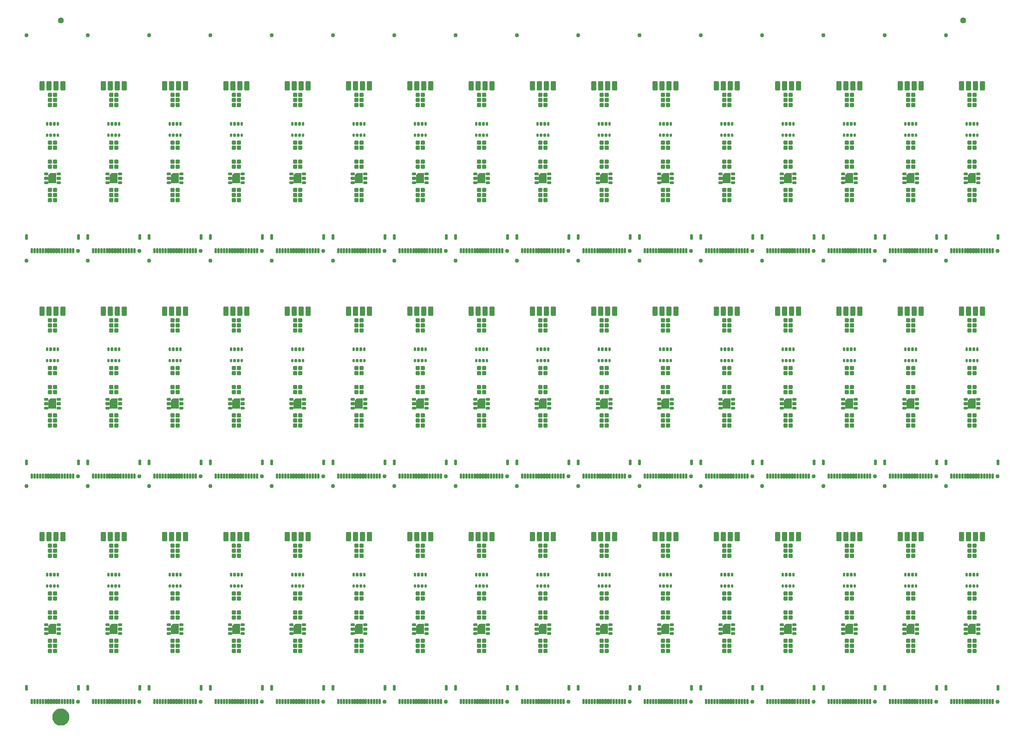
<source format=gts>
G04 EAGLE Gerber RS-274X export*
G75*
%MOMM*%
%FSLAX34Y34*%
%LPD*%
%INSoldermask Top*%
%IPPOS*%
%AMOC8*
5,1,8,0,0,1.08239X$1,22.5*%
G01*
%ADD10C,0.762000*%
%ADD11C,0.230578*%
%ADD12C,0.226609*%
%ADD13C,0.225369*%
%ADD14C,0.228959*%
%ADD15C,0.231559*%
%ADD16C,1.127000*%
%ADD17C,1.270000*%
%ADD18C,1.627000*%

G36*
X731155Y953159D02*
X731155Y953159D01*
X731154Y953160D01*
X731155Y953160D01*
X731155Y972160D01*
X731151Y972165D01*
X731150Y972164D01*
X731150Y972165D01*
X719900Y972165D01*
X719898Y972163D01*
X719897Y972163D01*
X716647Y968913D01*
X716647Y968912D01*
X716646Y968912D01*
X716647Y968911D01*
X716645Y968910D01*
X716645Y953160D01*
X716649Y953155D01*
X716650Y953156D01*
X716650Y953155D01*
X731150Y953155D01*
X731155Y953159D01*
G37*
G36*
X842915Y953159D02*
X842915Y953159D01*
X842914Y953160D01*
X842915Y953160D01*
X842915Y972160D01*
X842911Y972165D01*
X842910Y972164D01*
X842910Y972165D01*
X831660Y972165D01*
X831658Y972163D01*
X831657Y972163D01*
X828407Y968913D01*
X828407Y968912D01*
X828406Y968912D01*
X828407Y968911D01*
X828405Y968910D01*
X828405Y953160D01*
X828409Y953155D01*
X828410Y953156D01*
X828410Y953155D01*
X842910Y953155D01*
X842915Y953159D01*
G37*
G36*
X284115Y953159D02*
X284115Y953159D01*
X284114Y953160D01*
X284115Y953160D01*
X284115Y972160D01*
X284111Y972165D01*
X284110Y972164D01*
X284110Y972165D01*
X272860Y972165D01*
X272858Y972163D01*
X272857Y972163D01*
X269607Y968913D01*
X269607Y968912D01*
X269606Y968912D01*
X269607Y968911D01*
X269605Y968910D01*
X269605Y953160D01*
X269609Y953155D01*
X269610Y953156D01*
X269610Y953155D01*
X284110Y953155D01*
X284115Y953159D01*
G37*
G36*
X1513475Y953159D02*
X1513475Y953159D01*
X1513474Y953160D01*
X1513475Y953160D01*
X1513475Y972160D01*
X1513471Y972165D01*
X1513470Y972164D01*
X1513470Y972165D01*
X1502220Y972165D01*
X1502218Y972163D01*
X1502217Y972163D01*
X1498967Y968913D01*
X1498967Y968912D01*
X1498966Y968912D01*
X1498967Y968911D01*
X1498965Y968910D01*
X1498965Y953160D01*
X1498969Y953155D01*
X1498970Y953156D01*
X1498970Y953155D01*
X1513470Y953155D01*
X1513475Y953159D01*
G37*
G36*
X954675Y953159D02*
X954675Y953159D01*
X954674Y953160D01*
X954675Y953160D01*
X954675Y972160D01*
X954671Y972165D01*
X954670Y972164D01*
X954670Y972165D01*
X943420Y972165D01*
X943418Y972163D01*
X943417Y972163D01*
X940167Y968913D01*
X940167Y968912D01*
X940166Y968912D01*
X940167Y968911D01*
X940165Y968910D01*
X940165Y953160D01*
X940169Y953155D01*
X940170Y953156D01*
X940170Y953155D01*
X954670Y953155D01*
X954675Y953159D01*
G37*
G36*
X172355Y953159D02*
X172355Y953159D01*
X172354Y953160D01*
X172355Y953160D01*
X172355Y972160D01*
X172351Y972165D01*
X172350Y972164D01*
X172350Y972165D01*
X161100Y972165D01*
X161098Y972163D01*
X161097Y972163D01*
X157847Y968913D01*
X157847Y968912D01*
X157846Y968912D01*
X157847Y968911D01*
X157845Y968910D01*
X157845Y953160D01*
X157849Y953155D01*
X157850Y953156D01*
X157850Y953155D01*
X172350Y953155D01*
X172355Y953159D01*
G37*
G36*
X1178195Y953159D02*
X1178195Y953159D01*
X1178194Y953160D01*
X1178195Y953160D01*
X1178195Y972160D01*
X1178191Y972165D01*
X1178190Y972164D01*
X1178190Y972165D01*
X1166940Y972165D01*
X1166938Y972163D01*
X1166937Y972163D01*
X1163687Y968913D01*
X1163687Y968912D01*
X1163686Y968912D01*
X1163687Y968911D01*
X1163685Y968910D01*
X1163685Y953160D01*
X1163689Y953155D01*
X1163690Y953156D01*
X1163690Y953155D01*
X1178190Y953155D01*
X1178195Y953159D01*
G37*
G36*
X395875Y953159D02*
X395875Y953159D01*
X395874Y953160D01*
X395875Y953160D01*
X395875Y972160D01*
X395871Y972165D01*
X395870Y972164D01*
X395870Y972165D01*
X384620Y972165D01*
X384618Y972163D01*
X384617Y972163D01*
X381367Y968913D01*
X381367Y968912D01*
X381366Y968912D01*
X381367Y968911D01*
X381365Y968910D01*
X381365Y953160D01*
X381369Y953155D01*
X381370Y953156D01*
X381370Y953155D01*
X395870Y953155D01*
X395875Y953159D01*
G37*
G36*
X1289955Y953159D02*
X1289955Y953159D01*
X1289954Y953160D01*
X1289955Y953160D01*
X1289955Y972160D01*
X1289951Y972165D01*
X1289950Y972164D01*
X1289950Y972165D01*
X1278700Y972165D01*
X1278698Y972163D01*
X1278697Y972163D01*
X1275447Y968913D01*
X1275447Y968912D01*
X1275446Y968912D01*
X1275447Y968911D01*
X1275445Y968910D01*
X1275445Y953160D01*
X1275449Y953155D01*
X1275450Y953156D01*
X1275450Y953155D01*
X1289950Y953155D01*
X1289955Y953159D01*
G37*
G36*
X1736995Y953159D02*
X1736995Y953159D01*
X1736994Y953160D01*
X1736995Y953160D01*
X1736995Y972160D01*
X1736991Y972165D01*
X1736990Y972164D01*
X1736990Y972165D01*
X1725740Y972165D01*
X1725738Y972163D01*
X1725737Y972163D01*
X1722487Y968913D01*
X1722487Y968912D01*
X1722486Y968912D01*
X1722487Y968911D01*
X1722485Y968910D01*
X1722485Y953160D01*
X1722489Y953155D01*
X1722490Y953156D01*
X1722490Y953155D01*
X1736990Y953155D01*
X1736995Y953159D01*
G37*
G36*
X619395Y953159D02*
X619395Y953159D01*
X619394Y953160D01*
X619395Y953160D01*
X619395Y972160D01*
X619391Y972165D01*
X619390Y972164D01*
X619390Y972165D01*
X608140Y972165D01*
X608138Y972163D01*
X608137Y972163D01*
X604887Y968913D01*
X604887Y968912D01*
X604886Y968912D01*
X604887Y968911D01*
X604885Y968910D01*
X604885Y953160D01*
X604889Y953155D01*
X604890Y953156D01*
X604890Y953155D01*
X619390Y953155D01*
X619395Y953159D01*
G37*
G36*
X1625235Y953159D02*
X1625235Y953159D01*
X1625234Y953160D01*
X1625235Y953160D01*
X1625235Y972160D01*
X1625231Y972165D01*
X1625230Y972164D01*
X1625230Y972165D01*
X1613980Y972165D01*
X1613978Y972163D01*
X1613977Y972163D01*
X1610727Y968913D01*
X1610727Y968912D01*
X1610726Y968912D01*
X1610727Y968911D01*
X1610725Y968910D01*
X1610725Y953160D01*
X1610729Y953155D01*
X1610730Y953156D01*
X1610730Y953155D01*
X1625230Y953155D01*
X1625235Y953159D01*
G37*
G36*
X1401715Y953159D02*
X1401715Y953159D01*
X1401714Y953160D01*
X1401715Y953160D01*
X1401715Y972160D01*
X1401711Y972165D01*
X1401710Y972164D01*
X1401710Y972165D01*
X1390460Y972165D01*
X1390458Y972163D01*
X1390457Y972163D01*
X1387207Y968913D01*
X1387207Y968912D01*
X1387206Y968912D01*
X1387207Y968911D01*
X1387205Y968910D01*
X1387205Y953160D01*
X1387209Y953155D01*
X1387210Y953156D01*
X1387210Y953155D01*
X1401710Y953155D01*
X1401715Y953159D01*
G37*
G36*
X507635Y953159D02*
X507635Y953159D01*
X507634Y953160D01*
X507635Y953160D01*
X507635Y972160D01*
X507631Y972165D01*
X507630Y972164D01*
X507630Y972165D01*
X496380Y972165D01*
X496378Y972163D01*
X496377Y972163D01*
X493127Y968913D01*
X493127Y968912D01*
X493126Y968912D01*
X493127Y968911D01*
X493125Y968910D01*
X493125Y953160D01*
X493129Y953155D01*
X493130Y953156D01*
X493130Y953155D01*
X507630Y953155D01*
X507635Y953159D01*
G37*
G36*
X60595Y953159D02*
X60595Y953159D01*
X60594Y953160D01*
X60595Y953160D01*
X60595Y972160D01*
X60591Y972165D01*
X60590Y972164D01*
X60590Y972165D01*
X49340Y972165D01*
X49338Y972163D01*
X49337Y972163D01*
X46087Y968913D01*
X46087Y968912D01*
X46086Y968912D01*
X46087Y968911D01*
X46085Y968910D01*
X46085Y953160D01*
X46089Y953155D01*
X46090Y953156D01*
X46090Y953155D01*
X60590Y953155D01*
X60595Y953159D01*
G37*
G36*
X1066435Y953159D02*
X1066435Y953159D01*
X1066434Y953160D01*
X1066435Y953160D01*
X1066435Y972160D01*
X1066431Y972165D01*
X1066430Y972164D01*
X1066430Y972165D01*
X1055180Y972165D01*
X1055178Y972163D01*
X1055177Y972163D01*
X1051927Y968913D01*
X1051927Y968912D01*
X1051926Y968912D01*
X1051927Y968911D01*
X1051925Y968910D01*
X1051925Y953160D01*
X1051929Y953155D01*
X1051930Y953156D01*
X1051930Y953155D01*
X1066430Y953155D01*
X1066435Y953159D01*
G37*
G36*
X507635Y541679D02*
X507635Y541679D01*
X507634Y541680D01*
X507635Y541680D01*
X507635Y560680D01*
X507631Y560685D01*
X507630Y560684D01*
X507630Y560685D01*
X496380Y560685D01*
X496378Y560683D01*
X496377Y560683D01*
X493127Y557433D01*
X493127Y557432D01*
X493126Y557432D01*
X493127Y557431D01*
X493125Y557430D01*
X493125Y541680D01*
X493129Y541675D01*
X493130Y541676D01*
X493130Y541675D01*
X507630Y541675D01*
X507635Y541679D01*
G37*
G36*
X731155Y541679D02*
X731155Y541679D01*
X731154Y541680D01*
X731155Y541680D01*
X731155Y560680D01*
X731151Y560685D01*
X731150Y560684D01*
X731150Y560685D01*
X719900Y560685D01*
X719898Y560683D01*
X719897Y560683D01*
X716647Y557433D01*
X716647Y557432D01*
X716646Y557432D01*
X716647Y557431D01*
X716645Y557430D01*
X716645Y541680D01*
X716649Y541675D01*
X716650Y541676D01*
X716650Y541675D01*
X731150Y541675D01*
X731155Y541679D01*
G37*
G36*
X1178195Y541679D02*
X1178195Y541679D01*
X1178194Y541680D01*
X1178195Y541680D01*
X1178195Y560680D01*
X1178191Y560685D01*
X1178190Y560684D01*
X1178190Y560685D01*
X1166940Y560685D01*
X1166938Y560683D01*
X1166937Y560683D01*
X1163687Y557433D01*
X1163687Y557432D01*
X1163686Y557432D01*
X1163687Y557431D01*
X1163685Y557430D01*
X1163685Y541680D01*
X1163689Y541675D01*
X1163690Y541676D01*
X1163690Y541675D01*
X1178190Y541675D01*
X1178195Y541679D01*
G37*
G36*
X284115Y541679D02*
X284115Y541679D01*
X284114Y541680D01*
X284115Y541680D01*
X284115Y560680D01*
X284111Y560685D01*
X284110Y560684D01*
X284110Y560685D01*
X272860Y560685D01*
X272858Y560683D01*
X272857Y560683D01*
X269607Y557433D01*
X269607Y557432D01*
X269606Y557432D01*
X269607Y557431D01*
X269605Y557430D01*
X269605Y541680D01*
X269609Y541675D01*
X269610Y541676D01*
X269610Y541675D01*
X284110Y541675D01*
X284115Y541679D01*
G37*
G36*
X619395Y541679D02*
X619395Y541679D01*
X619394Y541680D01*
X619395Y541680D01*
X619395Y560680D01*
X619391Y560685D01*
X619390Y560684D01*
X619390Y560685D01*
X608140Y560685D01*
X608138Y560683D01*
X608137Y560683D01*
X604887Y557433D01*
X604887Y557432D01*
X604886Y557432D01*
X604887Y557431D01*
X604885Y557430D01*
X604885Y541680D01*
X604889Y541675D01*
X604890Y541676D01*
X604890Y541675D01*
X619390Y541675D01*
X619395Y541679D01*
G37*
G36*
X1066435Y541679D02*
X1066435Y541679D01*
X1066434Y541680D01*
X1066435Y541680D01*
X1066435Y560680D01*
X1066431Y560685D01*
X1066430Y560684D01*
X1066430Y560685D01*
X1055180Y560685D01*
X1055178Y560683D01*
X1055177Y560683D01*
X1051927Y557433D01*
X1051927Y557432D01*
X1051926Y557432D01*
X1051927Y557431D01*
X1051925Y557430D01*
X1051925Y541680D01*
X1051929Y541675D01*
X1051930Y541676D01*
X1051930Y541675D01*
X1066430Y541675D01*
X1066435Y541679D01*
G37*
G36*
X395875Y541679D02*
X395875Y541679D01*
X395874Y541680D01*
X395875Y541680D01*
X395875Y560680D01*
X395871Y560685D01*
X395870Y560684D01*
X395870Y560685D01*
X384620Y560685D01*
X384618Y560683D01*
X384617Y560683D01*
X381367Y557433D01*
X381367Y557432D01*
X381366Y557432D01*
X381367Y557431D01*
X381365Y557430D01*
X381365Y541680D01*
X381369Y541675D01*
X381370Y541676D01*
X381370Y541675D01*
X395870Y541675D01*
X395875Y541679D01*
G37*
G36*
X172355Y541679D02*
X172355Y541679D01*
X172354Y541680D01*
X172355Y541680D01*
X172355Y560680D01*
X172351Y560685D01*
X172350Y560684D01*
X172350Y560685D01*
X161100Y560685D01*
X161098Y560683D01*
X161097Y560683D01*
X157847Y557433D01*
X157847Y557432D01*
X157846Y557432D01*
X157847Y557431D01*
X157845Y557430D01*
X157845Y541680D01*
X157849Y541675D01*
X157850Y541676D01*
X157850Y541675D01*
X172350Y541675D01*
X172355Y541679D01*
G37*
G36*
X1401715Y541679D02*
X1401715Y541679D01*
X1401714Y541680D01*
X1401715Y541680D01*
X1401715Y560680D01*
X1401711Y560685D01*
X1401710Y560684D01*
X1401710Y560685D01*
X1390460Y560685D01*
X1390458Y560683D01*
X1390457Y560683D01*
X1387207Y557433D01*
X1387207Y557432D01*
X1387206Y557432D01*
X1387207Y557431D01*
X1387205Y557430D01*
X1387205Y541680D01*
X1387209Y541675D01*
X1387210Y541676D01*
X1387210Y541675D01*
X1401710Y541675D01*
X1401715Y541679D01*
G37*
G36*
X1736995Y541679D02*
X1736995Y541679D01*
X1736994Y541680D01*
X1736995Y541680D01*
X1736995Y560680D01*
X1736991Y560685D01*
X1736990Y560684D01*
X1736990Y560685D01*
X1725740Y560685D01*
X1725738Y560683D01*
X1725737Y560683D01*
X1722487Y557433D01*
X1722487Y557432D01*
X1722486Y557432D01*
X1722487Y557431D01*
X1722485Y557430D01*
X1722485Y541680D01*
X1722489Y541675D01*
X1722490Y541676D01*
X1722490Y541675D01*
X1736990Y541675D01*
X1736995Y541679D01*
G37*
G36*
X1625235Y541679D02*
X1625235Y541679D01*
X1625234Y541680D01*
X1625235Y541680D01*
X1625235Y560680D01*
X1625231Y560685D01*
X1625230Y560684D01*
X1625230Y560685D01*
X1613980Y560685D01*
X1613978Y560683D01*
X1613977Y560683D01*
X1610727Y557433D01*
X1610727Y557432D01*
X1610726Y557432D01*
X1610727Y557431D01*
X1610725Y557430D01*
X1610725Y541680D01*
X1610729Y541675D01*
X1610730Y541676D01*
X1610730Y541675D01*
X1625230Y541675D01*
X1625235Y541679D01*
G37*
G36*
X954675Y541679D02*
X954675Y541679D01*
X954674Y541680D01*
X954675Y541680D01*
X954675Y560680D01*
X954671Y560685D01*
X954670Y560684D01*
X954670Y560685D01*
X943420Y560685D01*
X943418Y560683D01*
X943417Y560683D01*
X940167Y557433D01*
X940167Y557432D01*
X940166Y557432D01*
X940167Y557431D01*
X940165Y557430D01*
X940165Y541680D01*
X940169Y541675D01*
X940170Y541676D01*
X940170Y541675D01*
X954670Y541675D01*
X954675Y541679D01*
G37*
G36*
X1289955Y541679D02*
X1289955Y541679D01*
X1289954Y541680D01*
X1289955Y541680D01*
X1289955Y560680D01*
X1289951Y560685D01*
X1289950Y560684D01*
X1289950Y560685D01*
X1278700Y560685D01*
X1278698Y560683D01*
X1278697Y560683D01*
X1275447Y557433D01*
X1275447Y557432D01*
X1275446Y557432D01*
X1275447Y557431D01*
X1275445Y557430D01*
X1275445Y541680D01*
X1275449Y541675D01*
X1275450Y541676D01*
X1275450Y541675D01*
X1289950Y541675D01*
X1289955Y541679D01*
G37*
G36*
X842915Y541679D02*
X842915Y541679D01*
X842914Y541680D01*
X842915Y541680D01*
X842915Y560680D01*
X842911Y560685D01*
X842910Y560684D01*
X842910Y560685D01*
X831660Y560685D01*
X831658Y560683D01*
X831657Y560683D01*
X828407Y557433D01*
X828407Y557432D01*
X828406Y557432D01*
X828407Y557431D01*
X828405Y557430D01*
X828405Y541680D01*
X828409Y541675D01*
X828410Y541676D01*
X828410Y541675D01*
X842910Y541675D01*
X842915Y541679D01*
G37*
G36*
X60595Y541679D02*
X60595Y541679D01*
X60594Y541680D01*
X60595Y541680D01*
X60595Y560680D01*
X60591Y560685D01*
X60590Y560684D01*
X60590Y560685D01*
X49340Y560685D01*
X49338Y560683D01*
X49337Y560683D01*
X46087Y557433D01*
X46087Y557432D01*
X46086Y557432D01*
X46087Y557431D01*
X46085Y557430D01*
X46085Y541680D01*
X46089Y541675D01*
X46090Y541676D01*
X46090Y541675D01*
X60590Y541675D01*
X60595Y541679D01*
G37*
G36*
X1513475Y541679D02*
X1513475Y541679D01*
X1513474Y541680D01*
X1513475Y541680D01*
X1513475Y560680D01*
X1513471Y560685D01*
X1513470Y560684D01*
X1513470Y560685D01*
X1502220Y560685D01*
X1502218Y560683D01*
X1502217Y560683D01*
X1498967Y557433D01*
X1498967Y557432D01*
X1498966Y557432D01*
X1498967Y557431D01*
X1498965Y557430D01*
X1498965Y541680D01*
X1498969Y541675D01*
X1498970Y541676D01*
X1498970Y541675D01*
X1513470Y541675D01*
X1513475Y541679D01*
G37*
G36*
X284115Y130199D02*
X284115Y130199D01*
X284114Y130200D01*
X284115Y130200D01*
X284115Y149200D01*
X284111Y149205D01*
X284110Y149204D01*
X284110Y149205D01*
X272860Y149205D01*
X272858Y149203D01*
X272857Y149203D01*
X269607Y145953D01*
X269607Y145952D01*
X269606Y145952D01*
X269607Y145951D01*
X269605Y145950D01*
X269605Y130200D01*
X269609Y130195D01*
X269610Y130196D01*
X269610Y130195D01*
X284110Y130195D01*
X284115Y130199D01*
G37*
G36*
X172355Y130199D02*
X172355Y130199D01*
X172354Y130200D01*
X172355Y130200D01*
X172355Y149200D01*
X172351Y149205D01*
X172350Y149204D01*
X172350Y149205D01*
X161100Y149205D01*
X161098Y149203D01*
X161097Y149203D01*
X157847Y145953D01*
X157847Y145952D01*
X157846Y145952D01*
X157847Y145951D01*
X157845Y145950D01*
X157845Y130200D01*
X157849Y130195D01*
X157850Y130196D01*
X157850Y130195D01*
X172350Y130195D01*
X172355Y130199D01*
G37*
G36*
X1513475Y130199D02*
X1513475Y130199D01*
X1513474Y130200D01*
X1513475Y130200D01*
X1513475Y149200D01*
X1513471Y149205D01*
X1513470Y149204D01*
X1513470Y149205D01*
X1502220Y149205D01*
X1502218Y149203D01*
X1502217Y149203D01*
X1498967Y145953D01*
X1498967Y145952D01*
X1498966Y145952D01*
X1498967Y145951D01*
X1498965Y145950D01*
X1498965Y130200D01*
X1498969Y130195D01*
X1498970Y130196D01*
X1498970Y130195D01*
X1513470Y130195D01*
X1513475Y130199D01*
G37*
G36*
X1066435Y130199D02*
X1066435Y130199D01*
X1066434Y130200D01*
X1066435Y130200D01*
X1066435Y149200D01*
X1066431Y149205D01*
X1066430Y149204D01*
X1066430Y149205D01*
X1055180Y149205D01*
X1055178Y149203D01*
X1055177Y149203D01*
X1051927Y145953D01*
X1051927Y145952D01*
X1051926Y145952D01*
X1051927Y145951D01*
X1051925Y145950D01*
X1051925Y130200D01*
X1051929Y130195D01*
X1051930Y130196D01*
X1051930Y130195D01*
X1066430Y130195D01*
X1066435Y130199D01*
G37*
G36*
X395875Y130199D02*
X395875Y130199D01*
X395874Y130200D01*
X395875Y130200D01*
X395875Y149200D01*
X395871Y149205D01*
X395870Y149204D01*
X395870Y149205D01*
X384620Y149205D01*
X384618Y149203D01*
X384617Y149203D01*
X381367Y145953D01*
X381367Y145952D01*
X381366Y145952D01*
X381367Y145951D01*
X381365Y145950D01*
X381365Y130200D01*
X381369Y130195D01*
X381370Y130196D01*
X381370Y130195D01*
X395870Y130195D01*
X395875Y130199D01*
G37*
G36*
X1401715Y130199D02*
X1401715Y130199D01*
X1401714Y130200D01*
X1401715Y130200D01*
X1401715Y149200D01*
X1401711Y149205D01*
X1401710Y149204D01*
X1401710Y149205D01*
X1390460Y149205D01*
X1390458Y149203D01*
X1390457Y149203D01*
X1387207Y145953D01*
X1387207Y145952D01*
X1387206Y145952D01*
X1387207Y145951D01*
X1387205Y145950D01*
X1387205Y130200D01*
X1387209Y130195D01*
X1387210Y130196D01*
X1387210Y130195D01*
X1401710Y130195D01*
X1401715Y130199D01*
G37*
G36*
X619395Y130199D02*
X619395Y130199D01*
X619394Y130200D01*
X619395Y130200D01*
X619395Y149200D01*
X619391Y149205D01*
X619390Y149204D01*
X619390Y149205D01*
X608140Y149205D01*
X608138Y149203D01*
X608137Y149203D01*
X604887Y145953D01*
X604887Y145952D01*
X604886Y145952D01*
X604887Y145951D01*
X604885Y145950D01*
X604885Y130200D01*
X604889Y130195D01*
X604890Y130196D01*
X604890Y130195D01*
X619390Y130195D01*
X619395Y130199D01*
G37*
G36*
X1289955Y130199D02*
X1289955Y130199D01*
X1289954Y130200D01*
X1289955Y130200D01*
X1289955Y149200D01*
X1289951Y149205D01*
X1289950Y149204D01*
X1289950Y149205D01*
X1278700Y149205D01*
X1278698Y149203D01*
X1278697Y149203D01*
X1275447Y145953D01*
X1275447Y145952D01*
X1275446Y145952D01*
X1275447Y145951D01*
X1275445Y145950D01*
X1275445Y130200D01*
X1275449Y130195D01*
X1275450Y130196D01*
X1275450Y130195D01*
X1289950Y130195D01*
X1289955Y130199D01*
G37*
G36*
X731155Y130199D02*
X731155Y130199D01*
X731154Y130200D01*
X731155Y130200D01*
X731155Y149200D01*
X731151Y149205D01*
X731150Y149204D01*
X731150Y149205D01*
X719900Y149205D01*
X719898Y149203D01*
X719897Y149203D01*
X716647Y145953D01*
X716647Y145952D01*
X716646Y145952D01*
X716647Y145951D01*
X716645Y145950D01*
X716645Y130200D01*
X716649Y130195D01*
X716650Y130196D01*
X716650Y130195D01*
X731150Y130195D01*
X731155Y130199D01*
G37*
G36*
X507635Y130199D02*
X507635Y130199D01*
X507634Y130200D01*
X507635Y130200D01*
X507635Y149200D01*
X507631Y149205D01*
X507630Y149204D01*
X507630Y149205D01*
X496380Y149205D01*
X496378Y149203D01*
X496377Y149203D01*
X493127Y145953D01*
X493127Y145952D01*
X493126Y145952D01*
X493127Y145951D01*
X493125Y145950D01*
X493125Y130200D01*
X493129Y130195D01*
X493130Y130196D01*
X493130Y130195D01*
X507630Y130195D01*
X507635Y130199D01*
G37*
G36*
X842915Y130199D02*
X842915Y130199D01*
X842914Y130200D01*
X842915Y130200D01*
X842915Y149200D01*
X842911Y149205D01*
X842910Y149204D01*
X842910Y149205D01*
X831660Y149205D01*
X831658Y149203D01*
X831657Y149203D01*
X828407Y145953D01*
X828407Y145952D01*
X828406Y145952D01*
X828407Y145951D01*
X828405Y145950D01*
X828405Y130200D01*
X828409Y130195D01*
X828410Y130196D01*
X828410Y130195D01*
X842910Y130195D01*
X842915Y130199D01*
G37*
G36*
X1178195Y130199D02*
X1178195Y130199D01*
X1178194Y130200D01*
X1178195Y130200D01*
X1178195Y149200D01*
X1178191Y149205D01*
X1178190Y149204D01*
X1178190Y149205D01*
X1166940Y149205D01*
X1166938Y149203D01*
X1166937Y149203D01*
X1163687Y145953D01*
X1163687Y145952D01*
X1163686Y145952D01*
X1163687Y145951D01*
X1163685Y145950D01*
X1163685Y130200D01*
X1163689Y130195D01*
X1163690Y130196D01*
X1163690Y130195D01*
X1178190Y130195D01*
X1178195Y130199D01*
G37*
G36*
X1625235Y130199D02*
X1625235Y130199D01*
X1625234Y130200D01*
X1625235Y130200D01*
X1625235Y149200D01*
X1625231Y149205D01*
X1625230Y149204D01*
X1625230Y149205D01*
X1613980Y149205D01*
X1613978Y149203D01*
X1613977Y149203D01*
X1610727Y145953D01*
X1610727Y145952D01*
X1610726Y145952D01*
X1610727Y145951D01*
X1610725Y145950D01*
X1610725Y130200D01*
X1610729Y130195D01*
X1610730Y130196D01*
X1610730Y130195D01*
X1625230Y130195D01*
X1625235Y130199D01*
G37*
G36*
X954675Y130199D02*
X954675Y130199D01*
X954674Y130200D01*
X954675Y130200D01*
X954675Y149200D01*
X954671Y149205D01*
X954670Y149204D01*
X954670Y149205D01*
X943420Y149205D01*
X943418Y149203D01*
X943417Y149203D01*
X940167Y145953D01*
X940167Y145952D01*
X940166Y145952D01*
X940167Y145951D01*
X940165Y145950D01*
X940165Y130200D01*
X940169Y130195D01*
X940170Y130196D01*
X940170Y130195D01*
X954670Y130195D01*
X954675Y130199D01*
G37*
G36*
X1736995Y130199D02*
X1736995Y130199D01*
X1736994Y130200D01*
X1736995Y130200D01*
X1736995Y149200D01*
X1736991Y149205D01*
X1736990Y149204D01*
X1736990Y149205D01*
X1725740Y149205D01*
X1725738Y149203D01*
X1725737Y149203D01*
X1722487Y145953D01*
X1722487Y145952D01*
X1722486Y145952D01*
X1722487Y145951D01*
X1722485Y145950D01*
X1722485Y130200D01*
X1722489Y130195D01*
X1722490Y130196D01*
X1722490Y130195D01*
X1736990Y130195D01*
X1736995Y130199D01*
G37*
G36*
X60595Y130199D02*
X60595Y130199D01*
X60594Y130200D01*
X60595Y130200D01*
X60595Y149200D01*
X60591Y149205D01*
X60590Y149204D01*
X60590Y149205D01*
X49340Y149205D01*
X49338Y149203D01*
X49337Y149203D01*
X46087Y145953D01*
X46087Y145952D01*
X46086Y145952D01*
X46087Y145951D01*
X46085Y145950D01*
X46085Y130200D01*
X46089Y130195D01*
X46090Y130196D01*
X46090Y130195D01*
X60590Y130195D01*
X60595Y130199D01*
G37*
D10*
X6350Y400050D03*
X100330Y6350D03*
D11*
X91822Y10937D02*
X89858Y10937D01*
X91822Y10937D02*
X91822Y3973D01*
X89858Y3973D01*
X89858Y10937D01*
X89858Y6164D02*
X91822Y6164D01*
X91822Y8355D02*
X89858Y8355D01*
X89858Y10546D02*
X91822Y10546D01*
X86822Y10937D02*
X84858Y10937D01*
X86822Y10937D02*
X86822Y3973D01*
X84858Y3973D01*
X84858Y10937D01*
X84858Y6164D02*
X86822Y6164D01*
X86822Y8355D02*
X84858Y8355D01*
X84858Y10546D02*
X86822Y10546D01*
D12*
X99338Y35957D02*
X102342Y35957D01*
X102342Y28953D01*
X99338Y28953D01*
X99338Y35957D01*
X99338Y31106D02*
X102342Y31106D01*
X102342Y33259D02*
X99338Y33259D01*
X99338Y35412D02*
X102342Y35412D01*
X7342Y35957D02*
X4338Y35957D01*
X7342Y35957D02*
X7342Y28953D01*
X4338Y28953D01*
X4338Y35957D01*
X4338Y31106D02*
X7342Y31106D01*
X7342Y33259D02*
X4338Y33259D01*
X4338Y35412D02*
X7342Y35412D01*
D11*
X79858Y10937D02*
X81822Y10937D01*
X81822Y3973D01*
X79858Y3973D01*
X79858Y10937D01*
X79858Y6164D02*
X81822Y6164D01*
X81822Y8355D02*
X79858Y8355D01*
X79858Y10546D02*
X81822Y10546D01*
X76822Y10937D02*
X74858Y10937D01*
X76822Y10937D02*
X76822Y3973D01*
X74858Y3973D01*
X74858Y10937D01*
X74858Y6164D02*
X76822Y6164D01*
X76822Y8355D02*
X74858Y8355D01*
X74858Y10546D02*
X76822Y10546D01*
X71822Y10937D02*
X69858Y10937D01*
X71822Y10937D02*
X71822Y3973D01*
X69858Y3973D01*
X69858Y10937D01*
X69858Y6164D02*
X71822Y6164D01*
X71822Y8355D02*
X69858Y8355D01*
X69858Y10546D02*
X71822Y10546D01*
X66822Y10937D02*
X64858Y10937D01*
X66822Y10937D02*
X66822Y3973D01*
X64858Y3973D01*
X64858Y10937D01*
X64858Y6164D02*
X66822Y6164D01*
X66822Y8355D02*
X64858Y8355D01*
X64858Y10546D02*
X66822Y10546D01*
X61822Y10937D02*
X59858Y10937D01*
X61822Y10937D02*
X61822Y3973D01*
X59858Y3973D01*
X59858Y10937D01*
X59858Y6164D02*
X61822Y6164D01*
X61822Y8355D02*
X59858Y8355D01*
X59858Y10546D02*
X61822Y10546D01*
X56822Y10937D02*
X54858Y10937D01*
X56822Y10937D02*
X56822Y3973D01*
X54858Y3973D01*
X54858Y10937D01*
X54858Y6164D02*
X56822Y6164D01*
X56822Y8355D02*
X54858Y8355D01*
X54858Y10546D02*
X56822Y10546D01*
X51822Y10937D02*
X49858Y10937D01*
X51822Y10937D02*
X51822Y3973D01*
X49858Y3973D01*
X49858Y10937D01*
X49858Y6164D02*
X51822Y6164D01*
X51822Y8355D02*
X49858Y8355D01*
X49858Y10546D02*
X51822Y10546D01*
X46822Y10937D02*
X44858Y10937D01*
X46822Y10937D02*
X46822Y3973D01*
X44858Y3973D01*
X44858Y10937D01*
X44858Y6164D02*
X46822Y6164D01*
X46822Y8355D02*
X44858Y8355D01*
X44858Y10546D02*
X46822Y10546D01*
X41822Y10937D02*
X39858Y10937D01*
X41822Y10937D02*
X41822Y3973D01*
X39858Y3973D01*
X39858Y10937D01*
X39858Y6164D02*
X41822Y6164D01*
X41822Y8355D02*
X39858Y8355D01*
X39858Y10546D02*
X41822Y10546D01*
X36822Y10937D02*
X34858Y10937D01*
X36822Y10937D02*
X36822Y3973D01*
X34858Y3973D01*
X34858Y10937D01*
X34858Y6164D02*
X36822Y6164D01*
X36822Y8355D02*
X34858Y8355D01*
X34858Y10546D02*
X36822Y10546D01*
X31822Y10937D02*
X29858Y10937D01*
X31822Y10937D02*
X31822Y3973D01*
X29858Y3973D01*
X29858Y10937D01*
X29858Y6164D02*
X31822Y6164D01*
X31822Y8355D02*
X29858Y8355D01*
X29858Y10546D02*
X31822Y10546D01*
X26822Y10937D02*
X24858Y10937D01*
X26822Y10937D02*
X26822Y3973D01*
X24858Y3973D01*
X24858Y10937D01*
X24858Y6164D02*
X26822Y6164D01*
X26822Y8355D02*
X24858Y8355D01*
X24858Y10546D02*
X26822Y10546D01*
X21822Y10937D02*
X19858Y10937D01*
X21822Y10937D02*
X21822Y3973D01*
X19858Y3973D01*
X19858Y10937D01*
X19858Y6164D02*
X21822Y6164D01*
X21822Y8355D02*
X19858Y8355D01*
X19858Y10546D02*
X21822Y10546D01*
X16822Y10937D02*
X14858Y10937D01*
X16822Y10937D02*
X16822Y3973D01*
X14858Y3973D01*
X14858Y10937D01*
X14858Y6164D02*
X16822Y6164D01*
X16822Y8355D02*
X14858Y8355D01*
X14858Y10546D02*
X16822Y10546D01*
D13*
X55832Y198088D02*
X60848Y198088D01*
X60848Y193072D01*
X55832Y193072D01*
X55832Y198088D01*
X55832Y195213D02*
X60848Y195213D01*
X60848Y197354D02*
X55832Y197354D01*
X50848Y198088D02*
X45832Y198088D01*
X50848Y198088D02*
X50848Y193072D01*
X45832Y193072D01*
X45832Y198088D01*
X45832Y195213D02*
X50848Y195213D01*
X50848Y197354D02*
X45832Y197354D01*
D12*
X62588Y138198D02*
X67092Y138198D01*
X62588Y138198D02*
X62588Y141202D01*
X67092Y141202D01*
X67092Y138198D01*
X67092Y140351D02*
X62588Y140351D01*
X62588Y146198D02*
X67092Y146198D01*
X62588Y146198D02*
X62588Y149202D01*
X67092Y149202D01*
X67092Y146198D01*
X67092Y148351D02*
X62588Y148351D01*
X62588Y130198D02*
X67092Y130198D01*
X62588Y130198D02*
X62588Y133202D01*
X67092Y133202D01*
X67092Y130198D01*
X67092Y132351D02*
X62588Y132351D01*
X44092Y130198D02*
X39588Y130198D01*
X39588Y133202D01*
X44092Y133202D01*
X44092Y130198D01*
X44092Y132351D02*
X39588Y132351D01*
X39588Y138198D02*
X44092Y138198D01*
X39588Y138198D02*
X39588Y141202D01*
X44092Y141202D01*
X44092Y138198D01*
X44092Y140351D02*
X39588Y140351D01*
X39588Y146198D02*
X44092Y146198D01*
X39588Y146198D02*
X39588Y149202D01*
X44092Y149202D01*
X44092Y146198D01*
X44092Y148351D02*
X39588Y148351D01*
D13*
X55832Y121253D02*
X60848Y121253D01*
X60848Y116237D01*
X55832Y116237D01*
X55832Y121253D01*
X55832Y118378D02*
X60848Y118378D01*
X60848Y120519D02*
X55832Y120519D01*
X50848Y121253D02*
X45832Y121253D01*
X50848Y121253D02*
X50848Y116237D01*
X45832Y116237D01*
X45832Y121253D01*
X45832Y118378D02*
X50848Y118378D01*
X50848Y120519D02*
X45832Y120519D01*
X45832Y158147D02*
X50848Y158147D01*
X45832Y158147D02*
X45832Y163163D01*
X50848Y163163D01*
X50848Y158147D01*
X50848Y160288D02*
X45832Y160288D01*
X45832Y162429D02*
X50848Y162429D01*
X55832Y158147D02*
X60848Y158147D01*
X55832Y158147D02*
X55832Y163163D01*
X60848Y163163D01*
X60848Y158147D01*
X60848Y160288D02*
X55832Y160288D01*
X55832Y162429D02*
X60848Y162429D01*
X50848Y167672D02*
X45832Y167672D01*
X45832Y172688D01*
X50848Y172688D01*
X50848Y167672D01*
X50848Y169813D02*
X45832Y169813D01*
X45832Y171954D02*
X50848Y171954D01*
X55832Y167672D02*
X60848Y167672D01*
X55832Y167672D02*
X55832Y172688D01*
X60848Y172688D01*
X60848Y167672D01*
X60848Y169813D02*
X55832Y169813D01*
X55832Y171954D02*
X60848Y171954D01*
X50848Y106712D02*
X45832Y106712D01*
X45832Y111728D01*
X50848Y111728D01*
X50848Y106712D01*
X50848Y108853D02*
X45832Y108853D01*
X45832Y110994D02*
X50848Y110994D01*
X55832Y106712D02*
X60848Y106712D01*
X55832Y106712D02*
X55832Y111728D01*
X60848Y111728D01*
X60848Y106712D01*
X60848Y108853D02*
X55832Y108853D01*
X55832Y110994D02*
X60848Y110994D01*
X50848Y97187D02*
X45832Y97187D01*
X45832Y102203D01*
X50848Y102203D01*
X50848Y97187D01*
X50848Y99328D02*
X45832Y99328D01*
X45832Y101469D02*
X50848Y101469D01*
X55832Y97187D02*
X60848Y97187D01*
X55832Y97187D02*
X55832Y102203D01*
X60848Y102203D01*
X60848Y97187D01*
X60848Y99328D02*
X55832Y99328D01*
X55832Y101469D02*
X60848Y101469D01*
D14*
X44830Y236860D02*
X44830Y240840D01*
X44830Y236860D02*
X42350Y236860D01*
X42350Y240840D01*
X44830Y240840D01*
X44830Y239035D02*
X42350Y239035D01*
X51330Y240840D02*
X51330Y236860D01*
X48850Y236860D01*
X48850Y240840D01*
X51330Y240840D01*
X51330Y239035D02*
X48850Y239035D01*
X57830Y240840D02*
X57830Y236860D01*
X55350Y236860D01*
X55350Y240840D01*
X57830Y240840D01*
X57830Y239035D02*
X55350Y239035D01*
X64330Y240840D02*
X64330Y236860D01*
X61850Y236860D01*
X61850Y240840D01*
X64330Y240840D01*
X64330Y239035D02*
X61850Y239035D01*
X64330Y220340D02*
X64330Y216360D01*
X61850Y216360D01*
X61850Y220340D01*
X64330Y220340D01*
X64330Y218535D02*
X61850Y218535D01*
X57830Y220340D02*
X57830Y216360D01*
X55350Y216360D01*
X55350Y220340D01*
X57830Y220340D01*
X57830Y218535D02*
X55350Y218535D01*
X51330Y220340D02*
X51330Y216360D01*
X48850Y216360D01*
X48850Y220340D01*
X51330Y220340D01*
X51330Y218535D02*
X48850Y218535D01*
X44830Y220340D02*
X44830Y216360D01*
X42350Y216360D01*
X42350Y220340D01*
X44830Y220340D01*
X44830Y218535D02*
X42350Y218535D01*
D13*
X55832Y207613D02*
X60848Y207613D01*
X60848Y202597D01*
X55832Y202597D01*
X55832Y207613D01*
X55832Y204738D02*
X60848Y204738D01*
X60848Y206879D02*
X55832Y206879D01*
X50848Y207613D02*
X45832Y207613D01*
X50848Y207613D02*
X50848Y202597D01*
X45832Y202597D01*
X45832Y207613D01*
X45832Y204738D02*
X50848Y204738D01*
X50848Y206879D02*
X45832Y206879D01*
D15*
X37267Y301023D02*
X37267Y315977D01*
X37267Y301023D02*
X31313Y301023D01*
X31313Y315977D01*
X37267Y315977D01*
X37267Y303223D02*
X31313Y303223D01*
X31313Y305423D02*
X37267Y305423D01*
X37267Y307623D02*
X31313Y307623D01*
X31313Y309823D02*
X37267Y309823D01*
X37267Y312023D02*
X31313Y312023D01*
X31313Y314223D02*
X37267Y314223D01*
X49967Y315977D02*
X49967Y301023D01*
X44013Y301023D01*
X44013Y315977D01*
X49967Y315977D01*
X49967Y303223D02*
X44013Y303223D01*
X44013Y305423D02*
X49967Y305423D01*
X49967Y307623D02*
X44013Y307623D01*
X44013Y309823D02*
X49967Y309823D01*
X49967Y312023D02*
X44013Y312023D01*
X44013Y314223D02*
X49967Y314223D01*
X62667Y315977D02*
X62667Y301023D01*
X56713Y301023D01*
X56713Y315977D01*
X62667Y315977D01*
X62667Y303223D02*
X56713Y303223D01*
X56713Y305423D02*
X62667Y305423D01*
X62667Y307623D02*
X56713Y307623D01*
X56713Y309823D02*
X62667Y309823D01*
X62667Y312023D02*
X56713Y312023D01*
X56713Y314223D02*
X62667Y314223D01*
X75367Y315977D02*
X75367Y301023D01*
X69413Y301023D01*
X69413Y315977D01*
X75367Y315977D01*
X75367Y303223D02*
X69413Y303223D01*
X69413Y305423D02*
X75367Y305423D01*
X75367Y307623D02*
X69413Y307623D01*
X69413Y309823D02*
X75367Y309823D01*
X75367Y312023D02*
X69413Y312023D01*
X69413Y314223D02*
X75367Y314223D01*
D13*
X50848Y289592D02*
X45832Y289592D01*
X45832Y294608D01*
X50848Y294608D01*
X50848Y289592D01*
X50848Y291733D02*
X45832Y291733D01*
X45832Y293874D02*
X50848Y293874D01*
X55832Y289592D02*
X60848Y289592D01*
X55832Y289592D02*
X55832Y294608D01*
X60848Y294608D01*
X60848Y289592D01*
X60848Y291733D02*
X55832Y291733D01*
X55832Y293874D02*
X60848Y293874D01*
X50848Y280067D02*
X45832Y280067D01*
X45832Y285083D01*
X50848Y285083D01*
X50848Y280067D01*
X50848Y282208D02*
X45832Y282208D01*
X45832Y284349D02*
X50848Y284349D01*
X55832Y280067D02*
X60848Y280067D01*
X55832Y280067D02*
X55832Y285083D01*
X60848Y285083D01*
X60848Y280067D01*
X60848Y282208D02*
X55832Y282208D01*
X55832Y284349D02*
X60848Y284349D01*
X50848Y270542D02*
X45832Y270542D01*
X45832Y275558D01*
X50848Y275558D01*
X50848Y270542D01*
X50848Y272683D02*
X45832Y272683D01*
X45832Y274824D02*
X50848Y274824D01*
X55832Y270542D02*
X60848Y270542D01*
X55832Y270542D02*
X55832Y275558D01*
X60848Y275558D01*
X60848Y270542D01*
X60848Y272683D02*
X55832Y272683D01*
X55832Y274824D02*
X60848Y274824D01*
D10*
X118110Y400050D03*
X212090Y6350D03*
D11*
X203582Y10937D02*
X201618Y10937D01*
X203582Y10937D02*
X203582Y3973D01*
X201618Y3973D01*
X201618Y10937D01*
X201618Y6164D02*
X203582Y6164D01*
X203582Y8355D02*
X201618Y8355D01*
X201618Y10546D02*
X203582Y10546D01*
X198582Y10937D02*
X196618Y10937D01*
X198582Y10937D02*
X198582Y3973D01*
X196618Y3973D01*
X196618Y10937D01*
X196618Y6164D02*
X198582Y6164D01*
X198582Y8355D02*
X196618Y8355D01*
X196618Y10546D02*
X198582Y10546D01*
D12*
X211098Y35957D02*
X214102Y35957D01*
X214102Y28953D01*
X211098Y28953D01*
X211098Y35957D01*
X211098Y31106D02*
X214102Y31106D01*
X214102Y33259D02*
X211098Y33259D01*
X211098Y35412D02*
X214102Y35412D01*
X119102Y35957D02*
X116098Y35957D01*
X119102Y35957D02*
X119102Y28953D01*
X116098Y28953D01*
X116098Y35957D01*
X116098Y31106D02*
X119102Y31106D01*
X119102Y33259D02*
X116098Y33259D01*
X116098Y35412D02*
X119102Y35412D01*
D11*
X191618Y10937D02*
X193582Y10937D01*
X193582Y3973D01*
X191618Y3973D01*
X191618Y10937D01*
X191618Y6164D02*
X193582Y6164D01*
X193582Y8355D02*
X191618Y8355D01*
X191618Y10546D02*
X193582Y10546D01*
X188582Y10937D02*
X186618Y10937D01*
X188582Y10937D02*
X188582Y3973D01*
X186618Y3973D01*
X186618Y10937D01*
X186618Y6164D02*
X188582Y6164D01*
X188582Y8355D02*
X186618Y8355D01*
X186618Y10546D02*
X188582Y10546D01*
X183582Y10937D02*
X181618Y10937D01*
X183582Y10937D02*
X183582Y3973D01*
X181618Y3973D01*
X181618Y10937D01*
X181618Y6164D02*
X183582Y6164D01*
X183582Y8355D02*
X181618Y8355D01*
X181618Y10546D02*
X183582Y10546D01*
X178582Y10937D02*
X176618Y10937D01*
X178582Y10937D02*
X178582Y3973D01*
X176618Y3973D01*
X176618Y10937D01*
X176618Y6164D02*
X178582Y6164D01*
X178582Y8355D02*
X176618Y8355D01*
X176618Y10546D02*
X178582Y10546D01*
X173582Y10937D02*
X171618Y10937D01*
X173582Y10937D02*
X173582Y3973D01*
X171618Y3973D01*
X171618Y10937D01*
X171618Y6164D02*
X173582Y6164D01*
X173582Y8355D02*
X171618Y8355D01*
X171618Y10546D02*
X173582Y10546D01*
X168582Y10937D02*
X166618Y10937D01*
X168582Y10937D02*
X168582Y3973D01*
X166618Y3973D01*
X166618Y10937D01*
X166618Y6164D02*
X168582Y6164D01*
X168582Y8355D02*
X166618Y8355D01*
X166618Y10546D02*
X168582Y10546D01*
X163582Y10937D02*
X161618Y10937D01*
X163582Y10937D02*
X163582Y3973D01*
X161618Y3973D01*
X161618Y10937D01*
X161618Y6164D02*
X163582Y6164D01*
X163582Y8355D02*
X161618Y8355D01*
X161618Y10546D02*
X163582Y10546D01*
X158582Y10937D02*
X156618Y10937D01*
X158582Y10937D02*
X158582Y3973D01*
X156618Y3973D01*
X156618Y10937D01*
X156618Y6164D02*
X158582Y6164D01*
X158582Y8355D02*
X156618Y8355D01*
X156618Y10546D02*
X158582Y10546D01*
X153582Y10937D02*
X151618Y10937D01*
X153582Y10937D02*
X153582Y3973D01*
X151618Y3973D01*
X151618Y10937D01*
X151618Y6164D02*
X153582Y6164D01*
X153582Y8355D02*
X151618Y8355D01*
X151618Y10546D02*
X153582Y10546D01*
X148582Y10937D02*
X146618Y10937D01*
X148582Y10937D02*
X148582Y3973D01*
X146618Y3973D01*
X146618Y10937D01*
X146618Y6164D02*
X148582Y6164D01*
X148582Y8355D02*
X146618Y8355D01*
X146618Y10546D02*
X148582Y10546D01*
X143582Y10937D02*
X141618Y10937D01*
X143582Y10937D02*
X143582Y3973D01*
X141618Y3973D01*
X141618Y10937D01*
X141618Y6164D02*
X143582Y6164D01*
X143582Y8355D02*
X141618Y8355D01*
X141618Y10546D02*
X143582Y10546D01*
X138582Y10937D02*
X136618Y10937D01*
X138582Y10937D02*
X138582Y3973D01*
X136618Y3973D01*
X136618Y10937D01*
X136618Y6164D02*
X138582Y6164D01*
X138582Y8355D02*
X136618Y8355D01*
X136618Y10546D02*
X138582Y10546D01*
X133582Y10937D02*
X131618Y10937D01*
X133582Y10937D02*
X133582Y3973D01*
X131618Y3973D01*
X131618Y10937D01*
X131618Y6164D02*
X133582Y6164D01*
X133582Y8355D02*
X131618Y8355D01*
X131618Y10546D02*
X133582Y10546D01*
X128582Y10937D02*
X126618Y10937D01*
X128582Y10937D02*
X128582Y3973D01*
X126618Y3973D01*
X126618Y10937D01*
X126618Y6164D02*
X128582Y6164D01*
X128582Y8355D02*
X126618Y8355D01*
X126618Y10546D02*
X128582Y10546D01*
D13*
X167592Y198088D02*
X172608Y198088D01*
X172608Y193072D01*
X167592Y193072D01*
X167592Y198088D01*
X167592Y195213D02*
X172608Y195213D01*
X172608Y197354D02*
X167592Y197354D01*
X162608Y198088D02*
X157592Y198088D01*
X162608Y198088D02*
X162608Y193072D01*
X157592Y193072D01*
X157592Y198088D01*
X157592Y195213D02*
X162608Y195213D01*
X162608Y197354D02*
X157592Y197354D01*
D12*
X174348Y138198D02*
X178852Y138198D01*
X174348Y138198D02*
X174348Y141202D01*
X178852Y141202D01*
X178852Y138198D01*
X178852Y140351D02*
X174348Y140351D01*
X174348Y146198D02*
X178852Y146198D01*
X174348Y146198D02*
X174348Y149202D01*
X178852Y149202D01*
X178852Y146198D01*
X178852Y148351D02*
X174348Y148351D01*
X174348Y130198D02*
X178852Y130198D01*
X174348Y130198D02*
X174348Y133202D01*
X178852Y133202D01*
X178852Y130198D01*
X178852Y132351D02*
X174348Y132351D01*
X155852Y130198D02*
X151348Y130198D01*
X151348Y133202D01*
X155852Y133202D01*
X155852Y130198D01*
X155852Y132351D02*
X151348Y132351D01*
X151348Y138198D02*
X155852Y138198D01*
X151348Y138198D02*
X151348Y141202D01*
X155852Y141202D01*
X155852Y138198D01*
X155852Y140351D02*
X151348Y140351D01*
X151348Y146198D02*
X155852Y146198D01*
X151348Y146198D02*
X151348Y149202D01*
X155852Y149202D01*
X155852Y146198D01*
X155852Y148351D02*
X151348Y148351D01*
D13*
X167592Y121253D02*
X172608Y121253D01*
X172608Y116237D01*
X167592Y116237D01*
X167592Y121253D01*
X167592Y118378D02*
X172608Y118378D01*
X172608Y120519D02*
X167592Y120519D01*
X162608Y121253D02*
X157592Y121253D01*
X162608Y121253D02*
X162608Y116237D01*
X157592Y116237D01*
X157592Y121253D01*
X157592Y118378D02*
X162608Y118378D01*
X162608Y120519D02*
X157592Y120519D01*
X157592Y158147D02*
X162608Y158147D01*
X157592Y158147D02*
X157592Y163163D01*
X162608Y163163D01*
X162608Y158147D01*
X162608Y160288D02*
X157592Y160288D01*
X157592Y162429D02*
X162608Y162429D01*
X167592Y158147D02*
X172608Y158147D01*
X167592Y158147D02*
X167592Y163163D01*
X172608Y163163D01*
X172608Y158147D01*
X172608Y160288D02*
X167592Y160288D01*
X167592Y162429D02*
X172608Y162429D01*
X162608Y167672D02*
X157592Y167672D01*
X157592Y172688D01*
X162608Y172688D01*
X162608Y167672D01*
X162608Y169813D02*
X157592Y169813D01*
X157592Y171954D02*
X162608Y171954D01*
X167592Y167672D02*
X172608Y167672D01*
X167592Y167672D02*
X167592Y172688D01*
X172608Y172688D01*
X172608Y167672D01*
X172608Y169813D02*
X167592Y169813D01*
X167592Y171954D02*
X172608Y171954D01*
X162608Y106712D02*
X157592Y106712D01*
X157592Y111728D01*
X162608Y111728D01*
X162608Y106712D01*
X162608Y108853D02*
X157592Y108853D01*
X157592Y110994D02*
X162608Y110994D01*
X167592Y106712D02*
X172608Y106712D01*
X167592Y106712D02*
X167592Y111728D01*
X172608Y111728D01*
X172608Y106712D01*
X172608Y108853D02*
X167592Y108853D01*
X167592Y110994D02*
X172608Y110994D01*
X162608Y97187D02*
X157592Y97187D01*
X157592Y102203D01*
X162608Y102203D01*
X162608Y97187D01*
X162608Y99328D02*
X157592Y99328D01*
X157592Y101469D02*
X162608Y101469D01*
X167592Y97187D02*
X172608Y97187D01*
X167592Y97187D02*
X167592Y102203D01*
X172608Y102203D01*
X172608Y97187D01*
X172608Y99328D02*
X167592Y99328D01*
X167592Y101469D02*
X172608Y101469D01*
D14*
X156590Y236860D02*
X156590Y240840D01*
X156590Y236860D02*
X154110Y236860D01*
X154110Y240840D01*
X156590Y240840D01*
X156590Y239035D02*
X154110Y239035D01*
X163090Y240840D02*
X163090Y236860D01*
X160610Y236860D01*
X160610Y240840D01*
X163090Y240840D01*
X163090Y239035D02*
X160610Y239035D01*
X169590Y240840D02*
X169590Y236860D01*
X167110Y236860D01*
X167110Y240840D01*
X169590Y240840D01*
X169590Y239035D02*
X167110Y239035D01*
X176090Y240840D02*
X176090Y236860D01*
X173610Y236860D01*
X173610Y240840D01*
X176090Y240840D01*
X176090Y239035D02*
X173610Y239035D01*
X176090Y220340D02*
X176090Y216360D01*
X173610Y216360D01*
X173610Y220340D01*
X176090Y220340D01*
X176090Y218535D02*
X173610Y218535D01*
X169590Y220340D02*
X169590Y216360D01*
X167110Y216360D01*
X167110Y220340D01*
X169590Y220340D01*
X169590Y218535D02*
X167110Y218535D01*
X163090Y220340D02*
X163090Y216360D01*
X160610Y216360D01*
X160610Y220340D01*
X163090Y220340D01*
X163090Y218535D02*
X160610Y218535D01*
X156590Y220340D02*
X156590Y216360D01*
X154110Y216360D01*
X154110Y220340D01*
X156590Y220340D01*
X156590Y218535D02*
X154110Y218535D01*
D13*
X167592Y207613D02*
X172608Y207613D01*
X172608Y202597D01*
X167592Y202597D01*
X167592Y207613D01*
X167592Y204738D02*
X172608Y204738D01*
X172608Y206879D02*
X167592Y206879D01*
X162608Y207613D02*
X157592Y207613D01*
X162608Y207613D02*
X162608Y202597D01*
X157592Y202597D01*
X157592Y207613D01*
X157592Y204738D02*
X162608Y204738D01*
X162608Y206879D02*
X157592Y206879D01*
D15*
X149027Y301023D02*
X149027Y315977D01*
X149027Y301023D02*
X143073Y301023D01*
X143073Y315977D01*
X149027Y315977D01*
X149027Y303223D02*
X143073Y303223D01*
X143073Y305423D02*
X149027Y305423D01*
X149027Y307623D02*
X143073Y307623D01*
X143073Y309823D02*
X149027Y309823D01*
X149027Y312023D02*
X143073Y312023D01*
X143073Y314223D02*
X149027Y314223D01*
X161727Y315977D02*
X161727Y301023D01*
X155773Y301023D01*
X155773Y315977D01*
X161727Y315977D01*
X161727Y303223D02*
X155773Y303223D01*
X155773Y305423D02*
X161727Y305423D01*
X161727Y307623D02*
X155773Y307623D01*
X155773Y309823D02*
X161727Y309823D01*
X161727Y312023D02*
X155773Y312023D01*
X155773Y314223D02*
X161727Y314223D01*
X174427Y315977D02*
X174427Y301023D01*
X168473Y301023D01*
X168473Y315977D01*
X174427Y315977D01*
X174427Y303223D02*
X168473Y303223D01*
X168473Y305423D02*
X174427Y305423D01*
X174427Y307623D02*
X168473Y307623D01*
X168473Y309823D02*
X174427Y309823D01*
X174427Y312023D02*
X168473Y312023D01*
X168473Y314223D02*
X174427Y314223D01*
X187127Y315977D02*
X187127Y301023D01*
X181173Y301023D01*
X181173Y315977D01*
X187127Y315977D01*
X187127Y303223D02*
X181173Y303223D01*
X181173Y305423D02*
X187127Y305423D01*
X187127Y307623D02*
X181173Y307623D01*
X181173Y309823D02*
X187127Y309823D01*
X187127Y312023D02*
X181173Y312023D01*
X181173Y314223D02*
X187127Y314223D01*
D13*
X162608Y289592D02*
X157592Y289592D01*
X157592Y294608D01*
X162608Y294608D01*
X162608Y289592D01*
X162608Y291733D02*
X157592Y291733D01*
X157592Y293874D02*
X162608Y293874D01*
X167592Y289592D02*
X172608Y289592D01*
X167592Y289592D02*
X167592Y294608D01*
X172608Y294608D01*
X172608Y289592D01*
X172608Y291733D02*
X167592Y291733D01*
X167592Y293874D02*
X172608Y293874D01*
X162608Y280067D02*
X157592Y280067D01*
X157592Y285083D01*
X162608Y285083D01*
X162608Y280067D01*
X162608Y282208D02*
X157592Y282208D01*
X157592Y284349D02*
X162608Y284349D01*
X167592Y280067D02*
X172608Y280067D01*
X167592Y280067D02*
X167592Y285083D01*
X172608Y285083D01*
X172608Y280067D01*
X172608Y282208D02*
X167592Y282208D01*
X167592Y284349D02*
X172608Y284349D01*
X162608Y270542D02*
X157592Y270542D01*
X157592Y275558D01*
X162608Y275558D01*
X162608Y270542D01*
X162608Y272683D02*
X157592Y272683D01*
X157592Y274824D02*
X162608Y274824D01*
X167592Y270542D02*
X172608Y270542D01*
X167592Y270542D02*
X167592Y275558D01*
X172608Y275558D01*
X172608Y270542D01*
X172608Y272683D02*
X167592Y272683D01*
X167592Y274824D02*
X172608Y274824D01*
D10*
X229870Y400050D03*
X323850Y6350D03*
D11*
X315342Y10937D02*
X313378Y10937D01*
X315342Y10937D02*
X315342Y3973D01*
X313378Y3973D01*
X313378Y10937D01*
X313378Y6164D02*
X315342Y6164D01*
X315342Y8355D02*
X313378Y8355D01*
X313378Y10546D02*
X315342Y10546D01*
X310342Y10937D02*
X308378Y10937D01*
X310342Y10937D02*
X310342Y3973D01*
X308378Y3973D01*
X308378Y10937D01*
X308378Y6164D02*
X310342Y6164D01*
X310342Y8355D02*
X308378Y8355D01*
X308378Y10546D02*
X310342Y10546D01*
D12*
X322858Y35957D02*
X325862Y35957D01*
X325862Y28953D01*
X322858Y28953D01*
X322858Y35957D01*
X322858Y31106D02*
X325862Y31106D01*
X325862Y33259D02*
X322858Y33259D01*
X322858Y35412D02*
X325862Y35412D01*
X230862Y35957D02*
X227858Y35957D01*
X230862Y35957D02*
X230862Y28953D01*
X227858Y28953D01*
X227858Y35957D01*
X227858Y31106D02*
X230862Y31106D01*
X230862Y33259D02*
X227858Y33259D01*
X227858Y35412D02*
X230862Y35412D01*
D11*
X303378Y10937D02*
X305342Y10937D01*
X305342Y3973D01*
X303378Y3973D01*
X303378Y10937D01*
X303378Y6164D02*
X305342Y6164D01*
X305342Y8355D02*
X303378Y8355D01*
X303378Y10546D02*
X305342Y10546D01*
X300342Y10937D02*
X298378Y10937D01*
X300342Y10937D02*
X300342Y3973D01*
X298378Y3973D01*
X298378Y10937D01*
X298378Y6164D02*
X300342Y6164D01*
X300342Y8355D02*
X298378Y8355D01*
X298378Y10546D02*
X300342Y10546D01*
X295342Y10937D02*
X293378Y10937D01*
X295342Y10937D02*
X295342Y3973D01*
X293378Y3973D01*
X293378Y10937D01*
X293378Y6164D02*
X295342Y6164D01*
X295342Y8355D02*
X293378Y8355D01*
X293378Y10546D02*
X295342Y10546D01*
X290342Y10937D02*
X288378Y10937D01*
X290342Y10937D02*
X290342Y3973D01*
X288378Y3973D01*
X288378Y10937D01*
X288378Y6164D02*
X290342Y6164D01*
X290342Y8355D02*
X288378Y8355D01*
X288378Y10546D02*
X290342Y10546D01*
X285342Y10937D02*
X283378Y10937D01*
X285342Y10937D02*
X285342Y3973D01*
X283378Y3973D01*
X283378Y10937D01*
X283378Y6164D02*
X285342Y6164D01*
X285342Y8355D02*
X283378Y8355D01*
X283378Y10546D02*
X285342Y10546D01*
X280342Y10937D02*
X278378Y10937D01*
X280342Y10937D02*
X280342Y3973D01*
X278378Y3973D01*
X278378Y10937D01*
X278378Y6164D02*
X280342Y6164D01*
X280342Y8355D02*
X278378Y8355D01*
X278378Y10546D02*
X280342Y10546D01*
X275342Y10937D02*
X273378Y10937D01*
X275342Y10937D02*
X275342Y3973D01*
X273378Y3973D01*
X273378Y10937D01*
X273378Y6164D02*
X275342Y6164D01*
X275342Y8355D02*
X273378Y8355D01*
X273378Y10546D02*
X275342Y10546D01*
X270342Y10937D02*
X268378Y10937D01*
X270342Y10937D02*
X270342Y3973D01*
X268378Y3973D01*
X268378Y10937D01*
X268378Y6164D02*
X270342Y6164D01*
X270342Y8355D02*
X268378Y8355D01*
X268378Y10546D02*
X270342Y10546D01*
X265342Y10937D02*
X263378Y10937D01*
X265342Y10937D02*
X265342Y3973D01*
X263378Y3973D01*
X263378Y10937D01*
X263378Y6164D02*
X265342Y6164D01*
X265342Y8355D02*
X263378Y8355D01*
X263378Y10546D02*
X265342Y10546D01*
X260342Y10937D02*
X258378Y10937D01*
X260342Y10937D02*
X260342Y3973D01*
X258378Y3973D01*
X258378Y10937D01*
X258378Y6164D02*
X260342Y6164D01*
X260342Y8355D02*
X258378Y8355D01*
X258378Y10546D02*
X260342Y10546D01*
X255342Y10937D02*
X253378Y10937D01*
X255342Y10937D02*
X255342Y3973D01*
X253378Y3973D01*
X253378Y10937D01*
X253378Y6164D02*
X255342Y6164D01*
X255342Y8355D02*
X253378Y8355D01*
X253378Y10546D02*
X255342Y10546D01*
X250342Y10937D02*
X248378Y10937D01*
X250342Y10937D02*
X250342Y3973D01*
X248378Y3973D01*
X248378Y10937D01*
X248378Y6164D02*
X250342Y6164D01*
X250342Y8355D02*
X248378Y8355D01*
X248378Y10546D02*
X250342Y10546D01*
X245342Y10937D02*
X243378Y10937D01*
X245342Y10937D02*
X245342Y3973D01*
X243378Y3973D01*
X243378Y10937D01*
X243378Y6164D02*
X245342Y6164D01*
X245342Y8355D02*
X243378Y8355D01*
X243378Y10546D02*
X245342Y10546D01*
X240342Y10937D02*
X238378Y10937D01*
X240342Y10937D02*
X240342Y3973D01*
X238378Y3973D01*
X238378Y10937D01*
X238378Y6164D02*
X240342Y6164D01*
X240342Y8355D02*
X238378Y8355D01*
X238378Y10546D02*
X240342Y10546D01*
D13*
X279352Y198088D02*
X284368Y198088D01*
X284368Y193072D01*
X279352Y193072D01*
X279352Y198088D01*
X279352Y195213D02*
X284368Y195213D01*
X284368Y197354D02*
X279352Y197354D01*
X274368Y198088D02*
X269352Y198088D01*
X274368Y198088D02*
X274368Y193072D01*
X269352Y193072D01*
X269352Y198088D01*
X269352Y195213D02*
X274368Y195213D01*
X274368Y197354D02*
X269352Y197354D01*
D12*
X286108Y138198D02*
X290612Y138198D01*
X286108Y138198D02*
X286108Y141202D01*
X290612Y141202D01*
X290612Y138198D01*
X290612Y140351D02*
X286108Y140351D01*
X286108Y146198D02*
X290612Y146198D01*
X286108Y146198D02*
X286108Y149202D01*
X290612Y149202D01*
X290612Y146198D01*
X290612Y148351D02*
X286108Y148351D01*
X286108Y130198D02*
X290612Y130198D01*
X286108Y130198D02*
X286108Y133202D01*
X290612Y133202D01*
X290612Y130198D01*
X290612Y132351D02*
X286108Y132351D01*
X267612Y130198D02*
X263108Y130198D01*
X263108Y133202D01*
X267612Y133202D01*
X267612Y130198D01*
X267612Y132351D02*
X263108Y132351D01*
X263108Y138198D02*
X267612Y138198D01*
X263108Y138198D02*
X263108Y141202D01*
X267612Y141202D01*
X267612Y138198D01*
X267612Y140351D02*
X263108Y140351D01*
X263108Y146198D02*
X267612Y146198D01*
X263108Y146198D02*
X263108Y149202D01*
X267612Y149202D01*
X267612Y146198D01*
X267612Y148351D02*
X263108Y148351D01*
D13*
X279352Y121253D02*
X284368Y121253D01*
X284368Y116237D01*
X279352Y116237D01*
X279352Y121253D01*
X279352Y118378D02*
X284368Y118378D01*
X284368Y120519D02*
X279352Y120519D01*
X274368Y121253D02*
X269352Y121253D01*
X274368Y121253D02*
X274368Y116237D01*
X269352Y116237D01*
X269352Y121253D01*
X269352Y118378D02*
X274368Y118378D01*
X274368Y120519D02*
X269352Y120519D01*
X269352Y158147D02*
X274368Y158147D01*
X269352Y158147D02*
X269352Y163163D01*
X274368Y163163D01*
X274368Y158147D01*
X274368Y160288D02*
X269352Y160288D01*
X269352Y162429D02*
X274368Y162429D01*
X279352Y158147D02*
X284368Y158147D01*
X279352Y158147D02*
X279352Y163163D01*
X284368Y163163D01*
X284368Y158147D01*
X284368Y160288D02*
X279352Y160288D01*
X279352Y162429D02*
X284368Y162429D01*
X274368Y167672D02*
X269352Y167672D01*
X269352Y172688D01*
X274368Y172688D01*
X274368Y167672D01*
X274368Y169813D02*
X269352Y169813D01*
X269352Y171954D02*
X274368Y171954D01*
X279352Y167672D02*
X284368Y167672D01*
X279352Y167672D02*
X279352Y172688D01*
X284368Y172688D01*
X284368Y167672D01*
X284368Y169813D02*
X279352Y169813D01*
X279352Y171954D02*
X284368Y171954D01*
X274368Y106712D02*
X269352Y106712D01*
X269352Y111728D01*
X274368Y111728D01*
X274368Y106712D01*
X274368Y108853D02*
X269352Y108853D01*
X269352Y110994D02*
X274368Y110994D01*
X279352Y106712D02*
X284368Y106712D01*
X279352Y106712D02*
X279352Y111728D01*
X284368Y111728D01*
X284368Y106712D01*
X284368Y108853D02*
X279352Y108853D01*
X279352Y110994D02*
X284368Y110994D01*
X274368Y97187D02*
X269352Y97187D01*
X269352Y102203D01*
X274368Y102203D01*
X274368Y97187D01*
X274368Y99328D02*
X269352Y99328D01*
X269352Y101469D02*
X274368Y101469D01*
X279352Y97187D02*
X284368Y97187D01*
X279352Y97187D02*
X279352Y102203D01*
X284368Y102203D01*
X284368Y97187D01*
X284368Y99328D02*
X279352Y99328D01*
X279352Y101469D02*
X284368Y101469D01*
D14*
X268350Y236860D02*
X268350Y240840D01*
X268350Y236860D02*
X265870Y236860D01*
X265870Y240840D01*
X268350Y240840D01*
X268350Y239035D02*
X265870Y239035D01*
X274850Y240840D02*
X274850Y236860D01*
X272370Y236860D01*
X272370Y240840D01*
X274850Y240840D01*
X274850Y239035D02*
X272370Y239035D01*
X281350Y240840D02*
X281350Y236860D01*
X278870Y236860D01*
X278870Y240840D01*
X281350Y240840D01*
X281350Y239035D02*
X278870Y239035D01*
X287850Y240840D02*
X287850Y236860D01*
X285370Y236860D01*
X285370Y240840D01*
X287850Y240840D01*
X287850Y239035D02*
X285370Y239035D01*
X287850Y220340D02*
X287850Y216360D01*
X285370Y216360D01*
X285370Y220340D01*
X287850Y220340D01*
X287850Y218535D02*
X285370Y218535D01*
X281350Y220340D02*
X281350Y216360D01*
X278870Y216360D01*
X278870Y220340D01*
X281350Y220340D01*
X281350Y218535D02*
X278870Y218535D01*
X274850Y220340D02*
X274850Y216360D01*
X272370Y216360D01*
X272370Y220340D01*
X274850Y220340D01*
X274850Y218535D02*
X272370Y218535D01*
X268350Y220340D02*
X268350Y216360D01*
X265870Y216360D01*
X265870Y220340D01*
X268350Y220340D01*
X268350Y218535D02*
X265870Y218535D01*
D13*
X279352Y207613D02*
X284368Y207613D01*
X284368Y202597D01*
X279352Y202597D01*
X279352Y207613D01*
X279352Y204738D02*
X284368Y204738D01*
X284368Y206879D02*
X279352Y206879D01*
X274368Y207613D02*
X269352Y207613D01*
X274368Y207613D02*
X274368Y202597D01*
X269352Y202597D01*
X269352Y207613D01*
X269352Y204738D02*
X274368Y204738D01*
X274368Y206879D02*
X269352Y206879D01*
D15*
X260787Y301023D02*
X260787Y315977D01*
X260787Y301023D02*
X254833Y301023D01*
X254833Y315977D01*
X260787Y315977D01*
X260787Y303223D02*
X254833Y303223D01*
X254833Y305423D02*
X260787Y305423D01*
X260787Y307623D02*
X254833Y307623D01*
X254833Y309823D02*
X260787Y309823D01*
X260787Y312023D02*
X254833Y312023D01*
X254833Y314223D02*
X260787Y314223D01*
X273487Y315977D02*
X273487Y301023D01*
X267533Y301023D01*
X267533Y315977D01*
X273487Y315977D01*
X273487Y303223D02*
X267533Y303223D01*
X267533Y305423D02*
X273487Y305423D01*
X273487Y307623D02*
X267533Y307623D01*
X267533Y309823D02*
X273487Y309823D01*
X273487Y312023D02*
X267533Y312023D01*
X267533Y314223D02*
X273487Y314223D01*
X286187Y315977D02*
X286187Y301023D01*
X280233Y301023D01*
X280233Y315977D01*
X286187Y315977D01*
X286187Y303223D02*
X280233Y303223D01*
X280233Y305423D02*
X286187Y305423D01*
X286187Y307623D02*
X280233Y307623D01*
X280233Y309823D02*
X286187Y309823D01*
X286187Y312023D02*
X280233Y312023D01*
X280233Y314223D02*
X286187Y314223D01*
X298887Y315977D02*
X298887Y301023D01*
X292933Y301023D01*
X292933Y315977D01*
X298887Y315977D01*
X298887Y303223D02*
X292933Y303223D01*
X292933Y305423D02*
X298887Y305423D01*
X298887Y307623D02*
X292933Y307623D01*
X292933Y309823D02*
X298887Y309823D01*
X298887Y312023D02*
X292933Y312023D01*
X292933Y314223D02*
X298887Y314223D01*
D13*
X274368Y289592D02*
X269352Y289592D01*
X269352Y294608D01*
X274368Y294608D01*
X274368Y289592D01*
X274368Y291733D02*
X269352Y291733D01*
X269352Y293874D02*
X274368Y293874D01*
X279352Y289592D02*
X284368Y289592D01*
X279352Y289592D02*
X279352Y294608D01*
X284368Y294608D01*
X284368Y289592D01*
X284368Y291733D02*
X279352Y291733D01*
X279352Y293874D02*
X284368Y293874D01*
X274368Y280067D02*
X269352Y280067D01*
X269352Y285083D01*
X274368Y285083D01*
X274368Y280067D01*
X274368Y282208D02*
X269352Y282208D01*
X269352Y284349D02*
X274368Y284349D01*
X279352Y280067D02*
X284368Y280067D01*
X279352Y280067D02*
X279352Y285083D01*
X284368Y285083D01*
X284368Y280067D01*
X284368Y282208D02*
X279352Y282208D01*
X279352Y284349D02*
X284368Y284349D01*
X274368Y270542D02*
X269352Y270542D01*
X269352Y275558D01*
X274368Y275558D01*
X274368Y270542D01*
X274368Y272683D02*
X269352Y272683D01*
X269352Y274824D02*
X274368Y274824D01*
X279352Y270542D02*
X284368Y270542D01*
X279352Y270542D02*
X279352Y275558D01*
X284368Y275558D01*
X284368Y270542D01*
X284368Y272683D02*
X279352Y272683D01*
X279352Y274824D02*
X284368Y274824D01*
D10*
X341630Y400050D03*
X435610Y6350D03*
D11*
X427102Y10937D02*
X425138Y10937D01*
X427102Y10937D02*
X427102Y3973D01*
X425138Y3973D01*
X425138Y10937D01*
X425138Y6164D02*
X427102Y6164D01*
X427102Y8355D02*
X425138Y8355D01*
X425138Y10546D02*
X427102Y10546D01*
X422102Y10937D02*
X420138Y10937D01*
X422102Y10937D02*
X422102Y3973D01*
X420138Y3973D01*
X420138Y10937D01*
X420138Y6164D02*
X422102Y6164D01*
X422102Y8355D02*
X420138Y8355D01*
X420138Y10546D02*
X422102Y10546D01*
D12*
X434618Y35957D02*
X437622Y35957D01*
X437622Y28953D01*
X434618Y28953D01*
X434618Y35957D01*
X434618Y31106D02*
X437622Y31106D01*
X437622Y33259D02*
X434618Y33259D01*
X434618Y35412D02*
X437622Y35412D01*
X342622Y35957D02*
X339618Y35957D01*
X342622Y35957D02*
X342622Y28953D01*
X339618Y28953D01*
X339618Y35957D01*
X339618Y31106D02*
X342622Y31106D01*
X342622Y33259D02*
X339618Y33259D01*
X339618Y35412D02*
X342622Y35412D01*
D11*
X415138Y10937D02*
X417102Y10937D01*
X417102Y3973D01*
X415138Y3973D01*
X415138Y10937D01*
X415138Y6164D02*
X417102Y6164D01*
X417102Y8355D02*
X415138Y8355D01*
X415138Y10546D02*
X417102Y10546D01*
X412102Y10937D02*
X410138Y10937D01*
X412102Y10937D02*
X412102Y3973D01*
X410138Y3973D01*
X410138Y10937D01*
X410138Y6164D02*
X412102Y6164D01*
X412102Y8355D02*
X410138Y8355D01*
X410138Y10546D02*
X412102Y10546D01*
X407102Y10937D02*
X405138Y10937D01*
X407102Y10937D02*
X407102Y3973D01*
X405138Y3973D01*
X405138Y10937D01*
X405138Y6164D02*
X407102Y6164D01*
X407102Y8355D02*
X405138Y8355D01*
X405138Y10546D02*
X407102Y10546D01*
X402102Y10937D02*
X400138Y10937D01*
X402102Y10937D02*
X402102Y3973D01*
X400138Y3973D01*
X400138Y10937D01*
X400138Y6164D02*
X402102Y6164D01*
X402102Y8355D02*
X400138Y8355D01*
X400138Y10546D02*
X402102Y10546D01*
X397102Y10937D02*
X395138Y10937D01*
X397102Y10937D02*
X397102Y3973D01*
X395138Y3973D01*
X395138Y10937D01*
X395138Y6164D02*
X397102Y6164D01*
X397102Y8355D02*
X395138Y8355D01*
X395138Y10546D02*
X397102Y10546D01*
X392102Y10937D02*
X390138Y10937D01*
X392102Y10937D02*
X392102Y3973D01*
X390138Y3973D01*
X390138Y10937D01*
X390138Y6164D02*
X392102Y6164D01*
X392102Y8355D02*
X390138Y8355D01*
X390138Y10546D02*
X392102Y10546D01*
X387102Y10937D02*
X385138Y10937D01*
X387102Y10937D02*
X387102Y3973D01*
X385138Y3973D01*
X385138Y10937D01*
X385138Y6164D02*
X387102Y6164D01*
X387102Y8355D02*
X385138Y8355D01*
X385138Y10546D02*
X387102Y10546D01*
X382102Y10937D02*
X380138Y10937D01*
X382102Y10937D02*
X382102Y3973D01*
X380138Y3973D01*
X380138Y10937D01*
X380138Y6164D02*
X382102Y6164D01*
X382102Y8355D02*
X380138Y8355D01*
X380138Y10546D02*
X382102Y10546D01*
X377102Y10937D02*
X375138Y10937D01*
X377102Y10937D02*
X377102Y3973D01*
X375138Y3973D01*
X375138Y10937D01*
X375138Y6164D02*
X377102Y6164D01*
X377102Y8355D02*
X375138Y8355D01*
X375138Y10546D02*
X377102Y10546D01*
X372102Y10937D02*
X370138Y10937D01*
X372102Y10937D02*
X372102Y3973D01*
X370138Y3973D01*
X370138Y10937D01*
X370138Y6164D02*
X372102Y6164D01*
X372102Y8355D02*
X370138Y8355D01*
X370138Y10546D02*
X372102Y10546D01*
X367102Y10937D02*
X365138Y10937D01*
X367102Y10937D02*
X367102Y3973D01*
X365138Y3973D01*
X365138Y10937D01*
X365138Y6164D02*
X367102Y6164D01*
X367102Y8355D02*
X365138Y8355D01*
X365138Y10546D02*
X367102Y10546D01*
X362102Y10937D02*
X360138Y10937D01*
X362102Y10937D02*
X362102Y3973D01*
X360138Y3973D01*
X360138Y10937D01*
X360138Y6164D02*
X362102Y6164D01*
X362102Y8355D02*
X360138Y8355D01*
X360138Y10546D02*
X362102Y10546D01*
X357102Y10937D02*
X355138Y10937D01*
X357102Y10937D02*
X357102Y3973D01*
X355138Y3973D01*
X355138Y10937D01*
X355138Y6164D02*
X357102Y6164D01*
X357102Y8355D02*
X355138Y8355D01*
X355138Y10546D02*
X357102Y10546D01*
X352102Y10937D02*
X350138Y10937D01*
X352102Y10937D02*
X352102Y3973D01*
X350138Y3973D01*
X350138Y10937D01*
X350138Y6164D02*
X352102Y6164D01*
X352102Y8355D02*
X350138Y8355D01*
X350138Y10546D02*
X352102Y10546D01*
D13*
X391112Y198088D02*
X396128Y198088D01*
X396128Y193072D01*
X391112Y193072D01*
X391112Y198088D01*
X391112Y195213D02*
X396128Y195213D01*
X396128Y197354D02*
X391112Y197354D01*
X386128Y198088D02*
X381112Y198088D01*
X386128Y198088D02*
X386128Y193072D01*
X381112Y193072D01*
X381112Y198088D01*
X381112Y195213D02*
X386128Y195213D01*
X386128Y197354D02*
X381112Y197354D01*
D12*
X397868Y138198D02*
X402372Y138198D01*
X397868Y138198D02*
X397868Y141202D01*
X402372Y141202D01*
X402372Y138198D01*
X402372Y140351D02*
X397868Y140351D01*
X397868Y146198D02*
X402372Y146198D01*
X397868Y146198D02*
X397868Y149202D01*
X402372Y149202D01*
X402372Y146198D01*
X402372Y148351D02*
X397868Y148351D01*
X397868Y130198D02*
X402372Y130198D01*
X397868Y130198D02*
X397868Y133202D01*
X402372Y133202D01*
X402372Y130198D01*
X402372Y132351D02*
X397868Y132351D01*
X379372Y130198D02*
X374868Y130198D01*
X374868Y133202D01*
X379372Y133202D01*
X379372Y130198D01*
X379372Y132351D02*
X374868Y132351D01*
X374868Y138198D02*
X379372Y138198D01*
X374868Y138198D02*
X374868Y141202D01*
X379372Y141202D01*
X379372Y138198D01*
X379372Y140351D02*
X374868Y140351D01*
X374868Y146198D02*
X379372Y146198D01*
X374868Y146198D02*
X374868Y149202D01*
X379372Y149202D01*
X379372Y146198D01*
X379372Y148351D02*
X374868Y148351D01*
D13*
X391112Y121253D02*
X396128Y121253D01*
X396128Y116237D01*
X391112Y116237D01*
X391112Y121253D01*
X391112Y118378D02*
X396128Y118378D01*
X396128Y120519D02*
X391112Y120519D01*
X386128Y121253D02*
X381112Y121253D01*
X386128Y121253D02*
X386128Y116237D01*
X381112Y116237D01*
X381112Y121253D01*
X381112Y118378D02*
X386128Y118378D01*
X386128Y120519D02*
X381112Y120519D01*
X381112Y158147D02*
X386128Y158147D01*
X381112Y158147D02*
X381112Y163163D01*
X386128Y163163D01*
X386128Y158147D01*
X386128Y160288D02*
X381112Y160288D01*
X381112Y162429D02*
X386128Y162429D01*
X391112Y158147D02*
X396128Y158147D01*
X391112Y158147D02*
X391112Y163163D01*
X396128Y163163D01*
X396128Y158147D01*
X396128Y160288D02*
X391112Y160288D01*
X391112Y162429D02*
X396128Y162429D01*
X386128Y167672D02*
X381112Y167672D01*
X381112Y172688D01*
X386128Y172688D01*
X386128Y167672D01*
X386128Y169813D02*
X381112Y169813D01*
X381112Y171954D02*
X386128Y171954D01*
X391112Y167672D02*
X396128Y167672D01*
X391112Y167672D02*
X391112Y172688D01*
X396128Y172688D01*
X396128Y167672D01*
X396128Y169813D02*
X391112Y169813D01*
X391112Y171954D02*
X396128Y171954D01*
X386128Y106712D02*
X381112Y106712D01*
X381112Y111728D01*
X386128Y111728D01*
X386128Y106712D01*
X386128Y108853D02*
X381112Y108853D01*
X381112Y110994D02*
X386128Y110994D01*
X391112Y106712D02*
X396128Y106712D01*
X391112Y106712D02*
X391112Y111728D01*
X396128Y111728D01*
X396128Y106712D01*
X396128Y108853D02*
X391112Y108853D01*
X391112Y110994D02*
X396128Y110994D01*
X386128Y97187D02*
X381112Y97187D01*
X381112Y102203D01*
X386128Y102203D01*
X386128Y97187D01*
X386128Y99328D02*
X381112Y99328D01*
X381112Y101469D02*
X386128Y101469D01*
X391112Y97187D02*
X396128Y97187D01*
X391112Y97187D02*
X391112Y102203D01*
X396128Y102203D01*
X396128Y97187D01*
X396128Y99328D02*
X391112Y99328D01*
X391112Y101469D02*
X396128Y101469D01*
D14*
X380110Y236860D02*
X380110Y240840D01*
X380110Y236860D02*
X377630Y236860D01*
X377630Y240840D01*
X380110Y240840D01*
X380110Y239035D02*
X377630Y239035D01*
X386610Y240840D02*
X386610Y236860D01*
X384130Y236860D01*
X384130Y240840D01*
X386610Y240840D01*
X386610Y239035D02*
X384130Y239035D01*
X393110Y240840D02*
X393110Y236860D01*
X390630Y236860D01*
X390630Y240840D01*
X393110Y240840D01*
X393110Y239035D02*
X390630Y239035D01*
X399610Y240840D02*
X399610Y236860D01*
X397130Y236860D01*
X397130Y240840D01*
X399610Y240840D01*
X399610Y239035D02*
X397130Y239035D01*
X399610Y220340D02*
X399610Y216360D01*
X397130Y216360D01*
X397130Y220340D01*
X399610Y220340D01*
X399610Y218535D02*
X397130Y218535D01*
X393110Y220340D02*
X393110Y216360D01*
X390630Y216360D01*
X390630Y220340D01*
X393110Y220340D01*
X393110Y218535D02*
X390630Y218535D01*
X386610Y220340D02*
X386610Y216360D01*
X384130Y216360D01*
X384130Y220340D01*
X386610Y220340D01*
X386610Y218535D02*
X384130Y218535D01*
X380110Y220340D02*
X380110Y216360D01*
X377630Y216360D01*
X377630Y220340D01*
X380110Y220340D01*
X380110Y218535D02*
X377630Y218535D01*
D13*
X391112Y207613D02*
X396128Y207613D01*
X396128Y202597D01*
X391112Y202597D01*
X391112Y207613D01*
X391112Y204738D02*
X396128Y204738D01*
X396128Y206879D02*
X391112Y206879D01*
X386128Y207613D02*
X381112Y207613D01*
X386128Y207613D02*
X386128Y202597D01*
X381112Y202597D01*
X381112Y207613D01*
X381112Y204738D02*
X386128Y204738D01*
X386128Y206879D02*
X381112Y206879D01*
D15*
X372547Y301023D02*
X372547Y315977D01*
X372547Y301023D02*
X366593Y301023D01*
X366593Y315977D01*
X372547Y315977D01*
X372547Y303223D02*
X366593Y303223D01*
X366593Y305423D02*
X372547Y305423D01*
X372547Y307623D02*
X366593Y307623D01*
X366593Y309823D02*
X372547Y309823D01*
X372547Y312023D02*
X366593Y312023D01*
X366593Y314223D02*
X372547Y314223D01*
X385247Y315977D02*
X385247Y301023D01*
X379293Y301023D01*
X379293Y315977D01*
X385247Y315977D01*
X385247Y303223D02*
X379293Y303223D01*
X379293Y305423D02*
X385247Y305423D01*
X385247Y307623D02*
X379293Y307623D01*
X379293Y309823D02*
X385247Y309823D01*
X385247Y312023D02*
X379293Y312023D01*
X379293Y314223D02*
X385247Y314223D01*
X397947Y315977D02*
X397947Y301023D01*
X391993Y301023D01*
X391993Y315977D01*
X397947Y315977D01*
X397947Y303223D02*
X391993Y303223D01*
X391993Y305423D02*
X397947Y305423D01*
X397947Y307623D02*
X391993Y307623D01*
X391993Y309823D02*
X397947Y309823D01*
X397947Y312023D02*
X391993Y312023D01*
X391993Y314223D02*
X397947Y314223D01*
X410647Y315977D02*
X410647Y301023D01*
X404693Y301023D01*
X404693Y315977D01*
X410647Y315977D01*
X410647Y303223D02*
X404693Y303223D01*
X404693Y305423D02*
X410647Y305423D01*
X410647Y307623D02*
X404693Y307623D01*
X404693Y309823D02*
X410647Y309823D01*
X410647Y312023D02*
X404693Y312023D01*
X404693Y314223D02*
X410647Y314223D01*
D13*
X386128Y289592D02*
X381112Y289592D01*
X381112Y294608D01*
X386128Y294608D01*
X386128Y289592D01*
X386128Y291733D02*
X381112Y291733D01*
X381112Y293874D02*
X386128Y293874D01*
X391112Y289592D02*
X396128Y289592D01*
X391112Y289592D02*
X391112Y294608D01*
X396128Y294608D01*
X396128Y289592D01*
X396128Y291733D02*
X391112Y291733D01*
X391112Y293874D02*
X396128Y293874D01*
X386128Y280067D02*
X381112Y280067D01*
X381112Y285083D01*
X386128Y285083D01*
X386128Y280067D01*
X386128Y282208D02*
X381112Y282208D01*
X381112Y284349D02*
X386128Y284349D01*
X391112Y280067D02*
X396128Y280067D01*
X391112Y280067D02*
X391112Y285083D01*
X396128Y285083D01*
X396128Y280067D01*
X396128Y282208D02*
X391112Y282208D01*
X391112Y284349D02*
X396128Y284349D01*
X386128Y270542D02*
X381112Y270542D01*
X381112Y275558D01*
X386128Y275558D01*
X386128Y270542D01*
X386128Y272683D02*
X381112Y272683D01*
X381112Y274824D02*
X386128Y274824D01*
X391112Y270542D02*
X396128Y270542D01*
X391112Y270542D02*
X391112Y275558D01*
X396128Y275558D01*
X396128Y270542D01*
X396128Y272683D02*
X391112Y272683D01*
X391112Y274824D02*
X396128Y274824D01*
D10*
X453390Y400050D03*
X547370Y6350D03*
D11*
X538862Y10937D02*
X536898Y10937D01*
X538862Y10937D02*
X538862Y3973D01*
X536898Y3973D01*
X536898Y10937D01*
X536898Y6164D02*
X538862Y6164D01*
X538862Y8355D02*
X536898Y8355D01*
X536898Y10546D02*
X538862Y10546D01*
X533862Y10937D02*
X531898Y10937D01*
X533862Y10937D02*
X533862Y3973D01*
X531898Y3973D01*
X531898Y10937D01*
X531898Y6164D02*
X533862Y6164D01*
X533862Y8355D02*
X531898Y8355D01*
X531898Y10546D02*
X533862Y10546D01*
D12*
X546378Y35957D02*
X549382Y35957D01*
X549382Y28953D01*
X546378Y28953D01*
X546378Y35957D01*
X546378Y31106D02*
X549382Y31106D01*
X549382Y33259D02*
X546378Y33259D01*
X546378Y35412D02*
X549382Y35412D01*
X454382Y35957D02*
X451378Y35957D01*
X454382Y35957D02*
X454382Y28953D01*
X451378Y28953D01*
X451378Y35957D01*
X451378Y31106D02*
X454382Y31106D01*
X454382Y33259D02*
X451378Y33259D01*
X451378Y35412D02*
X454382Y35412D01*
D11*
X526898Y10937D02*
X528862Y10937D01*
X528862Y3973D01*
X526898Y3973D01*
X526898Y10937D01*
X526898Y6164D02*
X528862Y6164D01*
X528862Y8355D02*
X526898Y8355D01*
X526898Y10546D02*
X528862Y10546D01*
X523862Y10937D02*
X521898Y10937D01*
X523862Y10937D02*
X523862Y3973D01*
X521898Y3973D01*
X521898Y10937D01*
X521898Y6164D02*
X523862Y6164D01*
X523862Y8355D02*
X521898Y8355D01*
X521898Y10546D02*
X523862Y10546D01*
X518862Y10937D02*
X516898Y10937D01*
X518862Y10937D02*
X518862Y3973D01*
X516898Y3973D01*
X516898Y10937D01*
X516898Y6164D02*
X518862Y6164D01*
X518862Y8355D02*
X516898Y8355D01*
X516898Y10546D02*
X518862Y10546D01*
X513862Y10937D02*
X511898Y10937D01*
X513862Y10937D02*
X513862Y3973D01*
X511898Y3973D01*
X511898Y10937D01*
X511898Y6164D02*
X513862Y6164D01*
X513862Y8355D02*
X511898Y8355D01*
X511898Y10546D02*
X513862Y10546D01*
X508862Y10937D02*
X506898Y10937D01*
X508862Y10937D02*
X508862Y3973D01*
X506898Y3973D01*
X506898Y10937D01*
X506898Y6164D02*
X508862Y6164D01*
X508862Y8355D02*
X506898Y8355D01*
X506898Y10546D02*
X508862Y10546D01*
X503862Y10937D02*
X501898Y10937D01*
X503862Y10937D02*
X503862Y3973D01*
X501898Y3973D01*
X501898Y10937D01*
X501898Y6164D02*
X503862Y6164D01*
X503862Y8355D02*
X501898Y8355D01*
X501898Y10546D02*
X503862Y10546D01*
X498862Y10937D02*
X496898Y10937D01*
X498862Y10937D02*
X498862Y3973D01*
X496898Y3973D01*
X496898Y10937D01*
X496898Y6164D02*
X498862Y6164D01*
X498862Y8355D02*
X496898Y8355D01*
X496898Y10546D02*
X498862Y10546D01*
X493862Y10937D02*
X491898Y10937D01*
X493862Y10937D02*
X493862Y3973D01*
X491898Y3973D01*
X491898Y10937D01*
X491898Y6164D02*
X493862Y6164D01*
X493862Y8355D02*
X491898Y8355D01*
X491898Y10546D02*
X493862Y10546D01*
X488862Y10937D02*
X486898Y10937D01*
X488862Y10937D02*
X488862Y3973D01*
X486898Y3973D01*
X486898Y10937D01*
X486898Y6164D02*
X488862Y6164D01*
X488862Y8355D02*
X486898Y8355D01*
X486898Y10546D02*
X488862Y10546D01*
X483862Y10937D02*
X481898Y10937D01*
X483862Y10937D02*
X483862Y3973D01*
X481898Y3973D01*
X481898Y10937D01*
X481898Y6164D02*
X483862Y6164D01*
X483862Y8355D02*
X481898Y8355D01*
X481898Y10546D02*
X483862Y10546D01*
X478862Y10937D02*
X476898Y10937D01*
X478862Y10937D02*
X478862Y3973D01*
X476898Y3973D01*
X476898Y10937D01*
X476898Y6164D02*
X478862Y6164D01*
X478862Y8355D02*
X476898Y8355D01*
X476898Y10546D02*
X478862Y10546D01*
X473862Y10937D02*
X471898Y10937D01*
X473862Y10937D02*
X473862Y3973D01*
X471898Y3973D01*
X471898Y10937D01*
X471898Y6164D02*
X473862Y6164D01*
X473862Y8355D02*
X471898Y8355D01*
X471898Y10546D02*
X473862Y10546D01*
X468862Y10937D02*
X466898Y10937D01*
X468862Y10937D02*
X468862Y3973D01*
X466898Y3973D01*
X466898Y10937D01*
X466898Y6164D02*
X468862Y6164D01*
X468862Y8355D02*
X466898Y8355D01*
X466898Y10546D02*
X468862Y10546D01*
X463862Y10937D02*
X461898Y10937D01*
X463862Y10937D02*
X463862Y3973D01*
X461898Y3973D01*
X461898Y10937D01*
X461898Y6164D02*
X463862Y6164D01*
X463862Y8355D02*
X461898Y8355D01*
X461898Y10546D02*
X463862Y10546D01*
D13*
X502872Y198088D02*
X507888Y198088D01*
X507888Y193072D01*
X502872Y193072D01*
X502872Y198088D01*
X502872Y195213D02*
X507888Y195213D01*
X507888Y197354D02*
X502872Y197354D01*
X497888Y198088D02*
X492872Y198088D01*
X497888Y198088D02*
X497888Y193072D01*
X492872Y193072D01*
X492872Y198088D01*
X492872Y195213D02*
X497888Y195213D01*
X497888Y197354D02*
X492872Y197354D01*
D12*
X509628Y138198D02*
X514132Y138198D01*
X509628Y138198D02*
X509628Y141202D01*
X514132Y141202D01*
X514132Y138198D01*
X514132Y140351D02*
X509628Y140351D01*
X509628Y146198D02*
X514132Y146198D01*
X509628Y146198D02*
X509628Y149202D01*
X514132Y149202D01*
X514132Y146198D01*
X514132Y148351D02*
X509628Y148351D01*
X509628Y130198D02*
X514132Y130198D01*
X509628Y130198D02*
X509628Y133202D01*
X514132Y133202D01*
X514132Y130198D01*
X514132Y132351D02*
X509628Y132351D01*
X491132Y130198D02*
X486628Y130198D01*
X486628Y133202D01*
X491132Y133202D01*
X491132Y130198D01*
X491132Y132351D02*
X486628Y132351D01*
X486628Y138198D02*
X491132Y138198D01*
X486628Y138198D02*
X486628Y141202D01*
X491132Y141202D01*
X491132Y138198D01*
X491132Y140351D02*
X486628Y140351D01*
X486628Y146198D02*
X491132Y146198D01*
X486628Y146198D02*
X486628Y149202D01*
X491132Y149202D01*
X491132Y146198D01*
X491132Y148351D02*
X486628Y148351D01*
D13*
X502872Y121253D02*
X507888Y121253D01*
X507888Y116237D01*
X502872Y116237D01*
X502872Y121253D01*
X502872Y118378D02*
X507888Y118378D01*
X507888Y120519D02*
X502872Y120519D01*
X497888Y121253D02*
X492872Y121253D01*
X497888Y121253D02*
X497888Y116237D01*
X492872Y116237D01*
X492872Y121253D01*
X492872Y118378D02*
X497888Y118378D01*
X497888Y120519D02*
X492872Y120519D01*
X492872Y158147D02*
X497888Y158147D01*
X492872Y158147D02*
X492872Y163163D01*
X497888Y163163D01*
X497888Y158147D01*
X497888Y160288D02*
X492872Y160288D01*
X492872Y162429D02*
X497888Y162429D01*
X502872Y158147D02*
X507888Y158147D01*
X502872Y158147D02*
X502872Y163163D01*
X507888Y163163D01*
X507888Y158147D01*
X507888Y160288D02*
X502872Y160288D01*
X502872Y162429D02*
X507888Y162429D01*
X497888Y167672D02*
X492872Y167672D01*
X492872Y172688D01*
X497888Y172688D01*
X497888Y167672D01*
X497888Y169813D02*
X492872Y169813D01*
X492872Y171954D02*
X497888Y171954D01*
X502872Y167672D02*
X507888Y167672D01*
X502872Y167672D02*
X502872Y172688D01*
X507888Y172688D01*
X507888Y167672D01*
X507888Y169813D02*
X502872Y169813D01*
X502872Y171954D02*
X507888Y171954D01*
X497888Y106712D02*
X492872Y106712D01*
X492872Y111728D01*
X497888Y111728D01*
X497888Y106712D01*
X497888Y108853D02*
X492872Y108853D01*
X492872Y110994D02*
X497888Y110994D01*
X502872Y106712D02*
X507888Y106712D01*
X502872Y106712D02*
X502872Y111728D01*
X507888Y111728D01*
X507888Y106712D01*
X507888Y108853D02*
X502872Y108853D01*
X502872Y110994D02*
X507888Y110994D01*
X497888Y97187D02*
X492872Y97187D01*
X492872Y102203D01*
X497888Y102203D01*
X497888Y97187D01*
X497888Y99328D02*
X492872Y99328D01*
X492872Y101469D02*
X497888Y101469D01*
X502872Y97187D02*
X507888Y97187D01*
X502872Y97187D02*
X502872Y102203D01*
X507888Y102203D01*
X507888Y97187D01*
X507888Y99328D02*
X502872Y99328D01*
X502872Y101469D02*
X507888Y101469D01*
D14*
X491870Y236860D02*
X491870Y240840D01*
X491870Y236860D02*
X489390Y236860D01*
X489390Y240840D01*
X491870Y240840D01*
X491870Y239035D02*
X489390Y239035D01*
X498370Y240840D02*
X498370Y236860D01*
X495890Y236860D01*
X495890Y240840D01*
X498370Y240840D01*
X498370Y239035D02*
X495890Y239035D01*
X504870Y240840D02*
X504870Y236860D01*
X502390Y236860D01*
X502390Y240840D01*
X504870Y240840D01*
X504870Y239035D02*
X502390Y239035D01*
X511370Y240840D02*
X511370Y236860D01*
X508890Y236860D01*
X508890Y240840D01*
X511370Y240840D01*
X511370Y239035D02*
X508890Y239035D01*
X511370Y220340D02*
X511370Y216360D01*
X508890Y216360D01*
X508890Y220340D01*
X511370Y220340D01*
X511370Y218535D02*
X508890Y218535D01*
X504870Y220340D02*
X504870Y216360D01*
X502390Y216360D01*
X502390Y220340D01*
X504870Y220340D01*
X504870Y218535D02*
X502390Y218535D01*
X498370Y220340D02*
X498370Y216360D01*
X495890Y216360D01*
X495890Y220340D01*
X498370Y220340D01*
X498370Y218535D02*
X495890Y218535D01*
X491870Y220340D02*
X491870Y216360D01*
X489390Y216360D01*
X489390Y220340D01*
X491870Y220340D01*
X491870Y218535D02*
X489390Y218535D01*
D13*
X502872Y207613D02*
X507888Y207613D01*
X507888Y202597D01*
X502872Y202597D01*
X502872Y207613D01*
X502872Y204738D02*
X507888Y204738D01*
X507888Y206879D02*
X502872Y206879D01*
X497888Y207613D02*
X492872Y207613D01*
X497888Y207613D02*
X497888Y202597D01*
X492872Y202597D01*
X492872Y207613D01*
X492872Y204738D02*
X497888Y204738D01*
X497888Y206879D02*
X492872Y206879D01*
D15*
X484307Y301023D02*
X484307Y315977D01*
X484307Y301023D02*
X478353Y301023D01*
X478353Y315977D01*
X484307Y315977D01*
X484307Y303223D02*
X478353Y303223D01*
X478353Y305423D02*
X484307Y305423D01*
X484307Y307623D02*
X478353Y307623D01*
X478353Y309823D02*
X484307Y309823D01*
X484307Y312023D02*
X478353Y312023D01*
X478353Y314223D02*
X484307Y314223D01*
X497007Y315977D02*
X497007Y301023D01*
X491053Y301023D01*
X491053Y315977D01*
X497007Y315977D01*
X497007Y303223D02*
X491053Y303223D01*
X491053Y305423D02*
X497007Y305423D01*
X497007Y307623D02*
X491053Y307623D01*
X491053Y309823D02*
X497007Y309823D01*
X497007Y312023D02*
X491053Y312023D01*
X491053Y314223D02*
X497007Y314223D01*
X509707Y315977D02*
X509707Y301023D01*
X503753Y301023D01*
X503753Y315977D01*
X509707Y315977D01*
X509707Y303223D02*
X503753Y303223D01*
X503753Y305423D02*
X509707Y305423D01*
X509707Y307623D02*
X503753Y307623D01*
X503753Y309823D02*
X509707Y309823D01*
X509707Y312023D02*
X503753Y312023D01*
X503753Y314223D02*
X509707Y314223D01*
X522407Y315977D02*
X522407Y301023D01*
X516453Y301023D01*
X516453Y315977D01*
X522407Y315977D01*
X522407Y303223D02*
X516453Y303223D01*
X516453Y305423D02*
X522407Y305423D01*
X522407Y307623D02*
X516453Y307623D01*
X516453Y309823D02*
X522407Y309823D01*
X522407Y312023D02*
X516453Y312023D01*
X516453Y314223D02*
X522407Y314223D01*
D13*
X497888Y289592D02*
X492872Y289592D01*
X492872Y294608D01*
X497888Y294608D01*
X497888Y289592D01*
X497888Y291733D02*
X492872Y291733D01*
X492872Y293874D02*
X497888Y293874D01*
X502872Y289592D02*
X507888Y289592D01*
X502872Y289592D02*
X502872Y294608D01*
X507888Y294608D01*
X507888Y289592D01*
X507888Y291733D02*
X502872Y291733D01*
X502872Y293874D02*
X507888Y293874D01*
X497888Y280067D02*
X492872Y280067D01*
X492872Y285083D01*
X497888Y285083D01*
X497888Y280067D01*
X497888Y282208D02*
X492872Y282208D01*
X492872Y284349D02*
X497888Y284349D01*
X502872Y280067D02*
X507888Y280067D01*
X502872Y280067D02*
X502872Y285083D01*
X507888Y285083D01*
X507888Y280067D01*
X507888Y282208D02*
X502872Y282208D01*
X502872Y284349D02*
X507888Y284349D01*
X497888Y270542D02*
X492872Y270542D01*
X492872Y275558D01*
X497888Y275558D01*
X497888Y270542D01*
X497888Y272683D02*
X492872Y272683D01*
X492872Y274824D02*
X497888Y274824D01*
X502872Y270542D02*
X507888Y270542D01*
X502872Y270542D02*
X502872Y275558D01*
X507888Y275558D01*
X507888Y270542D01*
X507888Y272683D02*
X502872Y272683D01*
X502872Y274824D02*
X507888Y274824D01*
D10*
X565150Y400050D03*
X659130Y6350D03*
D11*
X650622Y10937D02*
X648658Y10937D01*
X650622Y10937D02*
X650622Y3973D01*
X648658Y3973D01*
X648658Y10937D01*
X648658Y6164D02*
X650622Y6164D01*
X650622Y8355D02*
X648658Y8355D01*
X648658Y10546D02*
X650622Y10546D01*
X645622Y10937D02*
X643658Y10937D01*
X645622Y10937D02*
X645622Y3973D01*
X643658Y3973D01*
X643658Y10937D01*
X643658Y6164D02*
X645622Y6164D01*
X645622Y8355D02*
X643658Y8355D01*
X643658Y10546D02*
X645622Y10546D01*
D12*
X658138Y35957D02*
X661142Y35957D01*
X661142Y28953D01*
X658138Y28953D01*
X658138Y35957D01*
X658138Y31106D02*
X661142Y31106D01*
X661142Y33259D02*
X658138Y33259D01*
X658138Y35412D02*
X661142Y35412D01*
X566142Y35957D02*
X563138Y35957D01*
X566142Y35957D02*
X566142Y28953D01*
X563138Y28953D01*
X563138Y35957D01*
X563138Y31106D02*
X566142Y31106D01*
X566142Y33259D02*
X563138Y33259D01*
X563138Y35412D02*
X566142Y35412D01*
D11*
X638658Y10937D02*
X640622Y10937D01*
X640622Y3973D01*
X638658Y3973D01*
X638658Y10937D01*
X638658Y6164D02*
X640622Y6164D01*
X640622Y8355D02*
X638658Y8355D01*
X638658Y10546D02*
X640622Y10546D01*
X635622Y10937D02*
X633658Y10937D01*
X635622Y10937D02*
X635622Y3973D01*
X633658Y3973D01*
X633658Y10937D01*
X633658Y6164D02*
X635622Y6164D01*
X635622Y8355D02*
X633658Y8355D01*
X633658Y10546D02*
X635622Y10546D01*
X630622Y10937D02*
X628658Y10937D01*
X630622Y10937D02*
X630622Y3973D01*
X628658Y3973D01*
X628658Y10937D01*
X628658Y6164D02*
X630622Y6164D01*
X630622Y8355D02*
X628658Y8355D01*
X628658Y10546D02*
X630622Y10546D01*
X625622Y10937D02*
X623658Y10937D01*
X625622Y10937D02*
X625622Y3973D01*
X623658Y3973D01*
X623658Y10937D01*
X623658Y6164D02*
X625622Y6164D01*
X625622Y8355D02*
X623658Y8355D01*
X623658Y10546D02*
X625622Y10546D01*
X620622Y10937D02*
X618658Y10937D01*
X620622Y10937D02*
X620622Y3973D01*
X618658Y3973D01*
X618658Y10937D01*
X618658Y6164D02*
X620622Y6164D01*
X620622Y8355D02*
X618658Y8355D01*
X618658Y10546D02*
X620622Y10546D01*
X615622Y10937D02*
X613658Y10937D01*
X615622Y10937D02*
X615622Y3973D01*
X613658Y3973D01*
X613658Y10937D01*
X613658Y6164D02*
X615622Y6164D01*
X615622Y8355D02*
X613658Y8355D01*
X613658Y10546D02*
X615622Y10546D01*
X610622Y10937D02*
X608658Y10937D01*
X610622Y10937D02*
X610622Y3973D01*
X608658Y3973D01*
X608658Y10937D01*
X608658Y6164D02*
X610622Y6164D01*
X610622Y8355D02*
X608658Y8355D01*
X608658Y10546D02*
X610622Y10546D01*
X605622Y10937D02*
X603658Y10937D01*
X605622Y10937D02*
X605622Y3973D01*
X603658Y3973D01*
X603658Y10937D01*
X603658Y6164D02*
X605622Y6164D01*
X605622Y8355D02*
X603658Y8355D01*
X603658Y10546D02*
X605622Y10546D01*
X600622Y10937D02*
X598658Y10937D01*
X600622Y10937D02*
X600622Y3973D01*
X598658Y3973D01*
X598658Y10937D01*
X598658Y6164D02*
X600622Y6164D01*
X600622Y8355D02*
X598658Y8355D01*
X598658Y10546D02*
X600622Y10546D01*
X595622Y10937D02*
X593658Y10937D01*
X595622Y10937D02*
X595622Y3973D01*
X593658Y3973D01*
X593658Y10937D01*
X593658Y6164D02*
X595622Y6164D01*
X595622Y8355D02*
X593658Y8355D01*
X593658Y10546D02*
X595622Y10546D01*
X590622Y10937D02*
X588658Y10937D01*
X590622Y10937D02*
X590622Y3973D01*
X588658Y3973D01*
X588658Y10937D01*
X588658Y6164D02*
X590622Y6164D01*
X590622Y8355D02*
X588658Y8355D01*
X588658Y10546D02*
X590622Y10546D01*
X585622Y10937D02*
X583658Y10937D01*
X585622Y10937D02*
X585622Y3973D01*
X583658Y3973D01*
X583658Y10937D01*
X583658Y6164D02*
X585622Y6164D01*
X585622Y8355D02*
X583658Y8355D01*
X583658Y10546D02*
X585622Y10546D01*
X580622Y10937D02*
X578658Y10937D01*
X580622Y10937D02*
X580622Y3973D01*
X578658Y3973D01*
X578658Y10937D01*
X578658Y6164D02*
X580622Y6164D01*
X580622Y8355D02*
X578658Y8355D01*
X578658Y10546D02*
X580622Y10546D01*
X575622Y10937D02*
X573658Y10937D01*
X575622Y10937D02*
X575622Y3973D01*
X573658Y3973D01*
X573658Y10937D01*
X573658Y6164D02*
X575622Y6164D01*
X575622Y8355D02*
X573658Y8355D01*
X573658Y10546D02*
X575622Y10546D01*
D13*
X614632Y198088D02*
X619648Y198088D01*
X619648Y193072D01*
X614632Y193072D01*
X614632Y198088D01*
X614632Y195213D02*
X619648Y195213D01*
X619648Y197354D02*
X614632Y197354D01*
X609648Y198088D02*
X604632Y198088D01*
X609648Y198088D02*
X609648Y193072D01*
X604632Y193072D01*
X604632Y198088D01*
X604632Y195213D02*
X609648Y195213D01*
X609648Y197354D02*
X604632Y197354D01*
D12*
X621388Y138198D02*
X625892Y138198D01*
X621388Y138198D02*
X621388Y141202D01*
X625892Y141202D01*
X625892Y138198D01*
X625892Y140351D02*
X621388Y140351D01*
X621388Y146198D02*
X625892Y146198D01*
X621388Y146198D02*
X621388Y149202D01*
X625892Y149202D01*
X625892Y146198D01*
X625892Y148351D02*
X621388Y148351D01*
X621388Y130198D02*
X625892Y130198D01*
X621388Y130198D02*
X621388Y133202D01*
X625892Y133202D01*
X625892Y130198D01*
X625892Y132351D02*
X621388Y132351D01*
X602892Y130198D02*
X598388Y130198D01*
X598388Y133202D01*
X602892Y133202D01*
X602892Y130198D01*
X602892Y132351D02*
X598388Y132351D01*
X598388Y138198D02*
X602892Y138198D01*
X598388Y138198D02*
X598388Y141202D01*
X602892Y141202D01*
X602892Y138198D01*
X602892Y140351D02*
X598388Y140351D01*
X598388Y146198D02*
X602892Y146198D01*
X598388Y146198D02*
X598388Y149202D01*
X602892Y149202D01*
X602892Y146198D01*
X602892Y148351D02*
X598388Y148351D01*
D13*
X614632Y121253D02*
X619648Y121253D01*
X619648Y116237D01*
X614632Y116237D01*
X614632Y121253D01*
X614632Y118378D02*
X619648Y118378D01*
X619648Y120519D02*
X614632Y120519D01*
X609648Y121253D02*
X604632Y121253D01*
X609648Y121253D02*
X609648Y116237D01*
X604632Y116237D01*
X604632Y121253D01*
X604632Y118378D02*
X609648Y118378D01*
X609648Y120519D02*
X604632Y120519D01*
X604632Y158147D02*
X609648Y158147D01*
X604632Y158147D02*
X604632Y163163D01*
X609648Y163163D01*
X609648Y158147D01*
X609648Y160288D02*
X604632Y160288D01*
X604632Y162429D02*
X609648Y162429D01*
X614632Y158147D02*
X619648Y158147D01*
X614632Y158147D02*
X614632Y163163D01*
X619648Y163163D01*
X619648Y158147D01*
X619648Y160288D02*
X614632Y160288D01*
X614632Y162429D02*
X619648Y162429D01*
X609648Y167672D02*
X604632Y167672D01*
X604632Y172688D01*
X609648Y172688D01*
X609648Y167672D01*
X609648Y169813D02*
X604632Y169813D01*
X604632Y171954D02*
X609648Y171954D01*
X614632Y167672D02*
X619648Y167672D01*
X614632Y167672D02*
X614632Y172688D01*
X619648Y172688D01*
X619648Y167672D01*
X619648Y169813D02*
X614632Y169813D01*
X614632Y171954D02*
X619648Y171954D01*
X609648Y106712D02*
X604632Y106712D01*
X604632Y111728D01*
X609648Y111728D01*
X609648Y106712D01*
X609648Y108853D02*
X604632Y108853D01*
X604632Y110994D02*
X609648Y110994D01*
X614632Y106712D02*
X619648Y106712D01*
X614632Y106712D02*
X614632Y111728D01*
X619648Y111728D01*
X619648Y106712D01*
X619648Y108853D02*
X614632Y108853D01*
X614632Y110994D02*
X619648Y110994D01*
X609648Y97187D02*
X604632Y97187D01*
X604632Y102203D01*
X609648Y102203D01*
X609648Y97187D01*
X609648Y99328D02*
X604632Y99328D01*
X604632Y101469D02*
X609648Y101469D01*
X614632Y97187D02*
X619648Y97187D01*
X614632Y97187D02*
X614632Y102203D01*
X619648Y102203D01*
X619648Y97187D01*
X619648Y99328D02*
X614632Y99328D01*
X614632Y101469D02*
X619648Y101469D01*
D14*
X603630Y236860D02*
X603630Y240840D01*
X603630Y236860D02*
X601150Y236860D01*
X601150Y240840D01*
X603630Y240840D01*
X603630Y239035D02*
X601150Y239035D01*
X610130Y240840D02*
X610130Y236860D01*
X607650Y236860D01*
X607650Y240840D01*
X610130Y240840D01*
X610130Y239035D02*
X607650Y239035D01*
X616630Y240840D02*
X616630Y236860D01*
X614150Y236860D01*
X614150Y240840D01*
X616630Y240840D01*
X616630Y239035D02*
X614150Y239035D01*
X623130Y240840D02*
X623130Y236860D01*
X620650Y236860D01*
X620650Y240840D01*
X623130Y240840D01*
X623130Y239035D02*
X620650Y239035D01*
X623130Y220340D02*
X623130Y216360D01*
X620650Y216360D01*
X620650Y220340D01*
X623130Y220340D01*
X623130Y218535D02*
X620650Y218535D01*
X616630Y220340D02*
X616630Y216360D01*
X614150Y216360D01*
X614150Y220340D01*
X616630Y220340D01*
X616630Y218535D02*
X614150Y218535D01*
X610130Y220340D02*
X610130Y216360D01*
X607650Y216360D01*
X607650Y220340D01*
X610130Y220340D01*
X610130Y218535D02*
X607650Y218535D01*
X603630Y220340D02*
X603630Y216360D01*
X601150Y216360D01*
X601150Y220340D01*
X603630Y220340D01*
X603630Y218535D02*
X601150Y218535D01*
D13*
X614632Y207613D02*
X619648Y207613D01*
X619648Y202597D01*
X614632Y202597D01*
X614632Y207613D01*
X614632Y204738D02*
X619648Y204738D01*
X619648Y206879D02*
X614632Y206879D01*
X609648Y207613D02*
X604632Y207613D01*
X609648Y207613D02*
X609648Y202597D01*
X604632Y202597D01*
X604632Y207613D01*
X604632Y204738D02*
X609648Y204738D01*
X609648Y206879D02*
X604632Y206879D01*
D15*
X596067Y301023D02*
X596067Y315977D01*
X596067Y301023D02*
X590113Y301023D01*
X590113Y315977D01*
X596067Y315977D01*
X596067Y303223D02*
X590113Y303223D01*
X590113Y305423D02*
X596067Y305423D01*
X596067Y307623D02*
X590113Y307623D01*
X590113Y309823D02*
X596067Y309823D01*
X596067Y312023D02*
X590113Y312023D01*
X590113Y314223D02*
X596067Y314223D01*
X608767Y315977D02*
X608767Y301023D01*
X602813Y301023D01*
X602813Y315977D01*
X608767Y315977D01*
X608767Y303223D02*
X602813Y303223D01*
X602813Y305423D02*
X608767Y305423D01*
X608767Y307623D02*
X602813Y307623D01*
X602813Y309823D02*
X608767Y309823D01*
X608767Y312023D02*
X602813Y312023D01*
X602813Y314223D02*
X608767Y314223D01*
X621467Y315977D02*
X621467Y301023D01*
X615513Y301023D01*
X615513Y315977D01*
X621467Y315977D01*
X621467Y303223D02*
X615513Y303223D01*
X615513Y305423D02*
X621467Y305423D01*
X621467Y307623D02*
X615513Y307623D01*
X615513Y309823D02*
X621467Y309823D01*
X621467Y312023D02*
X615513Y312023D01*
X615513Y314223D02*
X621467Y314223D01*
X634167Y315977D02*
X634167Y301023D01*
X628213Y301023D01*
X628213Y315977D01*
X634167Y315977D01*
X634167Y303223D02*
X628213Y303223D01*
X628213Y305423D02*
X634167Y305423D01*
X634167Y307623D02*
X628213Y307623D01*
X628213Y309823D02*
X634167Y309823D01*
X634167Y312023D02*
X628213Y312023D01*
X628213Y314223D02*
X634167Y314223D01*
D13*
X609648Y289592D02*
X604632Y289592D01*
X604632Y294608D01*
X609648Y294608D01*
X609648Y289592D01*
X609648Y291733D02*
X604632Y291733D01*
X604632Y293874D02*
X609648Y293874D01*
X614632Y289592D02*
X619648Y289592D01*
X614632Y289592D02*
X614632Y294608D01*
X619648Y294608D01*
X619648Y289592D01*
X619648Y291733D02*
X614632Y291733D01*
X614632Y293874D02*
X619648Y293874D01*
X609648Y280067D02*
X604632Y280067D01*
X604632Y285083D01*
X609648Y285083D01*
X609648Y280067D01*
X609648Y282208D02*
X604632Y282208D01*
X604632Y284349D02*
X609648Y284349D01*
X614632Y280067D02*
X619648Y280067D01*
X614632Y280067D02*
X614632Y285083D01*
X619648Y285083D01*
X619648Y280067D01*
X619648Y282208D02*
X614632Y282208D01*
X614632Y284349D02*
X619648Y284349D01*
X609648Y270542D02*
X604632Y270542D01*
X604632Y275558D01*
X609648Y275558D01*
X609648Y270542D01*
X609648Y272683D02*
X604632Y272683D01*
X604632Y274824D02*
X609648Y274824D01*
X614632Y270542D02*
X619648Y270542D01*
X614632Y270542D02*
X614632Y275558D01*
X619648Y275558D01*
X619648Y270542D01*
X619648Y272683D02*
X614632Y272683D01*
X614632Y274824D02*
X619648Y274824D01*
D10*
X676910Y400050D03*
X770890Y6350D03*
D11*
X762382Y10937D02*
X760418Y10937D01*
X762382Y10937D02*
X762382Y3973D01*
X760418Y3973D01*
X760418Y10937D01*
X760418Y6164D02*
X762382Y6164D01*
X762382Y8355D02*
X760418Y8355D01*
X760418Y10546D02*
X762382Y10546D01*
X757382Y10937D02*
X755418Y10937D01*
X757382Y10937D02*
X757382Y3973D01*
X755418Y3973D01*
X755418Y10937D01*
X755418Y6164D02*
X757382Y6164D01*
X757382Y8355D02*
X755418Y8355D01*
X755418Y10546D02*
X757382Y10546D01*
D12*
X769898Y35957D02*
X772902Y35957D01*
X772902Y28953D01*
X769898Y28953D01*
X769898Y35957D01*
X769898Y31106D02*
X772902Y31106D01*
X772902Y33259D02*
X769898Y33259D01*
X769898Y35412D02*
X772902Y35412D01*
X677902Y35957D02*
X674898Y35957D01*
X677902Y35957D02*
X677902Y28953D01*
X674898Y28953D01*
X674898Y35957D01*
X674898Y31106D02*
X677902Y31106D01*
X677902Y33259D02*
X674898Y33259D01*
X674898Y35412D02*
X677902Y35412D01*
D11*
X750418Y10937D02*
X752382Y10937D01*
X752382Y3973D01*
X750418Y3973D01*
X750418Y10937D01*
X750418Y6164D02*
X752382Y6164D01*
X752382Y8355D02*
X750418Y8355D01*
X750418Y10546D02*
X752382Y10546D01*
X747382Y10937D02*
X745418Y10937D01*
X747382Y10937D02*
X747382Y3973D01*
X745418Y3973D01*
X745418Y10937D01*
X745418Y6164D02*
X747382Y6164D01*
X747382Y8355D02*
X745418Y8355D01*
X745418Y10546D02*
X747382Y10546D01*
X742382Y10937D02*
X740418Y10937D01*
X742382Y10937D02*
X742382Y3973D01*
X740418Y3973D01*
X740418Y10937D01*
X740418Y6164D02*
X742382Y6164D01*
X742382Y8355D02*
X740418Y8355D01*
X740418Y10546D02*
X742382Y10546D01*
X737382Y10937D02*
X735418Y10937D01*
X737382Y10937D02*
X737382Y3973D01*
X735418Y3973D01*
X735418Y10937D01*
X735418Y6164D02*
X737382Y6164D01*
X737382Y8355D02*
X735418Y8355D01*
X735418Y10546D02*
X737382Y10546D01*
X732382Y10937D02*
X730418Y10937D01*
X732382Y10937D02*
X732382Y3973D01*
X730418Y3973D01*
X730418Y10937D01*
X730418Y6164D02*
X732382Y6164D01*
X732382Y8355D02*
X730418Y8355D01*
X730418Y10546D02*
X732382Y10546D01*
X727382Y10937D02*
X725418Y10937D01*
X727382Y10937D02*
X727382Y3973D01*
X725418Y3973D01*
X725418Y10937D01*
X725418Y6164D02*
X727382Y6164D01*
X727382Y8355D02*
X725418Y8355D01*
X725418Y10546D02*
X727382Y10546D01*
X722382Y10937D02*
X720418Y10937D01*
X722382Y10937D02*
X722382Y3973D01*
X720418Y3973D01*
X720418Y10937D01*
X720418Y6164D02*
X722382Y6164D01*
X722382Y8355D02*
X720418Y8355D01*
X720418Y10546D02*
X722382Y10546D01*
X717382Y10937D02*
X715418Y10937D01*
X717382Y10937D02*
X717382Y3973D01*
X715418Y3973D01*
X715418Y10937D01*
X715418Y6164D02*
X717382Y6164D01*
X717382Y8355D02*
X715418Y8355D01*
X715418Y10546D02*
X717382Y10546D01*
X712382Y10937D02*
X710418Y10937D01*
X712382Y10937D02*
X712382Y3973D01*
X710418Y3973D01*
X710418Y10937D01*
X710418Y6164D02*
X712382Y6164D01*
X712382Y8355D02*
X710418Y8355D01*
X710418Y10546D02*
X712382Y10546D01*
X707382Y10937D02*
X705418Y10937D01*
X707382Y10937D02*
X707382Y3973D01*
X705418Y3973D01*
X705418Y10937D01*
X705418Y6164D02*
X707382Y6164D01*
X707382Y8355D02*
X705418Y8355D01*
X705418Y10546D02*
X707382Y10546D01*
X702382Y10937D02*
X700418Y10937D01*
X702382Y10937D02*
X702382Y3973D01*
X700418Y3973D01*
X700418Y10937D01*
X700418Y6164D02*
X702382Y6164D01*
X702382Y8355D02*
X700418Y8355D01*
X700418Y10546D02*
X702382Y10546D01*
X697382Y10937D02*
X695418Y10937D01*
X697382Y10937D02*
X697382Y3973D01*
X695418Y3973D01*
X695418Y10937D01*
X695418Y6164D02*
X697382Y6164D01*
X697382Y8355D02*
X695418Y8355D01*
X695418Y10546D02*
X697382Y10546D01*
X692382Y10937D02*
X690418Y10937D01*
X692382Y10937D02*
X692382Y3973D01*
X690418Y3973D01*
X690418Y10937D01*
X690418Y6164D02*
X692382Y6164D01*
X692382Y8355D02*
X690418Y8355D01*
X690418Y10546D02*
X692382Y10546D01*
X687382Y10937D02*
X685418Y10937D01*
X687382Y10937D02*
X687382Y3973D01*
X685418Y3973D01*
X685418Y10937D01*
X685418Y6164D02*
X687382Y6164D01*
X687382Y8355D02*
X685418Y8355D01*
X685418Y10546D02*
X687382Y10546D01*
D13*
X726392Y198088D02*
X731408Y198088D01*
X731408Y193072D01*
X726392Y193072D01*
X726392Y198088D01*
X726392Y195213D02*
X731408Y195213D01*
X731408Y197354D02*
X726392Y197354D01*
X721408Y198088D02*
X716392Y198088D01*
X721408Y198088D02*
X721408Y193072D01*
X716392Y193072D01*
X716392Y198088D01*
X716392Y195213D02*
X721408Y195213D01*
X721408Y197354D02*
X716392Y197354D01*
D12*
X733148Y138198D02*
X737652Y138198D01*
X733148Y138198D02*
X733148Y141202D01*
X737652Y141202D01*
X737652Y138198D01*
X737652Y140351D02*
X733148Y140351D01*
X733148Y146198D02*
X737652Y146198D01*
X733148Y146198D02*
X733148Y149202D01*
X737652Y149202D01*
X737652Y146198D01*
X737652Y148351D02*
X733148Y148351D01*
X733148Y130198D02*
X737652Y130198D01*
X733148Y130198D02*
X733148Y133202D01*
X737652Y133202D01*
X737652Y130198D01*
X737652Y132351D02*
X733148Y132351D01*
X714652Y130198D02*
X710148Y130198D01*
X710148Y133202D01*
X714652Y133202D01*
X714652Y130198D01*
X714652Y132351D02*
X710148Y132351D01*
X710148Y138198D02*
X714652Y138198D01*
X710148Y138198D02*
X710148Y141202D01*
X714652Y141202D01*
X714652Y138198D01*
X714652Y140351D02*
X710148Y140351D01*
X710148Y146198D02*
X714652Y146198D01*
X710148Y146198D02*
X710148Y149202D01*
X714652Y149202D01*
X714652Y146198D01*
X714652Y148351D02*
X710148Y148351D01*
D13*
X726392Y121253D02*
X731408Y121253D01*
X731408Y116237D01*
X726392Y116237D01*
X726392Y121253D01*
X726392Y118378D02*
X731408Y118378D01*
X731408Y120519D02*
X726392Y120519D01*
X721408Y121253D02*
X716392Y121253D01*
X721408Y121253D02*
X721408Y116237D01*
X716392Y116237D01*
X716392Y121253D01*
X716392Y118378D02*
X721408Y118378D01*
X721408Y120519D02*
X716392Y120519D01*
X716392Y158147D02*
X721408Y158147D01*
X716392Y158147D02*
X716392Y163163D01*
X721408Y163163D01*
X721408Y158147D01*
X721408Y160288D02*
X716392Y160288D01*
X716392Y162429D02*
X721408Y162429D01*
X726392Y158147D02*
X731408Y158147D01*
X726392Y158147D02*
X726392Y163163D01*
X731408Y163163D01*
X731408Y158147D01*
X731408Y160288D02*
X726392Y160288D01*
X726392Y162429D02*
X731408Y162429D01*
X721408Y167672D02*
X716392Y167672D01*
X716392Y172688D01*
X721408Y172688D01*
X721408Y167672D01*
X721408Y169813D02*
X716392Y169813D01*
X716392Y171954D02*
X721408Y171954D01*
X726392Y167672D02*
X731408Y167672D01*
X726392Y167672D02*
X726392Y172688D01*
X731408Y172688D01*
X731408Y167672D01*
X731408Y169813D02*
X726392Y169813D01*
X726392Y171954D02*
X731408Y171954D01*
X721408Y106712D02*
X716392Y106712D01*
X716392Y111728D01*
X721408Y111728D01*
X721408Y106712D01*
X721408Y108853D02*
X716392Y108853D01*
X716392Y110994D02*
X721408Y110994D01*
X726392Y106712D02*
X731408Y106712D01*
X726392Y106712D02*
X726392Y111728D01*
X731408Y111728D01*
X731408Y106712D01*
X731408Y108853D02*
X726392Y108853D01*
X726392Y110994D02*
X731408Y110994D01*
X721408Y97187D02*
X716392Y97187D01*
X716392Y102203D01*
X721408Y102203D01*
X721408Y97187D01*
X721408Y99328D02*
X716392Y99328D01*
X716392Y101469D02*
X721408Y101469D01*
X726392Y97187D02*
X731408Y97187D01*
X726392Y97187D02*
X726392Y102203D01*
X731408Y102203D01*
X731408Y97187D01*
X731408Y99328D02*
X726392Y99328D01*
X726392Y101469D02*
X731408Y101469D01*
D14*
X715390Y236860D02*
X715390Y240840D01*
X715390Y236860D02*
X712910Y236860D01*
X712910Y240840D01*
X715390Y240840D01*
X715390Y239035D02*
X712910Y239035D01*
X721890Y240840D02*
X721890Y236860D01*
X719410Y236860D01*
X719410Y240840D01*
X721890Y240840D01*
X721890Y239035D02*
X719410Y239035D01*
X728390Y240840D02*
X728390Y236860D01*
X725910Y236860D01*
X725910Y240840D01*
X728390Y240840D01*
X728390Y239035D02*
X725910Y239035D01*
X734890Y240840D02*
X734890Y236860D01*
X732410Y236860D01*
X732410Y240840D01*
X734890Y240840D01*
X734890Y239035D02*
X732410Y239035D01*
X734890Y220340D02*
X734890Y216360D01*
X732410Y216360D01*
X732410Y220340D01*
X734890Y220340D01*
X734890Y218535D02*
X732410Y218535D01*
X728390Y220340D02*
X728390Y216360D01*
X725910Y216360D01*
X725910Y220340D01*
X728390Y220340D01*
X728390Y218535D02*
X725910Y218535D01*
X721890Y220340D02*
X721890Y216360D01*
X719410Y216360D01*
X719410Y220340D01*
X721890Y220340D01*
X721890Y218535D02*
X719410Y218535D01*
X715390Y220340D02*
X715390Y216360D01*
X712910Y216360D01*
X712910Y220340D01*
X715390Y220340D01*
X715390Y218535D02*
X712910Y218535D01*
D13*
X726392Y207613D02*
X731408Y207613D01*
X731408Y202597D01*
X726392Y202597D01*
X726392Y207613D01*
X726392Y204738D02*
X731408Y204738D01*
X731408Y206879D02*
X726392Y206879D01*
X721408Y207613D02*
X716392Y207613D01*
X721408Y207613D02*
X721408Y202597D01*
X716392Y202597D01*
X716392Y207613D01*
X716392Y204738D02*
X721408Y204738D01*
X721408Y206879D02*
X716392Y206879D01*
D15*
X707827Y301023D02*
X707827Y315977D01*
X707827Y301023D02*
X701873Y301023D01*
X701873Y315977D01*
X707827Y315977D01*
X707827Y303223D02*
X701873Y303223D01*
X701873Y305423D02*
X707827Y305423D01*
X707827Y307623D02*
X701873Y307623D01*
X701873Y309823D02*
X707827Y309823D01*
X707827Y312023D02*
X701873Y312023D01*
X701873Y314223D02*
X707827Y314223D01*
X720527Y315977D02*
X720527Y301023D01*
X714573Y301023D01*
X714573Y315977D01*
X720527Y315977D01*
X720527Y303223D02*
X714573Y303223D01*
X714573Y305423D02*
X720527Y305423D01*
X720527Y307623D02*
X714573Y307623D01*
X714573Y309823D02*
X720527Y309823D01*
X720527Y312023D02*
X714573Y312023D01*
X714573Y314223D02*
X720527Y314223D01*
X733227Y315977D02*
X733227Y301023D01*
X727273Y301023D01*
X727273Y315977D01*
X733227Y315977D01*
X733227Y303223D02*
X727273Y303223D01*
X727273Y305423D02*
X733227Y305423D01*
X733227Y307623D02*
X727273Y307623D01*
X727273Y309823D02*
X733227Y309823D01*
X733227Y312023D02*
X727273Y312023D01*
X727273Y314223D02*
X733227Y314223D01*
X745927Y315977D02*
X745927Y301023D01*
X739973Y301023D01*
X739973Y315977D01*
X745927Y315977D01*
X745927Y303223D02*
X739973Y303223D01*
X739973Y305423D02*
X745927Y305423D01*
X745927Y307623D02*
X739973Y307623D01*
X739973Y309823D02*
X745927Y309823D01*
X745927Y312023D02*
X739973Y312023D01*
X739973Y314223D02*
X745927Y314223D01*
D13*
X721408Y289592D02*
X716392Y289592D01*
X716392Y294608D01*
X721408Y294608D01*
X721408Y289592D01*
X721408Y291733D02*
X716392Y291733D01*
X716392Y293874D02*
X721408Y293874D01*
X726392Y289592D02*
X731408Y289592D01*
X726392Y289592D02*
X726392Y294608D01*
X731408Y294608D01*
X731408Y289592D01*
X731408Y291733D02*
X726392Y291733D01*
X726392Y293874D02*
X731408Y293874D01*
X721408Y280067D02*
X716392Y280067D01*
X716392Y285083D01*
X721408Y285083D01*
X721408Y280067D01*
X721408Y282208D02*
X716392Y282208D01*
X716392Y284349D02*
X721408Y284349D01*
X726392Y280067D02*
X731408Y280067D01*
X726392Y280067D02*
X726392Y285083D01*
X731408Y285083D01*
X731408Y280067D01*
X731408Y282208D02*
X726392Y282208D01*
X726392Y284349D02*
X731408Y284349D01*
X721408Y270542D02*
X716392Y270542D01*
X716392Y275558D01*
X721408Y275558D01*
X721408Y270542D01*
X721408Y272683D02*
X716392Y272683D01*
X716392Y274824D02*
X721408Y274824D01*
X726392Y270542D02*
X731408Y270542D01*
X726392Y270542D02*
X726392Y275558D01*
X731408Y275558D01*
X731408Y270542D01*
X731408Y272683D02*
X726392Y272683D01*
X726392Y274824D02*
X731408Y274824D01*
D10*
X788670Y400050D03*
X882650Y6350D03*
D11*
X874142Y10937D02*
X872178Y10937D01*
X874142Y10937D02*
X874142Y3973D01*
X872178Y3973D01*
X872178Y10937D01*
X872178Y6164D02*
X874142Y6164D01*
X874142Y8355D02*
X872178Y8355D01*
X872178Y10546D02*
X874142Y10546D01*
X869142Y10937D02*
X867178Y10937D01*
X869142Y10937D02*
X869142Y3973D01*
X867178Y3973D01*
X867178Y10937D01*
X867178Y6164D02*
X869142Y6164D01*
X869142Y8355D02*
X867178Y8355D01*
X867178Y10546D02*
X869142Y10546D01*
D12*
X881658Y35957D02*
X884662Y35957D01*
X884662Y28953D01*
X881658Y28953D01*
X881658Y35957D01*
X881658Y31106D02*
X884662Y31106D01*
X884662Y33259D02*
X881658Y33259D01*
X881658Y35412D02*
X884662Y35412D01*
X789662Y35957D02*
X786658Y35957D01*
X789662Y35957D02*
X789662Y28953D01*
X786658Y28953D01*
X786658Y35957D01*
X786658Y31106D02*
X789662Y31106D01*
X789662Y33259D02*
X786658Y33259D01*
X786658Y35412D02*
X789662Y35412D01*
D11*
X862178Y10937D02*
X864142Y10937D01*
X864142Y3973D01*
X862178Y3973D01*
X862178Y10937D01*
X862178Y6164D02*
X864142Y6164D01*
X864142Y8355D02*
X862178Y8355D01*
X862178Y10546D02*
X864142Y10546D01*
X859142Y10937D02*
X857178Y10937D01*
X859142Y10937D02*
X859142Y3973D01*
X857178Y3973D01*
X857178Y10937D01*
X857178Y6164D02*
X859142Y6164D01*
X859142Y8355D02*
X857178Y8355D01*
X857178Y10546D02*
X859142Y10546D01*
X854142Y10937D02*
X852178Y10937D01*
X854142Y10937D02*
X854142Y3973D01*
X852178Y3973D01*
X852178Y10937D01*
X852178Y6164D02*
X854142Y6164D01*
X854142Y8355D02*
X852178Y8355D01*
X852178Y10546D02*
X854142Y10546D01*
X849142Y10937D02*
X847178Y10937D01*
X849142Y10937D02*
X849142Y3973D01*
X847178Y3973D01*
X847178Y10937D01*
X847178Y6164D02*
X849142Y6164D01*
X849142Y8355D02*
X847178Y8355D01*
X847178Y10546D02*
X849142Y10546D01*
X844142Y10937D02*
X842178Y10937D01*
X844142Y10937D02*
X844142Y3973D01*
X842178Y3973D01*
X842178Y10937D01*
X842178Y6164D02*
X844142Y6164D01*
X844142Y8355D02*
X842178Y8355D01*
X842178Y10546D02*
X844142Y10546D01*
X839142Y10937D02*
X837178Y10937D01*
X839142Y10937D02*
X839142Y3973D01*
X837178Y3973D01*
X837178Y10937D01*
X837178Y6164D02*
X839142Y6164D01*
X839142Y8355D02*
X837178Y8355D01*
X837178Y10546D02*
X839142Y10546D01*
X834142Y10937D02*
X832178Y10937D01*
X834142Y10937D02*
X834142Y3973D01*
X832178Y3973D01*
X832178Y10937D01*
X832178Y6164D02*
X834142Y6164D01*
X834142Y8355D02*
X832178Y8355D01*
X832178Y10546D02*
X834142Y10546D01*
X829142Y10937D02*
X827178Y10937D01*
X829142Y10937D02*
X829142Y3973D01*
X827178Y3973D01*
X827178Y10937D01*
X827178Y6164D02*
X829142Y6164D01*
X829142Y8355D02*
X827178Y8355D01*
X827178Y10546D02*
X829142Y10546D01*
X824142Y10937D02*
X822178Y10937D01*
X824142Y10937D02*
X824142Y3973D01*
X822178Y3973D01*
X822178Y10937D01*
X822178Y6164D02*
X824142Y6164D01*
X824142Y8355D02*
X822178Y8355D01*
X822178Y10546D02*
X824142Y10546D01*
X819142Y10937D02*
X817178Y10937D01*
X819142Y10937D02*
X819142Y3973D01*
X817178Y3973D01*
X817178Y10937D01*
X817178Y6164D02*
X819142Y6164D01*
X819142Y8355D02*
X817178Y8355D01*
X817178Y10546D02*
X819142Y10546D01*
X814142Y10937D02*
X812178Y10937D01*
X814142Y10937D02*
X814142Y3973D01*
X812178Y3973D01*
X812178Y10937D01*
X812178Y6164D02*
X814142Y6164D01*
X814142Y8355D02*
X812178Y8355D01*
X812178Y10546D02*
X814142Y10546D01*
X809142Y10937D02*
X807178Y10937D01*
X809142Y10937D02*
X809142Y3973D01*
X807178Y3973D01*
X807178Y10937D01*
X807178Y6164D02*
X809142Y6164D01*
X809142Y8355D02*
X807178Y8355D01*
X807178Y10546D02*
X809142Y10546D01*
X804142Y10937D02*
X802178Y10937D01*
X804142Y10937D02*
X804142Y3973D01*
X802178Y3973D01*
X802178Y10937D01*
X802178Y6164D02*
X804142Y6164D01*
X804142Y8355D02*
X802178Y8355D01*
X802178Y10546D02*
X804142Y10546D01*
X799142Y10937D02*
X797178Y10937D01*
X799142Y10937D02*
X799142Y3973D01*
X797178Y3973D01*
X797178Y10937D01*
X797178Y6164D02*
X799142Y6164D01*
X799142Y8355D02*
X797178Y8355D01*
X797178Y10546D02*
X799142Y10546D01*
D13*
X838152Y198088D02*
X843168Y198088D01*
X843168Y193072D01*
X838152Y193072D01*
X838152Y198088D01*
X838152Y195213D02*
X843168Y195213D01*
X843168Y197354D02*
X838152Y197354D01*
X833168Y198088D02*
X828152Y198088D01*
X833168Y198088D02*
X833168Y193072D01*
X828152Y193072D01*
X828152Y198088D01*
X828152Y195213D02*
X833168Y195213D01*
X833168Y197354D02*
X828152Y197354D01*
D12*
X844908Y138198D02*
X849412Y138198D01*
X844908Y138198D02*
X844908Y141202D01*
X849412Y141202D01*
X849412Y138198D01*
X849412Y140351D02*
X844908Y140351D01*
X844908Y146198D02*
X849412Y146198D01*
X844908Y146198D02*
X844908Y149202D01*
X849412Y149202D01*
X849412Y146198D01*
X849412Y148351D02*
X844908Y148351D01*
X844908Y130198D02*
X849412Y130198D01*
X844908Y130198D02*
X844908Y133202D01*
X849412Y133202D01*
X849412Y130198D01*
X849412Y132351D02*
X844908Y132351D01*
X826412Y130198D02*
X821908Y130198D01*
X821908Y133202D01*
X826412Y133202D01*
X826412Y130198D01*
X826412Y132351D02*
X821908Y132351D01*
X821908Y138198D02*
X826412Y138198D01*
X821908Y138198D02*
X821908Y141202D01*
X826412Y141202D01*
X826412Y138198D01*
X826412Y140351D02*
X821908Y140351D01*
X821908Y146198D02*
X826412Y146198D01*
X821908Y146198D02*
X821908Y149202D01*
X826412Y149202D01*
X826412Y146198D01*
X826412Y148351D02*
X821908Y148351D01*
D13*
X838152Y121253D02*
X843168Y121253D01*
X843168Y116237D01*
X838152Y116237D01*
X838152Y121253D01*
X838152Y118378D02*
X843168Y118378D01*
X843168Y120519D02*
X838152Y120519D01*
X833168Y121253D02*
X828152Y121253D01*
X833168Y121253D02*
X833168Y116237D01*
X828152Y116237D01*
X828152Y121253D01*
X828152Y118378D02*
X833168Y118378D01*
X833168Y120519D02*
X828152Y120519D01*
X828152Y158147D02*
X833168Y158147D01*
X828152Y158147D02*
X828152Y163163D01*
X833168Y163163D01*
X833168Y158147D01*
X833168Y160288D02*
X828152Y160288D01*
X828152Y162429D02*
X833168Y162429D01*
X838152Y158147D02*
X843168Y158147D01*
X838152Y158147D02*
X838152Y163163D01*
X843168Y163163D01*
X843168Y158147D01*
X843168Y160288D02*
X838152Y160288D01*
X838152Y162429D02*
X843168Y162429D01*
X833168Y167672D02*
X828152Y167672D01*
X828152Y172688D01*
X833168Y172688D01*
X833168Y167672D01*
X833168Y169813D02*
X828152Y169813D01*
X828152Y171954D02*
X833168Y171954D01*
X838152Y167672D02*
X843168Y167672D01*
X838152Y167672D02*
X838152Y172688D01*
X843168Y172688D01*
X843168Y167672D01*
X843168Y169813D02*
X838152Y169813D01*
X838152Y171954D02*
X843168Y171954D01*
X833168Y106712D02*
X828152Y106712D01*
X828152Y111728D01*
X833168Y111728D01*
X833168Y106712D01*
X833168Y108853D02*
X828152Y108853D01*
X828152Y110994D02*
X833168Y110994D01*
X838152Y106712D02*
X843168Y106712D01*
X838152Y106712D02*
X838152Y111728D01*
X843168Y111728D01*
X843168Y106712D01*
X843168Y108853D02*
X838152Y108853D01*
X838152Y110994D02*
X843168Y110994D01*
X833168Y97187D02*
X828152Y97187D01*
X828152Y102203D01*
X833168Y102203D01*
X833168Y97187D01*
X833168Y99328D02*
X828152Y99328D01*
X828152Y101469D02*
X833168Y101469D01*
X838152Y97187D02*
X843168Y97187D01*
X838152Y97187D02*
X838152Y102203D01*
X843168Y102203D01*
X843168Y97187D01*
X843168Y99328D02*
X838152Y99328D01*
X838152Y101469D02*
X843168Y101469D01*
D14*
X827150Y236860D02*
X827150Y240840D01*
X827150Y236860D02*
X824670Y236860D01*
X824670Y240840D01*
X827150Y240840D01*
X827150Y239035D02*
X824670Y239035D01*
X833650Y240840D02*
X833650Y236860D01*
X831170Y236860D01*
X831170Y240840D01*
X833650Y240840D01*
X833650Y239035D02*
X831170Y239035D01*
X840150Y240840D02*
X840150Y236860D01*
X837670Y236860D01*
X837670Y240840D01*
X840150Y240840D01*
X840150Y239035D02*
X837670Y239035D01*
X846650Y240840D02*
X846650Y236860D01*
X844170Y236860D01*
X844170Y240840D01*
X846650Y240840D01*
X846650Y239035D02*
X844170Y239035D01*
X846650Y220340D02*
X846650Y216360D01*
X844170Y216360D01*
X844170Y220340D01*
X846650Y220340D01*
X846650Y218535D02*
X844170Y218535D01*
X840150Y220340D02*
X840150Y216360D01*
X837670Y216360D01*
X837670Y220340D01*
X840150Y220340D01*
X840150Y218535D02*
X837670Y218535D01*
X833650Y220340D02*
X833650Y216360D01*
X831170Y216360D01*
X831170Y220340D01*
X833650Y220340D01*
X833650Y218535D02*
X831170Y218535D01*
X827150Y220340D02*
X827150Y216360D01*
X824670Y216360D01*
X824670Y220340D01*
X827150Y220340D01*
X827150Y218535D02*
X824670Y218535D01*
D13*
X838152Y207613D02*
X843168Y207613D01*
X843168Y202597D01*
X838152Y202597D01*
X838152Y207613D01*
X838152Y204738D02*
X843168Y204738D01*
X843168Y206879D02*
X838152Y206879D01*
X833168Y207613D02*
X828152Y207613D01*
X833168Y207613D02*
X833168Y202597D01*
X828152Y202597D01*
X828152Y207613D01*
X828152Y204738D02*
X833168Y204738D01*
X833168Y206879D02*
X828152Y206879D01*
D15*
X819587Y301023D02*
X819587Y315977D01*
X819587Y301023D02*
X813633Y301023D01*
X813633Y315977D01*
X819587Y315977D01*
X819587Y303223D02*
X813633Y303223D01*
X813633Y305423D02*
X819587Y305423D01*
X819587Y307623D02*
X813633Y307623D01*
X813633Y309823D02*
X819587Y309823D01*
X819587Y312023D02*
X813633Y312023D01*
X813633Y314223D02*
X819587Y314223D01*
X832287Y315977D02*
X832287Y301023D01*
X826333Y301023D01*
X826333Y315977D01*
X832287Y315977D01*
X832287Y303223D02*
X826333Y303223D01*
X826333Y305423D02*
X832287Y305423D01*
X832287Y307623D02*
X826333Y307623D01*
X826333Y309823D02*
X832287Y309823D01*
X832287Y312023D02*
X826333Y312023D01*
X826333Y314223D02*
X832287Y314223D01*
X844987Y315977D02*
X844987Y301023D01*
X839033Y301023D01*
X839033Y315977D01*
X844987Y315977D01*
X844987Y303223D02*
X839033Y303223D01*
X839033Y305423D02*
X844987Y305423D01*
X844987Y307623D02*
X839033Y307623D01*
X839033Y309823D02*
X844987Y309823D01*
X844987Y312023D02*
X839033Y312023D01*
X839033Y314223D02*
X844987Y314223D01*
X857687Y315977D02*
X857687Y301023D01*
X851733Y301023D01*
X851733Y315977D01*
X857687Y315977D01*
X857687Y303223D02*
X851733Y303223D01*
X851733Y305423D02*
X857687Y305423D01*
X857687Y307623D02*
X851733Y307623D01*
X851733Y309823D02*
X857687Y309823D01*
X857687Y312023D02*
X851733Y312023D01*
X851733Y314223D02*
X857687Y314223D01*
D13*
X833168Y289592D02*
X828152Y289592D01*
X828152Y294608D01*
X833168Y294608D01*
X833168Y289592D01*
X833168Y291733D02*
X828152Y291733D01*
X828152Y293874D02*
X833168Y293874D01*
X838152Y289592D02*
X843168Y289592D01*
X838152Y289592D02*
X838152Y294608D01*
X843168Y294608D01*
X843168Y289592D01*
X843168Y291733D02*
X838152Y291733D01*
X838152Y293874D02*
X843168Y293874D01*
X833168Y280067D02*
X828152Y280067D01*
X828152Y285083D01*
X833168Y285083D01*
X833168Y280067D01*
X833168Y282208D02*
X828152Y282208D01*
X828152Y284349D02*
X833168Y284349D01*
X838152Y280067D02*
X843168Y280067D01*
X838152Y280067D02*
X838152Y285083D01*
X843168Y285083D01*
X843168Y280067D01*
X843168Y282208D02*
X838152Y282208D01*
X838152Y284349D02*
X843168Y284349D01*
X833168Y270542D02*
X828152Y270542D01*
X828152Y275558D01*
X833168Y275558D01*
X833168Y270542D01*
X833168Y272683D02*
X828152Y272683D01*
X828152Y274824D02*
X833168Y274824D01*
X838152Y270542D02*
X843168Y270542D01*
X838152Y270542D02*
X838152Y275558D01*
X843168Y275558D01*
X843168Y270542D01*
X843168Y272683D02*
X838152Y272683D01*
X838152Y274824D02*
X843168Y274824D01*
D10*
X900430Y400050D03*
X994410Y6350D03*
D11*
X985902Y10937D02*
X983938Y10937D01*
X985902Y10937D02*
X985902Y3973D01*
X983938Y3973D01*
X983938Y10937D01*
X983938Y6164D02*
X985902Y6164D01*
X985902Y8355D02*
X983938Y8355D01*
X983938Y10546D02*
X985902Y10546D01*
X980902Y10937D02*
X978938Y10937D01*
X980902Y10937D02*
X980902Y3973D01*
X978938Y3973D01*
X978938Y10937D01*
X978938Y6164D02*
X980902Y6164D01*
X980902Y8355D02*
X978938Y8355D01*
X978938Y10546D02*
X980902Y10546D01*
D12*
X993418Y35957D02*
X996422Y35957D01*
X996422Y28953D01*
X993418Y28953D01*
X993418Y35957D01*
X993418Y31106D02*
X996422Y31106D01*
X996422Y33259D02*
X993418Y33259D01*
X993418Y35412D02*
X996422Y35412D01*
X901422Y35957D02*
X898418Y35957D01*
X901422Y35957D02*
X901422Y28953D01*
X898418Y28953D01*
X898418Y35957D01*
X898418Y31106D02*
X901422Y31106D01*
X901422Y33259D02*
X898418Y33259D01*
X898418Y35412D02*
X901422Y35412D01*
D11*
X973938Y10937D02*
X975902Y10937D01*
X975902Y3973D01*
X973938Y3973D01*
X973938Y10937D01*
X973938Y6164D02*
X975902Y6164D01*
X975902Y8355D02*
X973938Y8355D01*
X973938Y10546D02*
X975902Y10546D01*
X970902Y10937D02*
X968938Y10937D01*
X970902Y10937D02*
X970902Y3973D01*
X968938Y3973D01*
X968938Y10937D01*
X968938Y6164D02*
X970902Y6164D01*
X970902Y8355D02*
X968938Y8355D01*
X968938Y10546D02*
X970902Y10546D01*
X965902Y10937D02*
X963938Y10937D01*
X965902Y10937D02*
X965902Y3973D01*
X963938Y3973D01*
X963938Y10937D01*
X963938Y6164D02*
X965902Y6164D01*
X965902Y8355D02*
X963938Y8355D01*
X963938Y10546D02*
X965902Y10546D01*
X960902Y10937D02*
X958938Y10937D01*
X960902Y10937D02*
X960902Y3973D01*
X958938Y3973D01*
X958938Y10937D01*
X958938Y6164D02*
X960902Y6164D01*
X960902Y8355D02*
X958938Y8355D01*
X958938Y10546D02*
X960902Y10546D01*
X955902Y10937D02*
X953938Y10937D01*
X955902Y10937D02*
X955902Y3973D01*
X953938Y3973D01*
X953938Y10937D01*
X953938Y6164D02*
X955902Y6164D01*
X955902Y8355D02*
X953938Y8355D01*
X953938Y10546D02*
X955902Y10546D01*
X950902Y10937D02*
X948938Y10937D01*
X950902Y10937D02*
X950902Y3973D01*
X948938Y3973D01*
X948938Y10937D01*
X948938Y6164D02*
X950902Y6164D01*
X950902Y8355D02*
X948938Y8355D01*
X948938Y10546D02*
X950902Y10546D01*
X945902Y10937D02*
X943938Y10937D01*
X945902Y10937D02*
X945902Y3973D01*
X943938Y3973D01*
X943938Y10937D01*
X943938Y6164D02*
X945902Y6164D01*
X945902Y8355D02*
X943938Y8355D01*
X943938Y10546D02*
X945902Y10546D01*
X940902Y10937D02*
X938938Y10937D01*
X940902Y10937D02*
X940902Y3973D01*
X938938Y3973D01*
X938938Y10937D01*
X938938Y6164D02*
X940902Y6164D01*
X940902Y8355D02*
X938938Y8355D01*
X938938Y10546D02*
X940902Y10546D01*
X935902Y10937D02*
X933938Y10937D01*
X935902Y10937D02*
X935902Y3973D01*
X933938Y3973D01*
X933938Y10937D01*
X933938Y6164D02*
X935902Y6164D01*
X935902Y8355D02*
X933938Y8355D01*
X933938Y10546D02*
X935902Y10546D01*
X930902Y10937D02*
X928938Y10937D01*
X930902Y10937D02*
X930902Y3973D01*
X928938Y3973D01*
X928938Y10937D01*
X928938Y6164D02*
X930902Y6164D01*
X930902Y8355D02*
X928938Y8355D01*
X928938Y10546D02*
X930902Y10546D01*
X925902Y10937D02*
X923938Y10937D01*
X925902Y10937D02*
X925902Y3973D01*
X923938Y3973D01*
X923938Y10937D01*
X923938Y6164D02*
X925902Y6164D01*
X925902Y8355D02*
X923938Y8355D01*
X923938Y10546D02*
X925902Y10546D01*
X920902Y10937D02*
X918938Y10937D01*
X920902Y10937D02*
X920902Y3973D01*
X918938Y3973D01*
X918938Y10937D01*
X918938Y6164D02*
X920902Y6164D01*
X920902Y8355D02*
X918938Y8355D01*
X918938Y10546D02*
X920902Y10546D01*
X915902Y10937D02*
X913938Y10937D01*
X915902Y10937D02*
X915902Y3973D01*
X913938Y3973D01*
X913938Y10937D01*
X913938Y6164D02*
X915902Y6164D01*
X915902Y8355D02*
X913938Y8355D01*
X913938Y10546D02*
X915902Y10546D01*
X910902Y10937D02*
X908938Y10937D01*
X910902Y10937D02*
X910902Y3973D01*
X908938Y3973D01*
X908938Y10937D01*
X908938Y6164D02*
X910902Y6164D01*
X910902Y8355D02*
X908938Y8355D01*
X908938Y10546D02*
X910902Y10546D01*
D13*
X949912Y198088D02*
X954928Y198088D01*
X954928Y193072D01*
X949912Y193072D01*
X949912Y198088D01*
X949912Y195213D02*
X954928Y195213D01*
X954928Y197354D02*
X949912Y197354D01*
X944928Y198088D02*
X939912Y198088D01*
X944928Y198088D02*
X944928Y193072D01*
X939912Y193072D01*
X939912Y198088D01*
X939912Y195213D02*
X944928Y195213D01*
X944928Y197354D02*
X939912Y197354D01*
D12*
X956668Y138198D02*
X961172Y138198D01*
X956668Y138198D02*
X956668Y141202D01*
X961172Y141202D01*
X961172Y138198D01*
X961172Y140351D02*
X956668Y140351D01*
X956668Y146198D02*
X961172Y146198D01*
X956668Y146198D02*
X956668Y149202D01*
X961172Y149202D01*
X961172Y146198D01*
X961172Y148351D02*
X956668Y148351D01*
X956668Y130198D02*
X961172Y130198D01*
X956668Y130198D02*
X956668Y133202D01*
X961172Y133202D01*
X961172Y130198D01*
X961172Y132351D02*
X956668Y132351D01*
X938172Y130198D02*
X933668Y130198D01*
X933668Y133202D01*
X938172Y133202D01*
X938172Y130198D01*
X938172Y132351D02*
X933668Y132351D01*
X933668Y138198D02*
X938172Y138198D01*
X933668Y138198D02*
X933668Y141202D01*
X938172Y141202D01*
X938172Y138198D01*
X938172Y140351D02*
X933668Y140351D01*
X933668Y146198D02*
X938172Y146198D01*
X933668Y146198D02*
X933668Y149202D01*
X938172Y149202D01*
X938172Y146198D01*
X938172Y148351D02*
X933668Y148351D01*
D13*
X949912Y121253D02*
X954928Y121253D01*
X954928Y116237D01*
X949912Y116237D01*
X949912Y121253D01*
X949912Y118378D02*
X954928Y118378D01*
X954928Y120519D02*
X949912Y120519D01*
X944928Y121253D02*
X939912Y121253D01*
X944928Y121253D02*
X944928Y116237D01*
X939912Y116237D01*
X939912Y121253D01*
X939912Y118378D02*
X944928Y118378D01*
X944928Y120519D02*
X939912Y120519D01*
X939912Y158147D02*
X944928Y158147D01*
X939912Y158147D02*
X939912Y163163D01*
X944928Y163163D01*
X944928Y158147D01*
X944928Y160288D02*
X939912Y160288D01*
X939912Y162429D02*
X944928Y162429D01*
X949912Y158147D02*
X954928Y158147D01*
X949912Y158147D02*
X949912Y163163D01*
X954928Y163163D01*
X954928Y158147D01*
X954928Y160288D02*
X949912Y160288D01*
X949912Y162429D02*
X954928Y162429D01*
X944928Y167672D02*
X939912Y167672D01*
X939912Y172688D01*
X944928Y172688D01*
X944928Y167672D01*
X944928Y169813D02*
X939912Y169813D01*
X939912Y171954D02*
X944928Y171954D01*
X949912Y167672D02*
X954928Y167672D01*
X949912Y167672D02*
X949912Y172688D01*
X954928Y172688D01*
X954928Y167672D01*
X954928Y169813D02*
X949912Y169813D01*
X949912Y171954D02*
X954928Y171954D01*
X944928Y106712D02*
X939912Y106712D01*
X939912Y111728D01*
X944928Y111728D01*
X944928Y106712D01*
X944928Y108853D02*
X939912Y108853D01*
X939912Y110994D02*
X944928Y110994D01*
X949912Y106712D02*
X954928Y106712D01*
X949912Y106712D02*
X949912Y111728D01*
X954928Y111728D01*
X954928Y106712D01*
X954928Y108853D02*
X949912Y108853D01*
X949912Y110994D02*
X954928Y110994D01*
X944928Y97187D02*
X939912Y97187D01*
X939912Y102203D01*
X944928Y102203D01*
X944928Y97187D01*
X944928Y99328D02*
X939912Y99328D01*
X939912Y101469D02*
X944928Y101469D01*
X949912Y97187D02*
X954928Y97187D01*
X949912Y97187D02*
X949912Y102203D01*
X954928Y102203D01*
X954928Y97187D01*
X954928Y99328D02*
X949912Y99328D01*
X949912Y101469D02*
X954928Y101469D01*
D14*
X938910Y236860D02*
X938910Y240840D01*
X938910Y236860D02*
X936430Y236860D01*
X936430Y240840D01*
X938910Y240840D01*
X938910Y239035D02*
X936430Y239035D01*
X945410Y240840D02*
X945410Y236860D01*
X942930Y236860D01*
X942930Y240840D01*
X945410Y240840D01*
X945410Y239035D02*
X942930Y239035D01*
X951910Y240840D02*
X951910Y236860D01*
X949430Y236860D01*
X949430Y240840D01*
X951910Y240840D01*
X951910Y239035D02*
X949430Y239035D01*
X958410Y240840D02*
X958410Y236860D01*
X955930Y236860D01*
X955930Y240840D01*
X958410Y240840D01*
X958410Y239035D02*
X955930Y239035D01*
X958410Y220340D02*
X958410Y216360D01*
X955930Y216360D01*
X955930Y220340D01*
X958410Y220340D01*
X958410Y218535D02*
X955930Y218535D01*
X951910Y220340D02*
X951910Y216360D01*
X949430Y216360D01*
X949430Y220340D01*
X951910Y220340D01*
X951910Y218535D02*
X949430Y218535D01*
X945410Y220340D02*
X945410Y216360D01*
X942930Y216360D01*
X942930Y220340D01*
X945410Y220340D01*
X945410Y218535D02*
X942930Y218535D01*
X938910Y220340D02*
X938910Y216360D01*
X936430Y216360D01*
X936430Y220340D01*
X938910Y220340D01*
X938910Y218535D02*
X936430Y218535D01*
D13*
X949912Y207613D02*
X954928Y207613D01*
X954928Y202597D01*
X949912Y202597D01*
X949912Y207613D01*
X949912Y204738D02*
X954928Y204738D01*
X954928Y206879D02*
X949912Y206879D01*
X944928Y207613D02*
X939912Y207613D01*
X944928Y207613D02*
X944928Y202597D01*
X939912Y202597D01*
X939912Y207613D01*
X939912Y204738D02*
X944928Y204738D01*
X944928Y206879D02*
X939912Y206879D01*
D15*
X931347Y301023D02*
X931347Y315977D01*
X931347Y301023D02*
X925393Y301023D01*
X925393Y315977D01*
X931347Y315977D01*
X931347Y303223D02*
X925393Y303223D01*
X925393Y305423D02*
X931347Y305423D01*
X931347Y307623D02*
X925393Y307623D01*
X925393Y309823D02*
X931347Y309823D01*
X931347Y312023D02*
X925393Y312023D01*
X925393Y314223D02*
X931347Y314223D01*
X944047Y315977D02*
X944047Y301023D01*
X938093Y301023D01*
X938093Y315977D01*
X944047Y315977D01*
X944047Y303223D02*
X938093Y303223D01*
X938093Y305423D02*
X944047Y305423D01*
X944047Y307623D02*
X938093Y307623D01*
X938093Y309823D02*
X944047Y309823D01*
X944047Y312023D02*
X938093Y312023D01*
X938093Y314223D02*
X944047Y314223D01*
X956747Y315977D02*
X956747Y301023D01*
X950793Y301023D01*
X950793Y315977D01*
X956747Y315977D01*
X956747Y303223D02*
X950793Y303223D01*
X950793Y305423D02*
X956747Y305423D01*
X956747Y307623D02*
X950793Y307623D01*
X950793Y309823D02*
X956747Y309823D01*
X956747Y312023D02*
X950793Y312023D01*
X950793Y314223D02*
X956747Y314223D01*
X969447Y315977D02*
X969447Y301023D01*
X963493Y301023D01*
X963493Y315977D01*
X969447Y315977D01*
X969447Y303223D02*
X963493Y303223D01*
X963493Y305423D02*
X969447Y305423D01*
X969447Y307623D02*
X963493Y307623D01*
X963493Y309823D02*
X969447Y309823D01*
X969447Y312023D02*
X963493Y312023D01*
X963493Y314223D02*
X969447Y314223D01*
D13*
X944928Y289592D02*
X939912Y289592D01*
X939912Y294608D01*
X944928Y294608D01*
X944928Y289592D01*
X944928Y291733D02*
X939912Y291733D01*
X939912Y293874D02*
X944928Y293874D01*
X949912Y289592D02*
X954928Y289592D01*
X949912Y289592D02*
X949912Y294608D01*
X954928Y294608D01*
X954928Y289592D01*
X954928Y291733D02*
X949912Y291733D01*
X949912Y293874D02*
X954928Y293874D01*
X944928Y280067D02*
X939912Y280067D01*
X939912Y285083D01*
X944928Y285083D01*
X944928Y280067D01*
X944928Y282208D02*
X939912Y282208D01*
X939912Y284349D02*
X944928Y284349D01*
X949912Y280067D02*
X954928Y280067D01*
X949912Y280067D02*
X949912Y285083D01*
X954928Y285083D01*
X954928Y280067D01*
X954928Y282208D02*
X949912Y282208D01*
X949912Y284349D02*
X954928Y284349D01*
X944928Y270542D02*
X939912Y270542D01*
X939912Y275558D01*
X944928Y275558D01*
X944928Y270542D01*
X944928Y272683D02*
X939912Y272683D01*
X939912Y274824D02*
X944928Y274824D01*
X949912Y270542D02*
X954928Y270542D01*
X949912Y270542D02*
X949912Y275558D01*
X954928Y275558D01*
X954928Y270542D01*
X954928Y272683D02*
X949912Y272683D01*
X949912Y274824D02*
X954928Y274824D01*
D10*
X1012190Y400050D03*
X1106170Y6350D03*
D11*
X1097662Y10937D02*
X1095698Y10937D01*
X1097662Y10937D02*
X1097662Y3973D01*
X1095698Y3973D01*
X1095698Y10937D01*
X1095698Y6164D02*
X1097662Y6164D01*
X1097662Y8355D02*
X1095698Y8355D01*
X1095698Y10546D02*
X1097662Y10546D01*
X1092662Y10937D02*
X1090698Y10937D01*
X1092662Y10937D02*
X1092662Y3973D01*
X1090698Y3973D01*
X1090698Y10937D01*
X1090698Y6164D02*
X1092662Y6164D01*
X1092662Y8355D02*
X1090698Y8355D01*
X1090698Y10546D02*
X1092662Y10546D01*
D12*
X1105178Y35957D02*
X1108182Y35957D01*
X1108182Y28953D01*
X1105178Y28953D01*
X1105178Y35957D01*
X1105178Y31106D02*
X1108182Y31106D01*
X1108182Y33259D02*
X1105178Y33259D01*
X1105178Y35412D02*
X1108182Y35412D01*
X1013182Y35957D02*
X1010178Y35957D01*
X1013182Y35957D02*
X1013182Y28953D01*
X1010178Y28953D01*
X1010178Y35957D01*
X1010178Y31106D02*
X1013182Y31106D01*
X1013182Y33259D02*
X1010178Y33259D01*
X1010178Y35412D02*
X1013182Y35412D01*
D11*
X1085698Y10937D02*
X1087662Y10937D01*
X1087662Y3973D01*
X1085698Y3973D01*
X1085698Y10937D01*
X1085698Y6164D02*
X1087662Y6164D01*
X1087662Y8355D02*
X1085698Y8355D01*
X1085698Y10546D02*
X1087662Y10546D01*
X1082662Y10937D02*
X1080698Y10937D01*
X1082662Y10937D02*
X1082662Y3973D01*
X1080698Y3973D01*
X1080698Y10937D01*
X1080698Y6164D02*
X1082662Y6164D01*
X1082662Y8355D02*
X1080698Y8355D01*
X1080698Y10546D02*
X1082662Y10546D01*
X1077662Y10937D02*
X1075698Y10937D01*
X1077662Y10937D02*
X1077662Y3973D01*
X1075698Y3973D01*
X1075698Y10937D01*
X1075698Y6164D02*
X1077662Y6164D01*
X1077662Y8355D02*
X1075698Y8355D01*
X1075698Y10546D02*
X1077662Y10546D01*
X1072662Y10937D02*
X1070698Y10937D01*
X1072662Y10937D02*
X1072662Y3973D01*
X1070698Y3973D01*
X1070698Y10937D01*
X1070698Y6164D02*
X1072662Y6164D01*
X1072662Y8355D02*
X1070698Y8355D01*
X1070698Y10546D02*
X1072662Y10546D01*
X1067662Y10937D02*
X1065698Y10937D01*
X1067662Y10937D02*
X1067662Y3973D01*
X1065698Y3973D01*
X1065698Y10937D01*
X1065698Y6164D02*
X1067662Y6164D01*
X1067662Y8355D02*
X1065698Y8355D01*
X1065698Y10546D02*
X1067662Y10546D01*
X1062662Y10937D02*
X1060698Y10937D01*
X1062662Y10937D02*
X1062662Y3973D01*
X1060698Y3973D01*
X1060698Y10937D01*
X1060698Y6164D02*
X1062662Y6164D01*
X1062662Y8355D02*
X1060698Y8355D01*
X1060698Y10546D02*
X1062662Y10546D01*
X1057662Y10937D02*
X1055698Y10937D01*
X1057662Y10937D02*
X1057662Y3973D01*
X1055698Y3973D01*
X1055698Y10937D01*
X1055698Y6164D02*
X1057662Y6164D01*
X1057662Y8355D02*
X1055698Y8355D01*
X1055698Y10546D02*
X1057662Y10546D01*
X1052662Y10937D02*
X1050698Y10937D01*
X1052662Y10937D02*
X1052662Y3973D01*
X1050698Y3973D01*
X1050698Y10937D01*
X1050698Y6164D02*
X1052662Y6164D01*
X1052662Y8355D02*
X1050698Y8355D01*
X1050698Y10546D02*
X1052662Y10546D01*
X1047662Y10937D02*
X1045698Y10937D01*
X1047662Y10937D02*
X1047662Y3973D01*
X1045698Y3973D01*
X1045698Y10937D01*
X1045698Y6164D02*
X1047662Y6164D01*
X1047662Y8355D02*
X1045698Y8355D01*
X1045698Y10546D02*
X1047662Y10546D01*
X1042662Y10937D02*
X1040698Y10937D01*
X1042662Y10937D02*
X1042662Y3973D01*
X1040698Y3973D01*
X1040698Y10937D01*
X1040698Y6164D02*
X1042662Y6164D01*
X1042662Y8355D02*
X1040698Y8355D01*
X1040698Y10546D02*
X1042662Y10546D01*
X1037662Y10937D02*
X1035698Y10937D01*
X1037662Y10937D02*
X1037662Y3973D01*
X1035698Y3973D01*
X1035698Y10937D01*
X1035698Y6164D02*
X1037662Y6164D01*
X1037662Y8355D02*
X1035698Y8355D01*
X1035698Y10546D02*
X1037662Y10546D01*
X1032662Y10937D02*
X1030698Y10937D01*
X1032662Y10937D02*
X1032662Y3973D01*
X1030698Y3973D01*
X1030698Y10937D01*
X1030698Y6164D02*
X1032662Y6164D01*
X1032662Y8355D02*
X1030698Y8355D01*
X1030698Y10546D02*
X1032662Y10546D01*
X1027662Y10937D02*
X1025698Y10937D01*
X1027662Y10937D02*
X1027662Y3973D01*
X1025698Y3973D01*
X1025698Y10937D01*
X1025698Y6164D02*
X1027662Y6164D01*
X1027662Y8355D02*
X1025698Y8355D01*
X1025698Y10546D02*
X1027662Y10546D01*
X1022662Y10937D02*
X1020698Y10937D01*
X1022662Y10937D02*
X1022662Y3973D01*
X1020698Y3973D01*
X1020698Y10937D01*
X1020698Y6164D02*
X1022662Y6164D01*
X1022662Y8355D02*
X1020698Y8355D01*
X1020698Y10546D02*
X1022662Y10546D01*
D13*
X1061672Y198088D02*
X1066688Y198088D01*
X1066688Y193072D01*
X1061672Y193072D01*
X1061672Y198088D01*
X1061672Y195213D02*
X1066688Y195213D01*
X1066688Y197354D02*
X1061672Y197354D01*
X1056688Y198088D02*
X1051672Y198088D01*
X1056688Y198088D02*
X1056688Y193072D01*
X1051672Y193072D01*
X1051672Y198088D01*
X1051672Y195213D02*
X1056688Y195213D01*
X1056688Y197354D02*
X1051672Y197354D01*
D12*
X1068428Y138198D02*
X1072932Y138198D01*
X1068428Y138198D02*
X1068428Y141202D01*
X1072932Y141202D01*
X1072932Y138198D01*
X1072932Y140351D02*
X1068428Y140351D01*
X1068428Y146198D02*
X1072932Y146198D01*
X1068428Y146198D02*
X1068428Y149202D01*
X1072932Y149202D01*
X1072932Y146198D01*
X1072932Y148351D02*
X1068428Y148351D01*
X1068428Y130198D02*
X1072932Y130198D01*
X1068428Y130198D02*
X1068428Y133202D01*
X1072932Y133202D01*
X1072932Y130198D01*
X1072932Y132351D02*
X1068428Y132351D01*
X1049932Y130198D02*
X1045428Y130198D01*
X1045428Y133202D01*
X1049932Y133202D01*
X1049932Y130198D01*
X1049932Y132351D02*
X1045428Y132351D01*
X1045428Y138198D02*
X1049932Y138198D01*
X1045428Y138198D02*
X1045428Y141202D01*
X1049932Y141202D01*
X1049932Y138198D01*
X1049932Y140351D02*
X1045428Y140351D01*
X1045428Y146198D02*
X1049932Y146198D01*
X1045428Y146198D02*
X1045428Y149202D01*
X1049932Y149202D01*
X1049932Y146198D01*
X1049932Y148351D02*
X1045428Y148351D01*
D13*
X1061672Y121253D02*
X1066688Y121253D01*
X1066688Y116237D01*
X1061672Y116237D01*
X1061672Y121253D01*
X1061672Y118378D02*
X1066688Y118378D01*
X1066688Y120519D02*
X1061672Y120519D01*
X1056688Y121253D02*
X1051672Y121253D01*
X1056688Y121253D02*
X1056688Y116237D01*
X1051672Y116237D01*
X1051672Y121253D01*
X1051672Y118378D02*
X1056688Y118378D01*
X1056688Y120519D02*
X1051672Y120519D01*
X1051672Y158147D02*
X1056688Y158147D01*
X1051672Y158147D02*
X1051672Y163163D01*
X1056688Y163163D01*
X1056688Y158147D01*
X1056688Y160288D02*
X1051672Y160288D01*
X1051672Y162429D02*
X1056688Y162429D01*
X1061672Y158147D02*
X1066688Y158147D01*
X1061672Y158147D02*
X1061672Y163163D01*
X1066688Y163163D01*
X1066688Y158147D01*
X1066688Y160288D02*
X1061672Y160288D01*
X1061672Y162429D02*
X1066688Y162429D01*
X1056688Y167672D02*
X1051672Y167672D01*
X1051672Y172688D01*
X1056688Y172688D01*
X1056688Y167672D01*
X1056688Y169813D02*
X1051672Y169813D01*
X1051672Y171954D02*
X1056688Y171954D01*
X1061672Y167672D02*
X1066688Y167672D01*
X1061672Y167672D02*
X1061672Y172688D01*
X1066688Y172688D01*
X1066688Y167672D01*
X1066688Y169813D02*
X1061672Y169813D01*
X1061672Y171954D02*
X1066688Y171954D01*
X1056688Y106712D02*
X1051672Y106712D01*
X1051672Y111728D01*
X1056688Y111728D01*
X1056688Y106712D01*
X1056688Y108853D02*
X1051672Y108853D01*
X1051672Y110994D02*
X1056688Y110994D01*
X1061672Y106712D02*
X1066688Y106712D01*
X1061672Y106712D02*
X1061672Y111728D01*
X1066688Y111728D01*
X1066688Y106712D01*
X1066688Y108853D02*
X1061672Y108853D01*
X1061672Y110994D02*
X1066688Y110994D01*
X1056688Y97187D02*
X1051672Y97187D01*
X1051672Y102203D01*
X1056688Y102203D01*
X1056688Y97187D01*
X1056688Y99328D02*
X1051672Y99328D01*
X1051672Y101469D02*
X1056688Y101469D01*
X1061672Y97187D02*
X1066688Y97187D01*
X1061672Y97187D02*
X1061672Y102203D01*
X1066688Y102203D01*
X1066688Y97187D01*
X1066688Y99328D02*
X1061672Y99328D01*
X1061672Y101469D02*
X1066688Y101469D01*
D14*
X1050670Y236860D02*
X1050670Y240840D01*
X1050670Y236860D02*
X1048190Y236860D01*
X1048190Y240840D01*
X1050670Y240840D01*
X1050670Y239035D02*
X1048190Y239035D01*
X1057170Y240840D02*
X1057170Y236860D01*
X1054690Y236860D01*
X1054690Y240840D01*
X1057170Y240840D01*
X1057170Y239035D02*
X1054690Y239035D01*
X1063670Y240840D02*
X1063670Y236860D01*
X1061190Y236860D01*
X1061190Y240840D01*
X1063670Y240840D01*
X1063670Y239035D02*
X1061190Y239035D01*
X1070170Y240840D02*
X1070170Y236860D01*
X1067690Y236860D01*
X1067690Y240840D01*
X1070170Y240840D01*
X1070170Y239035D02*
X1067690Y239035D01*
X1070170Y220340D02*
X1070170Y216360D01*
X1067690Y216360D01*
X1067690Y220340D01*
X1070170Y220340D01*
X1070170Y218535D02*
X1067690Y218535D01*
X1063670Y220340D02*
X1063670Y216360D01*
X1061190Y216360D01*
X1061190Y220340D01*
X1063670Y220340D01*
X1063670Y218535D02*
X1061190Y218535D01*
X1057170Y220340D02*
X1057170Y216360D01*
X1054690Y216360D01*
X1054690Y220340D01*
X1057170Y220340D01*
X1057170Y218535D02*
X1054690Y218535D01*
X1050670Y220340D02*
X1050670Y216360D01*
X1048190Y216360D01*
X1048190Y220340D01*
X1050670Y220340D01*
X1050670Y218535D02*
X1048190Y218535D01*
D13*
X1061672Y207613D02*
X1066688Y207613D01*
X1066688Y202597D01*
X1061672Y202597D01*
X1061672Y207613D01*
X1061672Y204738D02*
X1066688Y204738D01*
X1066688Y206879D02*
X1061672Y206879D01*
X1056688Y207613D02*
X1051672Y207613D01*
X1056688Y207613D02*
X1056688Y202597D01*
X1051672Y202597D01*
X1051672Y207613D01*
X1051672Y204738D02*
X1056688Y204738D01*
X1056688Y206879D02*
X1051672Y206879D01*
D15*
X1043107Y301023D02*
X1043107Y315977D01*
X1043107Y301023D02*
X1037153Y301023D01*
X1037153Y315977D01*
X1043107Y315977D01*
X1043107Y303223D02*
X1037153Y303223D01*
X1037153Y305423D02*
X1043107Y305423D01*
X1043107Y307623D02*
X1037153Y307623D01*
X1037153Y309823D02*
X1043107Y309823D01*
X1043107Y312023D02*
X1037153Y312023D01*
X1037153Y314223D02*
X1043107Y314223D01*
X1055807Y315977D02*
X1055807Y301023D01*
X1049853Y301023D01*
X1049853Y315977D01*
X1055807Y315977D01*
X1055807Y303223D02*
X1049853Y303223D01*
X1049853Y305423D02*
X1055807Y305423D01*
X1055807Y307623D02*
X1049853Y307623D01*
X1049853Y309823D02*
X1055807Y309823D01*
X1055807Y312023D02*
X1049853Y312023D01*
X1049853Y314223D02*
X1055807Y314223D01*
X1068507Y315977D02*
X1068507Y301023D01*
X1062553Y301023D01*
X1062553Y315977D01*
X1068507Y315977D01*
X1068507Y303223D02*
X1062553Y303223D01*
X1062553Y305423D02*
X1068507Y305423D01*
X1068507Y307623D02*
X1062553Y307623D01*
X1062553Y309823D02*
X1068507Y309823D01*
X1068507Y312023D02*
X1062553Y312023D01*
X1062553Y314223D02*
X1068507Y314223D01*
X1081207Y315977D02*
X1081207Y301023D01*
X1075253Y301023D01*
X1075253Y315977D01*
X1081207Y315977D01*
X1081207Y303223D02*
X1075253Y303223D01*
X1075253Y305423D02*
X1081207Y305423D01*
X1081207Y307623D02*
X1075253Y307623D01*
X1075253Y309823D02*
X1081207Y309823D01*
X1081207Y312023D02*
X1075253Y312023D01*
X1075253Y314223D02*
X1081207Y314223D01*
D13*
X1056688Y289592D02*
X1051672Y289592D01*
X1051672Y294608D01*
X1056688Y294608D01*
X1056688Y289592D01*
X1056688Y291733D02*
X1051672Y291733D01*
X1051672Y293874D02*
X1056688Y293874D01*
X1061672Y289592D02*
X1066688Y289592D01*
X1061672Y289592D02*
X1061672Y294608D01*
X1066688Y294608D01*
X1066688Y289592D01*
X1066688Y291733D02*
X1061672Y291733D01*
X1061672Y293874D02*
X1066688Y293874D01*
X1056688Y280067D02*
X1051672Y280067D01*
X1051672Y285083D01*
X1056688Y285083D01*
X1056688Y280067D01*
X1056688Y282208D02*
X1051672Y282208D01*
X1051672Y284349D02*
X1056688Y284349D01*
X1061672Y280067D02*
X1066688Y280067D01*
X1061672Y280067D02*
X1061672Y285083D01*
X1066688Y285083D01*
X1066688Y280067D01*
X1066688Y282208D02*
X1061672Y282208D01*
X1061672Y284349D02*
X1066688Y284349D01*
X1056688Y270542D02*
X1051672Y270542D01*
X1051672Y275558D01*
X1056688Y275558D01*
X1056688Y270542D01*
X1056688Y272683D02*
X1051672Y272683D01*
X1051672Y274824D02*
X1056688Y274824D01*
X1061672Y270542D02*
X1066688Y270542D01*
X1061672Y270542D02*
X1061672Y275558D01*
X1066688Y275558D01*
X1066688Y270542D01*
X1066688Y272683D02*
X1061672Y272683D01*
X1061672Y274824D02*
X1066688Y274824D01*
D10*
X1123950Y400050D03*
X1217930Y6350D03*
D11*
X1209422Y10937D02*
X1207458Y10937D01*
X1209422Y10937D02*
X1209422Y3973D01*
X1207458Y3973D01*
X1207458Y10937D01*
X1207458Y6164D02*
X1209422Y6164D01*
X1209422Y8355D02*
X1207458Y8355D01*
X1207458Y10546D02*
X1209422Y10546D01*
X1204422Y10937D02*
X1202458Y10937D01*
X1204422Y10937D02*
X1204422Y3973D01*
X1202458Y3973D01*
X1202458Y10937D01*
X1202458Y6164D02*
X1204422Y6164D01*
X1204422Y8355D02*
X1202458Y8355D01*
X1202458Y10546D02*
X1204422Y10546D01*
D12*
X1216938Y35957D02*
X1219942Y35957D01*
X1219942Y28953D01*
X1216938Y28953D01*
X1216938Y35957D01*
X1216938Y31106D02*
X1219942Y31106D01*
X1219942Y33259D02*
X1216938Y33259D01*
X1216938Y35412D02*
X1219942Y35412D01*
X1124942Y35957D02*
X1121938Y35957D01*
X1124942Y35957D02*
X1124942Y28953D01*
X1121938Y28953D01*
X1121938Y35957D01*
X1121938Y31106D02*
X1124942Y31106D01*
X1124942Y33259D02*
X1121938Y33259D01*
X1121938Y35412D02*
X1124942Y35412D01*
D11*
X1197458Y10937D02*
X1199422Y10937D01*
X1199422Y3973D01*
X1197458Y3973D01*
X1197458Y10937D01*
X1197458Y6164D02*
X1199422Y6164D01*
X1199422Y8355D02*
X1197458Y8355D01*
X1197458Y10546D02*
X1199422Y10546D01*
X1194422Y10937D02*
X1192458Y10937D01*
X1194422Y10937D02*
X1194422Y3973D01*
X1192458Y3973D01*
X1192458Y10937D01*
X1192458Y6164D02*
X1194422Y6164D01*
X1194422Y8355D02*
X1192458Y8355D01*
X1192458Y10546D02*
X1194422Y10546D01*
X1189422Y10937D02*
X1187458Y10937D01*
X1189422Y10937D02*
X1189422Y3973D01*
X1187458Y3973D01*
X1187458Y10937D01*
X1187458Y6164D02*
X1189422Y6164D01*
X1189422Y8355D02*
X1187458Y8355D01*
X1187458Y10546D02*
X1189422Y10546D01*
X1184422Y10937D02*
X1182458Y10937D01*
X1184422Y10937D02*
X1184422Y3973D01*
X1182458Y3973D01*
X1182458Y10937D01*
X1182458Y6164D02*
X1184422Y6164D01*
X1184422Y8355D02*
X1182458Y8355D01*
X1182458Y10546D02*
X1184422Y10546D01*
X1179422Y10937D02*
X1177458Y10937D01*
X1179422Y10937D02*
X1179422Y3973D01*
X1177458Y3973D01*
X1177458Y10937D01*
X1177458Y6164D02*
X1179422Y6164D01*
X1179422Y8355D02*
X1177458Y8355D01*
X1177458Y10546D02*
X1179422Y10546D01*
X1174422Y10937D02*
X1172458Y10937D01*
X1174422Y10937D02*
X1174422Y3973D01*
X1172458Y3973D01*
X1172458Y10937D01*
X1172458Y6164D02*
X1174422Y6164D01*
X1174422Y8355D02*
X1172458Y8355D01*
X1172458Y10546D02*
X1174422Y10546D01*
X1169422Y10937D02*
X1167458Y10937D01*
X1169422Y10937D02*
X1169422Y3973D01*
X1167458Y3973D01*
X1167458Y10937D01*
X1167458Y6164D02*
X1169422Y6164D01*
X1169422Y8355D02*
X1167458Y8355D01*
X1167458Y10546D02*
X1169422Y10546D01*
X1164422Y10937D02*
X1162458Y10937D01*
X1164422Y10937D02*
X1164422Y3973D01*
X1162458Y3973D01*
X1162458Y10937D01*
X1162458Y6164D02*
X1164422Y6164D01*
X1164422Y8355D02*
X1162458Y8355D01*
X1162458Y10546D02*
X1164422Y10546D01*
X1159422Y10937D02*
X1157458Y10937D01*
X1159422Y10937D02*
X1159422Y3973D01*
X1157458Y3973D01*
X1157458Y10937D01*
X1157458Y6164D02*
X1159422Y6164D01*
X1159422Y8355D02*
X1157458Y8355D01*
X1157458Y10546D02*
X1159422Y10546D01*
X1154422Y10937D02*
X1152458Y10937D01*
X1154422Y10937D02*
X1154422Y3973D01*
X1152458Y3973D01*
X1152458Y10937D01*
X1152458Y6164D02*
X1154422Y6164D01*
X1154422Y8355D02*
X1152458Y8355D01*
X1152458Y10546D02*
X1154422Y10546D01*
X1149422Y10937D02*
X1147458Y10937D01*
X1149422Y10937D02*
X1149422Y3973D01*
X1147458Y3973D01*
X1147458Y10937D01*
X1147458Y6164D02*
X1149422Y6164D01*
X1149422Y8355D02*
X1147458Y8355D01*
X1147458Y10546D02*
X1149422Y10546D01*
X1144422Y10937D02*
X1142458Y10937D01*
X1144422Y10937D02*
X1144422Y3973D01*
X1142458Y3973D01*
X1142458Y10937D01*
X1142458Y6164D02*
X1144422Y6164D01*
X1144422Y8355D02*
X1142458Y8355D01*
X1142458Y10546D02*
X1144422Y10546D01*
X1139422Y10937D02*
X1137458Y10937D01*
X1139422Y10937D02*
X1139422Y3973D01*
X1137458Y3973D01*
X1137458Y10937D01*
X1137458Y6164D02*
X1139422Y6164D01*
X1139422Y8355D02*
X1137458Y8355D01*
X1137458Y10546D02*
X1139422Y10546D01*
X1134422Y10937D02*
X1132458Y10937D01*
X1134422Y10937D02*
X1134422Y3973D01*
X1132458Y3973D01*
X1132458Y10937D01*
X1132458Y6164D02*
X1134422Y6164D01*
X1134422Y8355D02*
X1132458Y8355D01*
X1132458Y10546D02*
X1134422Y10546D01*
D13*
X1173432Y198088D02*
X1178448Y198088D01*
X1178448Y193072D01*
X1173432Y193072D01*
X1173432Y198088D01*
X1173432Y195213D02*
X1178448Y195213D01*
X1178448Y197354D02*
X1173432Y197354D01*
X1168448Y198088D02*
X1163432Y198088D01*
X1168448Y198088D02*
X1168448Y193072D01*
X1163432Y193072D01*
X1163432Y198088D01*
X1163432Y195213D02*
X1168448Y195213D01*
X1168448Y197354D02*
X1163432Y197354D01*
D12*
X1180188Y138198D02*
X1184692Y138198D01*
X1180188Y138198D02*
X1180188Y141202D01*
X1184692Y141202D01*
X1184692Y138198D01*
X1184692Y140351D02*
X1180188Y140351D01*
X1180188Y146198D02*
X1184692Y146198D01*
X1180188Y146198D02*
X1180188Y149202D01*
X1184692Y149202D01*
X1184692Y146198D01*
X1184692Y148351D02*
X1180188Y148351D01*
X1180188Y130198D02*
X1184692Y130198D01*
X1180188Y130198D02*
X1180188Y133202D01*
X1184692Y133202D01*
X1184692Y130198D01*
X1184692Y132351D02*
X1180188Y132351D01*
X1161692Y130198D02*
X1157188Y130198D01*
X1157188Y133202D01*
X1161692Y133202D01*
X1161692Y130198D01*
X1161692Y132351D02*
X1157188Y132351D01*
X1157188Y138198D02*
X1161692Y138198D01*
X1157188Y138198D02*
X1157188Y141202D01*
X1161692Y141202D01*
X1161692Y138198D01*
X1161692Y140351D02*
X1157188Y140351D01*
X1157188Y146198D02*
X1161692Y146198D01*
X1157188Y146198D02*
X1157188Y149202D01*
X1161692Y149202D01*
X1161692Y146198D01*
X1161692Y148351D02*
X1157188Y148351D01*
D13*
X1173432Y121253D02*
X1178448Y121253D01*
X1178448Y116237D01*
X1173432Y116237D01*
X1173432Y121253D01*
X1173432Y118378D02*
X1178448Y118378D01*
X1178448Y120519D02*
X1173432Y120519D01*
X1168448Y121253D02*
X1163432Y121253D01*
X1168448Y121253D02*
X1168448Y116237D01*
X1163432Y116237D01*
X1163432Y121253D01*
X1163432Y118378D02*
X1168448Y118378D01*
X1168448Y120519D02*
X1163432Y120519D01*
X1163432Y158147D02*
X1168448Y158147D01*
X1163432Y158147D02*
X1163432Y163163D01*
X1168448Y163163D01*
X1168448Y158147D01*
X1168448Y160288D02*
X1163432Y160288D01*
X1163432Y162429D02*
X1168448Y162429D01*
X1173432Y158147D02*
X1178448Y158147D01*
X1173432Y158147D02*
X1173432Y163163D01*
X1178448Y163163D01*
X1178448Y158147D01*
X1178448Y160288D02*
X1173432Y160288D01*
X1173432Y162429D02*
X1178448Y162429D01*
X1168448Y167672D02*
X1163432Y167672D01*
X1163432Y172688D01*
X1168448Y172688D01*
X1168448Y167672D01*
X1168448Y169813D02*
X1163432Y169813D01*
X1163432Y171954D02*
X1168448Y171954D01*
X1173432Y167672D02*
X1178448Y167672D01*
X1173432Y167672D02*
X1173432Y172688D01*
X1178448Y172688D01*
X1178448Y167672D01*
X1178448Y169813D02*
X1173432Y169813D01*
X1173432Y171954D02*
X1178448Y171954D01*
X1168448Y106712D02*
X1163432Y106712D01*
X1163432Y111728D01*
X1168448Y111728D01*
X1168448Y106712D01*
X1168448Y108853D02*
X1163432Y108853D01*
X1163432Y110994D02*
X1168448Y110994D01*
X1173432Y106712D02*
X1178448Y106712D01*
X1173432Y106712D02*
X1173432Y111728D01*
X1178448Y111728D01*
X1178448Y106712D01*
X1178448Y108853D02*
X1173432Y108853D01*
X1173432Y110994D02*
X1178448Y110994D01*
X1168448Y97187D02*
X1163432Y97187D01*
X1163432Y102203D01*
X1168448Y102203D01*
X1168448Y97187D01*
X1168448Y99328D02*
X1163432Y99328D01*
X1163432Y101469D02*
X1168448Y101469D01*
X1173432Y97187D02*
X1178448Y97187D01*
X1173432Y97187D02*
X1173432Y102203D01*
X1178448Y102203D01*
X1178448Y97187D01*
X1178448Y99328D02*
X1173432Y99328D01*
X1173432Y101469D02*
X1178448Y101469D01*
D14*
X1162430Y236860D02*
X1162430Y240840D01*
X1162430Y236860D02*
X1159950Y236860D01*
X1159950Y240840D01*
X1162430Y240840D01*
X1162430Y239035D02*
X1159950Y239035D01*
X1168930Y240840D02*
X1168930Y236860D01*
X1166450Y236860D01*
X1166450Y240840D01*
X1168930Y240840D01*
X1168930Y239035D02*
X1166450Y239035D01*
X1175430Y240840D02*
X1175430Y236860D01*
X1172950Y236860D01*
X1172950Y240840D01*
X1175430Y240840D01*
X1175430Y239035D02*
X1172950Y239035D01*
X1181930Y240840D02*
X1181930Y236860D01*
X1179450Y236860D01*
X1179450Y240840D01*
X1181930Y240840D01*
X1181930Y239035D02*
X1179450Y239035D01*
X1181930Y220340D02*
X1181930Y216360D01*
X1179450Y216360D01*
X1179450Y220340D01*
X1181930Y220340D01*
X1181930Y218535D02*
X1179450Y218535D01*
X1175430Y220340D02*
X1175430Y216360D01*
X1172950Y216360D01*
X1172950Y220340D01*
X1175430Y220340D01*
X1175430Y218535D02*
X1172950Y218535D01*
X1168930Y220340D02*
X1168930Y216360D01*
X1166450Y216360D01*
X1166450Y220340D01*
X1168930Y220340D01*
X1168930Y218535D02*
X1166450Y218535D01*
X1162430Y220340D02*
X1162430Y216360D01*
X1159950Y216360D01*
X1159950Y220340D01*
X1162430Y220340D01*
X1162430Y218535D02*
X1159950Y218535D01*
D13*
X1173432Y207613D02*
X1178448Y207613D01*
X1178448Y202597D01*
X1173432Y202597D01*
X1173432Y207613D01*
X1173432Y204738D02*
X1178448Y204738D01*
X1178448Y206879D02*
X1173432Y206879D01*
X1168448Y207613D02*
X1163432Y207613D01*
X1168448Y207613D02*
X1168448Y202597D01*
X1163432Y202597D01*
X1163432Y207613D01*
X1163432Y204738D02*
X1168448Y204738D01*
X1168448Y206879D02*
X1163432Y206879D01*
D15*
X1154867Y301023D02*
X1154867Y315977D01*
X1154867Y301023D02*
X1148913Y301023D01*
X1148913Y315977D01*
X1154867Y315977D01*
X1154867Y303223D02*
X1148913Y303223D01*
X1148913Y305423D02*
X1154867Y305423D01*
X1154867Y307623D02*
X1148913Y307623D01*
X1148913Y309823D02*
X1154867Y309823D01*
X1154867Y312023D02*
X1148913Y312023D01*
X1148913Y314223D02*
X1154867Y314223D01*
X1167567Y315977D02*
X1167567Y301023D01*
X1161613Y301023D01*
X1161613Y315977D01*
X1167567Y315977D01*
X1167567Y303223D02*
X1161613Y303223D01*
X1161613Y305423D02*
X1167567Y305423D01*
X1167567Y307623D02*
X1161613Y307623D01*
X1161613Y309823D02*
X1167567Y309823D01*
X1167567Y312023D02*
X1161613Y312023D01*
X1161613Y314223D02*
X1167567Y314223D01*
X1180267Y315977D02*
X1180267Y301023D01*
X1174313Y301023D01*
X1174313Y315977D01*
X1180267Y315977D01*
X1180267Y303223D02*
X1174313Y303223D01*
X1174313Y305423D02*
X1180267Y305423D01*
X1180267Y307623D02*
X1174313Y307623D01*
X1174313Y309823D02*
X1180267Y309823D01*
X1180267Y312023D02*
X1174313Y312023D01*
X1174313Y314223D02*
X1180267Y314223D01*
X1192967Y315977D02*
X1192967Y301023D01*
X1187013Y301023D01*
X1187013Y315977D01*
X1192967Y315977D01*
X1192967Y303223D02*
X1187013Y303223D01*
X1187013Y305423D02*
X1192967Y305423D01*
X1192967Y307623D02*
X1187013Y307623D01*
X1187013Y309823D02*
X1192967Y309823D01*
X1192967Y312023D02*
X1187013Y312023D01*
X1187013Y314223D02*
X1192967Y314223D01*
D13*
X1168448Y289592D02*
X1163432Y289592D01*
X1163432Y294608D01*
X1168448Y294608D01*
X1168448Y289592D01*
X1168448Y291733D02*
X1163432Y291733D01*
X1163432Y293874D02*
X1168448Y293874D01*
X1173432Y289592D02*
X1178448Y289592D01*
X1173432Y289592D02*
X1173432Y294608D01*
X1178448Y294608D01*
X1178448Y289592D01*
X1178448Y291733D02*
X1173432Y291733D01*
X1173432Y293874D02*
X1178448Y293874D01*
X1168448Y280067D02*
X1163432Y280067D01*
X1163432Y285083D01*
X1168448Y285083D01*
X1168448Y280067D01*
X1168448Y282208D02*
X1163432Y282208D01*
X1163432Y284349D02*
X1168448Y284349D01*
X1173432Y280067D02*
X1178448Y280067D01*
X1173432Y280067D02*
X1173432Y285083D01*
X1178448Y285083D01*
X1178448Y280067D01*
X1178448Y282208D02*
X1173432Y282208D01*
X1173432Y284349D02*
X1178448Y284349D01*
X1168448Y270542D02*
X1163432Y270542D01*
X1163432Y275558D01*
X1168448Y275558D01*
X1168448Y270542D01*
X1168448Y272683D02*
X1163432Y272683D01*
X1163432Y274824D02*
X1168448Y274824D01*
X1173432Y270542D02*
X1178448Y270542D01*
X1173432Y270542D02*
X1173432Y275558D01*
X1178448Y275558D01*
X1178448Y270542D01*
X1178448Y272683D02*
X1173432Y272683D01*
X1173432Y274824D02*
X1178448Y274824D01*
D10*
X1235710Y400050D03*
X1329690Y6350D03*
D11*
X1321182Y10937D02*
X1319218Y10937D01*
X1321182Y10937D02*
X1321182Y3973D01*
X1319218Y3973D01*
X1319218Y10937D01*
X1319218Y6164D02*
X1321182Y6164D01*
X1321182Y8355D02*
X1319218Y8355D01*
X1319218Y10546D02*
X1321182Y10546D01*
X1316182Y10937D02*
X1314218Y10937D01*
X1316182Y10937D02*
X1316182Y3973D01*
X1314218Y3973D01*
X1314218Y10937D01*
X1314218Y6164D02*
X1316182Y6164D01*
X1316182Y8355D02*
X1314218Y8355D01*
X1314218Y10546D02*
X1316182Y10546D01*
D12*
X1328698Y35957D02*
X1331702Y35957D01*
X1331702Y28953D01*
X1328698Y28953D01*
X1328698Y35957D01*
X1328698Y31106D02*
X1331702Y31106D01*
X1331702Y33259D02*
X1328698Y33259D01*
X1328698Y35412D02*
X1331702Y35412D01*
X1236702Y35957D02*
X1233698Y35957D01*
X1236702Y35957D02*
X1236702Y28953D01*
X1233698Y28953D01*
X1233698Y35957D01*
X1233698Y31106D02*
X1236702Y31106D01*
X1236702Y33259D02*
X1233698Y33259D01*
X1233698Y35412D02*
X1236702Y35412D01*
D11*
X1309218Y10937D02*
X1311182Y10937D01*
X1311182Y3973D01*
X1309218Y3973D01*
X1309218Y10937D01*
X1309218Y6164D02*
X1311182Y6164D01*
X1311182Y8355D02*
X1309218Y8355D01*
X1309218Y10546D02*
X1311182Y10546D01*
X1306182Y10937D02*
X1304218Y10937D01*
X1306182Y10937D02*
X1306182Y3973D01*
X1304218Y3973D01*
X1304218Y10937D01*
X1304218Y6164D02*
X1306182Y6164D01*
X1306182Y8355D02*
X1304218Y8355D01*
X1304218Y10546D02*
X1306182Y10546D01*
X1301182Y10937D02*
X1299218Y10937D01*
X1301182Y10937D02*
X1301182Y3973D01*
X1299218Y3973D01*
X1299218Y10937D01*
X1299218Y6164D02*
X1301182Y6164D01*
X1301182Y8355D02*
X1299218Y8355D01*
X1299218Y10546D02*
X1301182Y10546D01*
X1296182Y10937D02*
X1294218Y10937D01*
X1296182Y10937D02*
X1296182Y3973D01*
X1294218Y3973D01*
X1294218Y10937D01*
X1294218Y6164D02*
X1296182Y6164D01*
X1296182Y8355D02*
X1294218Y8355D01*
X1294218Y10546D02*
X1296182Y10546D01*
X1291182Y10937D02*
X1289218Y10937D01*
X1291182Y10937D02*
X1291182Y3973D01*
X1289218Y3973D01*
X1289218Y10937D01*
X1289218Y6164D02*
X1291182Y6164D01*
X1291182Y8355D02*
X1289218Y8355D01*
X1289218Y10546D02*
X1291182Y10546D01*
X1286182Y10937D02*
X1284218Y10937D01*
X1286182Y10937D02*
X1286182Y3973D01*
X1284218Y3973D01*
X1284218Y10937D01*
X1284218Y6164D02*
X1286182Y6164D01*
X1286182Y8355D02*
X1284218Y8355D01*
X1284218Y10546D02*
X1286182Y10546D01*
X1281182Y10937D02*
X1279218Y10937D01*
X1281182Y10937D02*
X1281182Y3973D01*
X1279218Y3973D01*
X1279218Y10937D01*
X1279218Y6164D02*
X1281182Y6164D01*
X1281182Y8355D02*
X1279218Y8355D01*
X1279218Y10546D02*
X1281182Y10546D01*
X1276182Y10937D02*
X1274218Y10937D01*
X1276182Y10937D02*
X1276182Y3973D01*
X1274218Y3973D01*
X1274218Y10937D01*
X1274218Y6164D02*
X1276182Y6164D01*
X1276182Y8355D02*
X1274218Y8355D01*
X1274218Y10546D02*
X1276182Y10546D01*
X1271182Y10937D02*
X1269218Y10937D01*
X1271182Y10937D02*
X1271182Y3973D01*
X1269218Y3973D01*
X1269218Y10937D01*
X1269218Y6164D02*
X1271182Y6164D01*
X1271182Y8355D02*
X1269218Y8355D01*
X1269218Y10546D02*
X1271182Y10546D01*
X1266182Y10937D02*
X1264218Y10937D01*
X1266182Y10937D02*
X1266182Y3973D01*
X1264218Y3973D01*
X1264218Y10937D01*
X1264218Y6164D02*
X1266182Y6164D01*
X1266182Y8355D02*
X1264218Y8355D01*
X1264218Y10546D02*
X1266182Y10546D01*
X1261182Y10937D02*
X1259218Y10937D01*
X1261182Y10937D02*
X1261182Y3973D01*
X1259218Y3973D01*
X1259218Y10937D01*
X1259218Y6164D02*
X1261182Y6164D01*
X1261182Y8355D02*
X1259218Y8355D01*
X1259218Y10546D02*
X1261182Y10546D01*
X1256182Y10937D02*
X1254218Y10937D01*
X1256182Y10937D02*
X1256182Y3973D01*
X1254218Y3973D01*
X1254218Y10937D01*
X1254218Y6164D02*
X1256182Y6164D01*
X1256182Y8355D02*
X1254218Y8355D01*
X1254218Y10546D02*
X1256182Y10546D01*
X1251182Y10937D02*
X1249218Y10937D01*
X1251182Y10937D02*
X1251182Y3973D01*
X1249218Y3973D01*
X1249218Y10937D01*
X1249218Y6164D02*
X1251182Y6164D01*
X1251182Y8355D02*
X1249218Y8355D01*
X1249218Y10546D02*
X1251182Y10546D01*
X1246182Y10937D02*
X1244218Y10937D01*
X1246182Y10937D02*
X1246182Y3973D01*
X1244218Y3973D01*
X1244218Y10937D01*
X1244218Y6164D02*
X1246182Y6164D01*
X1246182Y8355D02*
X1244218Y8355D01*
X1244218Y10546D02*
X1246182Y10546D01*
D13*
X1285192Y198088D02*
X1290208Y198088D01*
X1290208Y193072D01*
X1285192Y193072D01*
X1285192Y198088D01*
X1285192Y195213D02*
X1290208Y195213D01*
X1290208Y197354D02*
X1285192Y197354D01*
X1280208Y198088D02*
X1275192Y198088D01*
X1280208Y198088D02*
X1280208Y193072D01*
X1275192Y193072D01*
X1275192Y198088D01*
X1275192Y195213D02*
X1280208Y195213D01*
X1280208Y197354D02*
X1275192Y197354D01*
D12*
X1291948Y138198D02*
X1296452Y138198D01*
X1291948Y138198D02*
X1291948Y141202D01*
X1296452Y141202D01*
X1296452Y138198D01*
X1296452Y140351D02*
X1291948Y140351D01*
X1291948Y146198D02*
X1296452Y146198D01*
X1291948Y146198D02*
X1291948Y149202D01*
X1296452Y149202D01*
X1296452Y146198D01*
X1296452Y148351D02*
X1291948Y148351D01*
X1291948Y130198D02*
X1296452Y130198D01*
X1291948Y130198D02*
X1291948Y133202D01*
X1296452Y133202D01*
X1296452Y130198D01*
X1296452Y132351D02*
X1291948Y132351D01*
X1273452Y130198D02*
X1268948Y130198D01*
X1268948Y133202D01*
X1273452Y133202D01*
X1273452Y130198D01*
X1273452Y132351D02*
X1268948Y132351D01*
X1268948Y138198D02*
X1273452Y138198D01*
X1268948Y138198D02*
X1268948Y141202D01*
X1273452Y141202D01*
X1273452Y138198D01*
X1273452Y140351D02*
X1268948Y140351D01*
X1268948Y146198D02*
X1273452Y146198D01*
X1268948Y146198D02*
X1268948Y149202D01*
X1273452Y149202D01*
X1273452Y146198D01*
X1273452Y148351D02*
X1268948Y148351D01*
D13*
X1285192Y121253D02*
X1290208Y121253D01*
X1290208Y116237D01*
X1285192Y116237D01*
X1285192Y121253D01*
X1285192Y118378D02*
X1290208Y118378D01*
X1290208Y120519D02*
X1285192Y120519D01*
X1280208Y121253D02*
X1275192Y121253D01*
X1280208Y121253D02*
X1280208Y116237D01*
X1275192Y116237D01*
X1275192Y121253D01*
X1275192Y118378D02*
X1280208Y118378D01*
X1280208Y120519D02*
X1275192Y120519D01*
X1275192Y158147D02*
X1280208Y158147D01*
X1275192Y158147D02*
X1275192Y163163D01*
X1280208Y163163D01*
X1280208Y158147D01*
X1280208Y160288D02*
X1275192Y160288D01*
X1275192Y162429D02*
X1280208Y162429D01*
X1285192Y158147D02*
X1290208Y158147D01*
X1285192Y158147D02*
X1285192Y163163D01*
X1290208Y163163D01*
X1290208Y158147D01*
X1290208Y160288D02*
X1285192Y160288D01*
X1285192Y162429D02*
X1290208Y162429D01*
X1280208Y167672D02*
X1275192Y167672D01*
X1275192Y172688D01*
X1280208Y172688D01*
X1280208Y167672D01*
X1280208Y169813D02*
X1275192Y169813D01*
X1275192Y171954D02*
X1280208Y171954D01*
X1285192Y167672D02*
X1290208Y167672D01*
X1285192Y167672D02*
X1285192Y172688D01*
X1290208Y172688D01*
X1290208Y167672D01*
X1290208Y169813D02*
X1285192Y169813D01*
X1285192Y171954D02*
X1290208Y171954D01*
X1280208Y106712D02*
X1275192Y106712D01*
X1275192Y111728D01*
X1280208Y111728D01*
X1280208Y106712D01*
X1280208Y108853D02*
X1275192Y108853D01*
X1275192Y110994D02*
X1280208Y110994D01*
X1285192Y106712D02*
X1290208Y106712D01*
X1285192Y106712D02*
X1285192Y111728D01*
X1290208Y111728D01*
X1290208Y106712D01*
X1290208Y108853D02*
X1285192Y108853D01*
X1285192Y110994D02*
X1290208Y110994D01*
X1280208Y97187D02*
X1275192Y97187D01*
X1275192Y102203D01*
X1280208Y102203D01*
X1280208Y97187D01*
X1280208Y99328D02*
X1275192Y99328D01*
X1275192Y101469D02*
X1280208Y101469D01*
X1285192Y97187D02*
X1290208Y97187D01*
X1285192Y97187D02*
X1285192Y102203D01*
X1290208Y102203D01*
X1290208Y97187D01*
X1290208Y99328D02*
X1285192Y99328D01*
X1285192Y101469D02*
X1290208Y101469D01*
D14*
X1274190Y236860D02*
X1274190Y240840D01*
X1274190Y236860D02*
X1271710Y236860D01*
X1271710Y240840D01*
X1274190Y240840D01*
X1274190Y239035D02*
X1271710Y239035D01*
X1280690Y240840D02*
X1280690Y236860D01*
X1278210Y236860D01*
X1278210Y240840D01*
X1280690Y240840D01*
X1280690Y239035D02*
X1278210Y239035D01*
X1287190Y240840D02*
X1287190Y236860D01*
X1284710Y236860D01*
X1284710Y240840D01*
X1287190Y240840D01*
X1287190Y239035D02*
X1284710Y239035D01*
X1293690Y240840D02*
X1293690Y236860D01*
X1291210Y236860D01*
X1291210Y240840D01*
X1293690Y240840D01*
X1293690Y239035D02*
X1291210Y239035D01*
X1293690Y220340D02*
X1293690Y216360D01*
X1291210Y216360D01*
X1291210Y220340D01*
X1293690Y220340D01*
X1293690Y218535D02*
X1291210Y218535D01*
X1287190Y220340D02*
X1287190Y216360D01*
X1284710Y216360D01*
X1284710Y220340D01*
X1287190Y220340D01*
X1287190Y218535D02*
X1284710Y218535D01*
X1280690Y220340D02*
X1280690Y216360D01*
X1278210Y216360D01*
X1278210Y220340D01*
X1280690Y220340D01*
X1280690Y218535D02*
X1278210Y218535D01*
X1274190Y220340D02*
X1274190Y216360D01*
X1271710Y216360D01*
X1271710Y220340D01*
X1274190Y220340D01*
X1274190Y218535D02*
X1271710Y218535D01*
D13*
X1285192Y207613D02*
X1290208Y207613D01*
X1290208Y202597D01*
X1285192Y202597D01*
X1285192Y207613D01*
X1285192Y204738D02*
X1290208Y204738D01*
X1290208Y206879D02*
X1285192Y206879D01*
X1280208Y207613D02*
X1275192Y207613D01*
X1280208Y207613D02*
X1280208Y202597D01*
X1275192Y202597D01*
X1275192Y207613D01*
X1275192Y204738D02*
X1280208Y204738D01*
X1280208Y206879D02*
X1275192Y206879D01*
D15*
X1266627Y301023D02*
X1266627Y315977D01*
X1266627Y301023D02*
X1260673Y301023D01*
X1260673Y315977D01*
X1266627Y315977D01*
X1266627Y303223D02*
X1260673Y303223D01*
X1260673Y305423D02*
X1266627Y305423D01*
X1266627Y307623D02*
X1260673Y307623D01*
X1260673Y309823D02*
X1266627Y309823D01*
X1266627Y312023D02*
X1260673Y312023D01*
X1260673Y314223D02*
X1266627Y314223D01*
X1279327Y315977D02*
X1279327Y301023D01*
X1273373Y301023D01*
X1273373Y315977D01*
X1279327Y315977D01*
X1279327Y303223D02*
X1273373Y303223D01*
X1273373Y305423D02*
X1279327Y305423D01*
X1279327Y307623D02*
X1273373Y307623D01*
X1273373Y309823D02*
X1279327Y309823D01*
X1279327Y312023D02*
X1273373Y312023D01*
X1273373Y314223D02*
X1279327Y314223D01*
X1292027Y315977D02*
X1292027Y301023D01*
X1286073Y301023D01*
X1286073Y315977D01*
X1292027Y315977D01*
X1292027Y303223D02*
X1286073Y303223D01*
X1286073Y305423D02*
X1292027Y305423D01*
X1292027Y307623D02*
X1286073Y307623D01*
X1286073Y309823D02*
X1292027Y309823D01*
X1292027Y312023D02*
X1286073Y312023D01*
X1286073Y314223D02*
X1292027Y314223D01*
X1304727Y315977D02*
X1304727Y301023D01*
X1298773Y301023D01*
X1298773Y315977D01*
X1304727Y315977D01*
X1304727Y303223D02*
X1298773Y303223D01*
X1298773Y305423D02*
X1304727Y305423D01*
X1304727Y307623D02*
X1298773Y307623D01*
X1298773Y309823D02*
X1304727Y309823D01*
X1304727Y312023D02*
X1298773Y312023D01*
X1298773Y314223D02*
X1304727Y314223D01*
D13*
X1280208Y289592D02*
X1275192Y289592D01*
X1275192Y294608D01*
X1280208Y294608D01*
X1280208Y289592D01*
X1280208Y291733D02*
X1275192Y291733D01*
X1275192Y293874D02*
X1280208Y293874D01*
X1285192Y289592D02*
X1290208Y289592D01*
X1285192Y289592D02*
X1285192Y294608D01*
X1290208Y294608D01*
X1290208Y289592D01*
X1290208Y291733D02*
X1285192Y291733D01*
X1285192Y293874D02*
X1290208Y293874D01*
X1280208Y280067D02*
X1275192Y280067D01*
X1275192Y285083D01*
X1280208Y285083D01*
X1280208Y280067D01*
X1280208Y282208D02*
X1275192Y282208D01*
X1275192Y284349D02*
X1280208Y284349D01*
X1285192Y280067D02*
X1290208Y280067D01*
X1285192Y280067D02*
X1285192Y285083D01*
X1290208Y285083D01*
X1290208Y280067D01*
X1290208Y282208D02*
X1285192Y282208D01*
X1285192Y284349D02*
X1290208Y284349D01*
X1280208Y270542D02*
X1275192Y270542D01*
X1275192Y275558D01*
X1280208Y275558D01*
X1280208Y270542D01*
X1280208Y272683D02*
X1275192Y272683D01*
X1275192Y274824D02*
X1280208Y274824D01*
X1285192Y270542D02*
X1290208Y270542D01*
X1285192Y270542D02*
X1285192Y275558D01*
X1290208Y275558D01*
X1290208Y270542D01*
X1290208Y272683D02*
X1285192Y272683D01*
X1285192Y274824D02*
X1290208Y274824D01*
D10*
X1347470Y400050D03*
X1441450Y6350D03*
D11*
X1432942Y10937D02*
X1430978Y10937D01*
X1432942Y10937D02*
X1432942Y3973D01*
X1430978Y3973D01*
X1430978Y10937D01*
X1430978Y6164D02*
X1432942Y6164D01*
X1432942Y8355D02*
X1430978Y8355D01*
X1430978Y10546D02*
X1432942Y10546D01*
X1427942Y10937D02*
X1425978Y10937D01*
X1427942Y10937D02*
X1427942Y3973D01*
X1425978Y3973D01*
X1425978Y10937D01*
X1425978Y6164D02*
X1427942Y6164D01*
X1427942Y8355D02*
X1425978Y8355D01*
X1425978Y10546D02*
X1427942Y10546D01*
D12*
X1440458Y35957D02*
X1443462Y35957D01*
X1443462Y28953D01*
X1440458Y28953D01*
X1440458Y35957D01*
X1440458Y31106D02*
X1443462Y31106D01*
X1443462Y33259D02*
X1440458Y33259D01*
X1440458Y35412D02*
X1443462Y35412D01*
X1348462Y35957D02*
X1345458Y35957D01*
X1348462Y35957D02*
X1348462Y28953D01*
X1345458Y28953D01*
X1345458Y35957D01*
X1345458Y31106D02*
X1348462Y31106D01*
X1348462Y33259D02*
X1345458Y33259D01*
X1345458Y35412D02*
X1348462Y35412D01*
D11*
X1420978Y10937D02*
X1422942Y10937D01*
X1422942Y3973D01*
X1420978Y3973D01*
X1420978Y10937D01*
X1420978Y6164D02*
X1422942Y6164D01*
X1422942Y8355D02*
X1420978Y8355D01*
X1420978Y10546D02*
X1422942Y10546D01*
X1417942Y10937D02*
X1415978Y10937D01*
X1417942Y10937D02*
X1417942Y3973D01*
X1415978Y3973D01*
X1415978Y10937D01*
X1415978Y6164D02*
X1417942Y6164D01*
X1417942Y8355D02*
X1415978Y8355D01*
X1415978Y10546D02*
X1417942Y10546D01*
X1412942Y10937D02*
X1410978Y10937D01*
X1412942Y10937D02*
X1412942Y3973D01*
X1410978Y3973D01*
X1410978Y10937D01*
X1410978Y6164D02*
X1412942Y6164D01*
X1412942Y8355D02*
X1410978Y8355D01*
X1410978Y10546D02*
X1412942Y10546D01*
X1407942Y10937D02*
X1405978Y10937D01*
X1407942Y10937D02*
X1407942Y3973D01*
X1405978Y3973D01*
X1405978Y10937D01*
X1405978Y6164D02*
X1407942Y6164D01*
X1407942Y8355D02*
X1405978Y8355D01*
X1405978Y10546D02*
X1407942Y10546D01*
X1402942Y10937D02*
X1400978Y10937D01*
X1402942Y10937D02*
X1402942Y3973D01*
X1400978Y3973D01*
X1400978Y10937D01*
X1400978Y6164D02*
X1402942Y6164D01*
X1402942Y8355D02*
X1400978Y8355D01*
X1400978Y10546D02*
X1402942Y10546D01*
X1397942Y10937D02*
X1395978Y10937D01*
X1397942Y10937D02*
X1397942Y3973D01*
X1395978Y3973D01*
X1395978Y10937D01*
X1395978Y6164D02*
X1397942Y6164D01*
X1397942Y8355D02*
X1395978Y8355D01*
X1395978Y10546D02*
X1397942Y10546D01*
X1392942Y10937D02*
X1390978Y10937D01*
X1392942Y10937D02*
X1392942Y3973D01*
X1390978Y3973D01*
X1390978Y10937D01*
X1390978Y6164D02*
X1392942Y6164D01*
X1392942Y8355D02*
X1390978Y8355D01*
X1390978Y10546D02*
X1392942Y10546D01*
X1387942Y10937D02*
X1385978Y10937D01*
X1387942Y10937D02*
X1387942Y3973D01*
X1385978Y3973D01*
X1385978Y10937D01*
X1385978Y6164D02*
X1387942Y6164D01*
X1387942Y8355D02*
X1385978Y8355D01*
X1385978Y10546D02*
X1387942Y10546D01*
X1382942Y10937D02*
X1380978Y10937D01*
X1382942Y10937D02*
X1382942Y3973D01*
X1380978Y3973D01*
X1380978Y10937D01*
X1380978Y6164D02*
X1382942Y6164D01*
X1382942Y8355D02*
X1380978Y8355D01*
X1380978Y10546D02*
X1382942Y10546D01*
X1377942Y10937D02*
X1375978Y10937D01*
X1377942Y10937D02*
X1377942Y3973D01*
X1375978Y3973D01*
X1375978Y10937D01*
X1375978Y6164D02*
X1377942Y6164D01*
X1377942Y8355D02*
X1375978Y8355D01*
X1375978Y10546D02*
X1377942Y10546D01*
X1372942Y10937D02*
X1370978Y10937D01*
X1372942Y10937D02*
X1372942Y3973D01*
X1370978Y3973D01*
X1370978Y10937D01*
X1370978Y6164D02*
X1372942Y6164D01*
X1372942Y8355D02*
X1370978Y8355D01*
X1370978Y10546D02*
X1372942Y10546D01*
X1367942Y10937D02*
X1365978Y10937D01*
X1367942Y10937D02*
X1367942Y3973D01*
X1365978Y3973D01*
X1365978Y10937D01*
X1365978Y6164D02*
X1367942Y6164D01*
X1367942Y8355D02*
X1365978Y8355D01*
X1365978Y10546D02*
X1367942Y10546D01*
X1362942Y10937D02*
X1360978Y10937D01*
X1362942Y10937D02*
X1362942Y3973D01*
X1360978Y3973D01*
X1360978Y10937D01*
X1360978Y6164D02*
X1362942Y6164D01*
X1362942Y8355D02*
X1360978Y8355D01*
X1360978Y10546D02*
X1362942Y10546D01*
X1357942Y10937D02*
X1355978Y10937D01*
X1357942Y10937D02*
X1357942Y3973D01*
X1355978Y3973D01*
X1355978Y10937D01*
X1355978Y6164D02*
X1357942Y6164D01*
X1357942Y8355D02*
X1355978Y8355D01*
X1355978Y10546D02*
X1357942Y10546D01*
D13*
X1396952Y198088D02*
X1401968Y198088D01*
X1401968Y193072D01*
X1396952Y193072D01*
X1396952Y198088D01*
X1396952Y195213D02*
X1401968Y195213D01*
X1401968Y197354D02*
X1396952Y197354D01*
X1391968Y198088D02*
X1386952Y198088D01*
X1391968Y198088D02*
X1391968Y193072D01*
X1386952Y193072D01*
X1386952Y198088D01*
X1386952Y195213D02*
X1391968Y195213D01*
X1391968Y197354D02*
X1386952Y197354D01*
D12*
X1403708Y138198D02*
X1408212Y138198D01*
X1403708Y138198D02*
X1403708Y141202D01*
X1408212Y141202D01*
X1408212Y138198D01*
X1408212Y140351D02*
X1403708Y140351D01*
X1403708Y146198D02*
X1408212Y146198D01*
X1403708Y146198D02*
X1403708Y149202D01*
X1408212Y149202D01*
X1408212Y146198D01*
X1408212Y148351D02*
X1403708Y148351D01*
X1403708Y130198D02*
X1408212Y130198D01*
X1403708Y130198D02*
X1403708Y133202D01*
X1408212Y133202D01*
X1408212Y130198D01*
X1408212Y132351D02*
X1403708Y132351D01*
X1385212Y130198D02*
X1380708Y130198D01*
X1380708Y133202D01*
X1385212Y133202D01*
X1385212Y130198D01*
X1385212Y132351D02*
X1380708Y132351D01*
X1380708Y138198D02*
X1385212Y138198D01*
X1380708Y138198D02*
X1380708Y141202D01*
X1385212Y141202D01*
X1385212Y138198D01*
X1385212Y140351D02*
X1380708Y140351D01*
X1380708Y146198D02*
X1385212Y146198D01*
X1380708Y146198D02*
X1380708Y149202D01*
X1385212Y149202D01*
X1385212Y146198D01*
X1385212Y148351D02*
X1380708Y148351D01*
D13*
X1396952Y121253D02*
X1401968Y121253D01*
X1401968Y116237D01*
X1396952Y116237D01*
X1396952Y121253D01*
X1396952Y118378D02*
X1401968Y118378D01*
X1401968Y120519D02*
X1396952Y120519D01*
X1391968Y121253D02*
X1386952Y121253D01*
X1391968Y121253D02*
X1391968Y116237D01*
X1386952Y116237D01*
X1386952Y121253D01*
X1386952Y118378D02*
X1391968Y118378D01*
X1391968Y120519D02*
X1386952Y120519D01*
X1386952Y158147D02*
X1391968Y158147D01*
X1386952Y158147D02*
X1386952Y163163D01*
X1391968Y163163D01*
X1391968Y158147D01*
X1391968Y160288D02*
X1386952Y160288D01*
X1386952Y162429D02*
X1391968Y162429D01*
X1396952Y158147D02*
X1401968Y158147D01*
X1396952Y158147D02*
X1396952Y163163D01*
X1401968Y163163D01*
X1401968Y158147D01*
X1401968Y160288D02*
X1396952Y160288D01*
X1396952Y162429D02*
X1401968Y162429D01*
X1391968Y167672D02*
X1386952Y167672D01*
X1386952Y172688D01*
X1391968Y172688D01*
X1391968Y167672D01*
X1391968Y169813D02*
X1386952Y169813D01*
X1386952Y171954D02*
X1391968Y171954D01*
X1396952Y167672D02*
X1401968Y167672D01*
X1396952Y167672D02*
X1396952Y172688D01*
X1401968Y172688D01*
X1401968Y167672D01*
X1401968Y169813D02*
X1396952Y169813D01*
X1396952Y171954D02*
X1401968Y171954D01*
X1391968Y106712D02*
X1386952Y106712D01*
X1386952Y111728D01*
X1391968Y111728D01*
X1391968Y106712D01*
X1391968Y108853D02*
X1386952Y108853D01*
X1386952Y110994D02*
X1391968Y110994D01*
X1396952Y106712D02*
X1401968Y106712D01*
X1396952Y106712D02*
X1396952Y111728D01*
X1401968Y111728D01*
X1401968Y106712D01*
X1401968Y108853D02*
X1396952Y108853D01*
X1396952Y110994D02*
X1401968Y110994D01*
X1391968Y97187D02*
X1386952Y97187D01*
X1386952Y102203D01*
X1391968Y102203D01*
X1391968Y97187D01*
X1391968Y99328D02*
X1386952Y99328D01*
X1386952Y101469D02*
X1391968Y101469D01*
X1396952Y97187D02*
X1401968Y97187D01*
X1396952Y97187D02*
X1396952Y102203D01*
X1401968Y102203D01*
X1401968Y97187D01*
X1401968Y99328D02*
X1396952Y99328D01*
X1396952Y101469D02*
X1401968Y101469D01*
D14*
X1385950Y236860D02*
X1385950Y240840D01*
X1385950Y236860D02*
X1383470Y236860D01*
X1383470Y240840D01*
X1385950Y240840D01*
X1385950Y239035D02*
X1383470Y239035D01*
X1392450Y240840D02*
X1392450Y236860D01*
X1389970Y236860D01*
X1389970Y240840D01*
X1392450Y240840D01*
X1392450Y239035D02*
X1389970Y239035D01*
X1398950Y240840D02*
X1398950Y236860D01*
X1396470Y236860D01*
X1396470Y240840D01*
X1398950Y240840D01*
X1398950Y239035D02*
X1396470Y239035D01*
X1405450Y240840D02*
X1405450Y236860D01*
X1402970Y236860D01*
X1402970Y240840D01*
X1405450Y240840D01*
X1405450Y239035D02*
X1402970Y239035D01*
X1405450Y220340D02*
X1405450Y216360D01*
X1402970Y216360D01*
X1402970Y220340D01*
X1405450Y220340D01*
X1405450Y218535D02*
X1402970Y218535D01*
X1398950Y220340D02*
X1398950Y216360D01*
X1396470Y216360D01*
X1396470Y220340D01*
X1398950Y220340D01*
X1398950Y218535D02*
X1396470Y218535D01*
X1392450Y220340D02*
X1392450Y216360D01*
X1389970Y216360D01*
X1389970Y220340D01*
X1392450Y220340D01*
X1392450Y218535D02*
X1389970Y218535D01*
X1385950Y220340D02*
X1385950Y216360D01*
X1383470Y216360D01*
X1383470Y220340D01*
X1385950Y220340D01*
X1385950Y218535D02*
X1383470Y218535D01*
D13*
X1396952Y207613D02*
X1401968Y207613D01*
X1401968Y202597D01*
X1396952Y202597D01*
X1396952Y207613D01*
X1396952Y204738D02*
X1401968Y204738D01*
X1401968Y206879D02*
X1396952Y206879D01*
X1391968Y207613D02*
X1386952Y207613D01*
X1391968Y207613D02*
X1391968Y202597D01*
X1386952Y202597D01*
X1386952Y207613D01*
X1386952Y204738D02*
X1391968Y204738D01*
X1391968Y206879D02*
X1386952Y206879D01*
D15*
X1378387Y301023D02*
X1378387Y315977D01*
X1378387Y301023D02*
X1372433Y301023D01*
X1372433Y315977D01*
X1378387Y315977D01*
X1378387Y303223D02*
X1372433Y303223D01*
X1372433Y305423D02*
X1378387Y305423D01*
X1378387Y307623D02*
X1372433Y307623D01*
X1372433Y309823D02*
X1378387Y309823D01*
X1378387Y312023D02*
X1372433Y312023D01*
X1372433Y314223D02*
X1378387Y314223D01*
X1391087Y315977D02*
X1391087Y301023D01*
X1385133Y301023D01*
X1385133Y315977D01*
X1391087Y315977D01*
X1391087Y303223D02*
X1385133Y303223D01*
X1385133Y305423D02*
X1391087Y305423D01*
X1391087Y307623D02*
X1385133Y307623D01*
X1385133Y309823D02*
X1391087Y309823D01*
X1391087Y312023D02*
X1385133Y312023D01*
X1385133Y314223D02*
X1391087Y314223D01*
X1403787Y315977D02*
X1403787Y301023D01*
X1397833Y301023D01*
X1397833Y315977D01*
X1403787Y315977D01*
X1403787Y303223D02*
X1397833Y303223D01*
X1397833Y305423D02*
X1403787Y305423D01*
X1403787Y307623D02*
X1397833Y307623D01*
X1397833Y309823D02*
X1403787Y309823D01*
X1403787Y312023D02*
X1397833Y312023D01*
X1397833Y314223D02*
X1403787Y314223D01*
X1416487Y315977D02*
X1416487Y301023D01*
X1410533Y301023D01*
X1410533Y315977D01*
X1416487Y315977D01*
X1416487Y303223D02*
X1410533Y303223D01*
X1410533Y305423D02*
X1416487Y305423D01*
X1416487Y307623D02*
X1410533Y307623D01*
X1410533Y309823D02*
X1416487Y309823D01*
X1416487Y312023D02*
X1410533Y312023D01*
X1410533Y314223D02*
X1416487Y314223D01*
D13*
X1391968Y289592D02*
X1386952Y289592D01*
X1386952Y294608D01*
X1391968Y294608D01*
X1391968Y289592D01*
X1391968Y291733D02*
X1386952Y291733D01*
X1386952Y293874D02*
X1391968Y293874D01*
X1396952Y289592D02*
X1401968Y289592D01*
X1396952Y289592D02*
X1396952Y294608D01*
X1401968Y294608D01*
X1401968Y289592D01*
X1401968Y291733D02*
X1396952Y291733D01*
X1396952Y293874D02*
X1401968Y293874D01*
X1391968Y280067D02*
X1386952Y280067D01*
X1386952Y285083D01*
X1391968Y285083D01*
X1391968Y280067D01*
X1391968Y282208D02*
X1386952Y282208D01*
X1386952Y284349D02*
X1391968Y284349D01*
X1396952Y280067D02*
X1401968Y280067D01*
X1396952Y280067D02*
X1396952Y285083D01*
X1401968Y285083D01*
X1401968Y280067D01*
X1401968Y282208D02*
X1396952Y282208D01*
X1396952Y284349D02*
X1401968Y284349D01*
X1391968Y270542D02*
X1386952Y270542D01*
X1386952Y275558D01*
X1391968Y275558D01*
X1391968Y270542D01*
X1391968Y272683D02*
X1386952Y272683D01*
X1386952Y274824D02*
X1391968Y274824D01*
X1396952Y270542D02*
X1401968Y270542D01*
X1396952Y270542D02*
X1396952Y275558D01*
X1401968Y275558D01*
X1401968Y270542D01*
X1401968Y272683D02*
X1396952Y272683D01*
X1396952Y274824D02*
X1401968Y274824D01*
D10*
X1459230Y400050D03*
X1553210Y6350D03*
D11*
X1544702Y10937D02*
X1542738Y10937D01*
X1544702Y10937D02*
X1544702Y3973D01*
X1542738Y3973D01*
X1542738Y10937D01*
X1542738Y6164D02*
X1544702Y6164D01*
X1544702Y8355D02*
X1542738Y8355D01*
X1542738Y10546D02*
X1544702Y10546D01*
X1539702Y10937D02*
X1537738Y10937D01*
X1539702Y10937D02*
X1539702Y3973D01*
X1537738Y3973D01*
X1537738Y10937D01*
X1537738Y6164D02*
X1539702Y6164D01*
X1539702Y8355D02*
X1537738Y8355D01*
X1537738Y10546D02*
X1539702Y10546D01*
D12*
X1552218Y35957D02*
X1555222Y35957D01*
X1555222Y28953D01*
X1552218Y28953D01*
X1552218Y35957D01*
X1552218Y31106D02*
X1555222Y31106D01*
X1555222Y33259D02*
X1552218Y33259D01*
X1552218Y35412D02*
X1555222Y35412D01*
X1460222Y35957D02*
X1457218Y35957D01*
X1460222Y35957D02*
X1460222Y28953D01*
X1457218Y28953D01*
X1457218Y35957D01*
X1457218Y31106D02*
X1460222Y31106D01*
X1460222Y33259D02*
X1457218Y33259D01*
X1457218Y35412D02*
X1460222Y35412D01*
D11*
X1532738Y10937D02*
X1534702Y10937D01*
X1534702Y3973D01*
X1532738Y3973D01*
X1532738Y10937D01*
X1532738Y6164D02*
X1534702Y6164D01*
X1534702Y8355D02*
X1532738Y8355D01*
X1532738Y10546D02*
X1534702Y10546D01*
X1529702Y10937D02*
X1527738Y10937D01*
X1529702Y10937D02*
X1529702Y3973D01*
X1527738Y3973D01*
X1527738Y10937D01*
X1527738Y6164D02*
X1529702Y6164D01*
X1529702Y8355D02*
X1527738Y8355D01*
X1527738Y10546D02*
X1529702Y10546D01*
X1524702Y10937D02*
X1522738Y10937D01*
X1524702Y10937D02*
X1524702Y3973D01*
X1522738Y3973D01*
X1522738Y10937D01*
X1522738Y6164D02*
X1524702Y6164D01*
X1524702Y8355D02*
X1522738Y8355D01*
X1522738Y10546D02*
X1524702Y10546D01*
X1519702Y10937D02*
X1517738Y10937D01*
X1519702Y10937D02*
X1519702Y3973D01*
X1517738Y3973D01*
X1517738Y10937D01*
X1517738Y6164D02*
X1519702Y6164D01*
X1519702Y8355D02*
X1517738Y8355D01*
X1517738Y10546D02*
X1519702Y10546D01*
X1514702Y10937D02*
X1512738Y10937D01*
X1514702Y10937D02*
X1514702Y3973D01*
X1512738Y3973D01*
X1512738Y10937D01*
X1512738Y6164D02*
X1514702Y6164D01*
X1514702Y8355D02*
X1512738Y8355D01*
X1512738Y10546D02*
X1514702Y10546D01*
X1509702Y10937D02*
X1507738Y10937D01*
X1509702Y10937D02*
X1509702Y3973D01*
X1507738Y3973D01*
X1507738Y10937D01*
X1507738Y6164D02*
X1509702Y6164D01*
X1509702Y8355D02*
X1507738Y8355D01*
X1507738Y10546D02*
X1509702Y10546D01*
X1504702Y10937D02*
X1502738Y10937D01*
X1504702Y10937D02*
X1504702Y3973D01*
X1502738Y3973D01*
X1502738Y10937D01*
X1502738Y6164D02*
X1504702Y6164D01*
X1504702Y8355D02*
X1502738Y8355D01*
X1502738Y10546D02*
X1504702Y10546D01*
X1499702Y10937D02*
X1497738Y10937D01*
X1499702Y10937D02*
X1499702Y3973D01*
X1497738Y3973D01*
X1497738Y10937D01*
X1497738Y6164D02*
X1499702Y6164D01*
X1499702Y8355D02*
X1497738Y8355D01*
X1497738Y10546D02*
X1499702Y10546D01*
X1494702Y10937D02*
X1492738Y10937D01*
X1494702Y10937D02*
X1494702Y3973D01*
X1492738Y3973D01*
X1492738Y10937D01*
X1492738Y6164D02*
X1494702Y6164D01*
X1494702Y8355D02*
X1492738Y8355D01*
X1492738Y10546D02*
X1494702Y10546D01*
X1489702Y10937D02*
X1487738Y10937D01*
X1489702Y10937D02*
X1489702Y3973D01*
X1487738Y3973D01*
X1487738Y10937D01*
X1487738Y6164D02*
X1489702Y6164D01*
X1489702Y8355D02*
X1487738Y8355D01*
X1487738Y10546D02*
X1489702Y10546D01*
X1484702Y10937D02*
X1482738Y10937D01*
X1484702Y10937D02*
X1484702Y3973D01*
X1482738Y3973D01*
X1482738Y10937D01*
X1482738Y6164D02*
X1484702Y6164D01*
X1484702Y8355D02*
X1482738Y8355D01*
X1482738Y10546D02*
X1484702Y10546D01*
X1479702Y10937D02*
X1477738Y10937D01*
X1479702Y10937D02*
X1479702Y3973D01*
X1477738Y3973D01*
X1477738Y10937D01*
X1477738Y6164D02*
X1479702Y6164D01*
X1479702Y8355D02*
X1477738Y8355D01*
X1477738Y10546D02*
X1479702Y10546D01*
X1474702Y10937D02*
X1472738Y10937D01*
X1474702Y10937D02*
X1474702Y3973D01*
X1472738Y3973D01*
X1472738Y10937D01*
X1472738Y6164D02*
X1474702Y6164D01*
X1474702Y8355D02*
X1472738Y8355D01*
X1472738Y10546D02*
X1474702Y10546D01*
X1469702Y10937D02*
X1467738Y10937D01*
X1469702Y10937D02*
X1469702Y3973D01*
X1467738Y3973D01*
X1467738Y10937D01*
X1467738Y6164D02*
X1469702Y6164D01*
X1469702Y8355D02*
X1467738Y8355D01*
X1467738Y10546D02*
X1469702Y10546D01*
D13*
X1508712Y198088D02*
X1513728Y198088D01*
X1513728Y193072D01*
X1508712Y193072D01*
X1508712Y198088D01*
X1508712Y195213D02*
X1513728Y195213D01*
X1513728Y197354D02*
X1508712Y197354D01*
X1503728Y198088D02*
X1498712Y198088D01*
X1503728Y198088D02*
X1503728Y193072D01*
X1498712Y193072D01*
X1498712Y198088D01*
X1498712Y195213D02*
X1503728Y195213D01*
X1503728Y197354D02*
X1498712Y197354D01*
D12*
X1515468Y138198D02*
X1519972Y138198D01*
X1515468Y138198D02*
X1515468Y141202D01*
X1519972Y141202D01*
X1519972Y138198D01*
X1519972Y140351D02*
X1515468Y140351D01*
X1515468Y146198D02*
X1519972Y146198D01*
X1515468Y146198D02*
X1515468Y149202D01*
X1519972Y149202D01*
X1519972Y146198D01*
X1519972Y148351D02*
X1515468Y148351D01*
X1515468Y130198D02*
X1519972Y130198D01*
X1515468Y130198D02*
X1515468Y133202D01*
X1519972Y133202D01*
X1519972Y130198D01*
X1519972Y132351D02*
X1515468Y132351D01*
X1496972Y130198D02*
X1492468Y130198D01*
X1492468Y133202D01*
X1496972Y133202D01*
X1496972Y130198D01*
X1496972Y132351D02*
X1492468Y132351D01*
X1492468Y138198D02*
X1496972Y138198D01*
X1492468Y138198D02*
X1492468Y141202D01*
X1496972Y141202D01*
X1496972Y138198D01*
X1496972Y140351D02*
X1492468Y140351D01*
X1492468Y146198D02*
X1496972Y146198D01*
X1492468Y146198D02*
X1492468Y149202D01*
X1496972Y149202D01*
X1496972Y146198D01*
X1496972Y148351D02*
X1492468Y148351D01*
D13*
X1508712Y121253D02*
X1513728Y121253D01*
X1513728Y116237D01*
X1508712Y116237D01*
X1508712Y121253D01*
X1508712Y118378D02*
X1513728Y118378D01*
X1513728Y120519D02*
X1508712Y120519D01*
X1503728Y121253D02*
X1498712Y121253D01*
X1503728Y121253D02*
X1503728Y116237D01*
X1498712Y116237D01*
X1498712Y121253D01*
X1498712Y118378D02*
X1503728Y118378D01*
X1503728Y120519D02*
X1498712Y120519D01*
X1498712Y158147D02*
X1503728Y158147D01*
X1498712Y158147D02*
X1498712Y163163D01*
X1503728Y163163D01*
X1503728Y158147D01*
X1503728Y160288D02*
X1498712Y160288D01*
X1498712Y162429D02*
X1503728Y162429D01*
X1508712Y158147D02*
X1513728Y158147D01*
X1508712Y158147D02*
X1508712Y163163D01*
X1513728Y163163D01*
X1513728Y158147D01*
X1513728Y160288D02*
X1508712Y160288D01*
X1508712Y162429D02*
X1513728Y162429D01*
X1503728Y167672D02*
X1498712Y167672D01*
X1498712Y172688D01*
X1503728Y172688D01*
X1503728Y167672D01*
X1503728Y169813D02*
X1498712Y169813D01*
X1498712Y171954D02*
X1503728Y171954D01*
X1508712Y167672D02*
X1513728Y167672D01*
X1508712Y167672D02*
X1508712Y172688D01*
X1513728Y172688D01*
X1513728Y167672D01*
X1513728Y169813D02*
X1508712Y169813D01*
X1508712Y171954D02*
X1513728Y171954D01*
X1503728Y106712D02*
X1498712Y106712D01*
X1498712Y111728D01*
X1503728Y111728D01*
X1503728Y106712D01*
X1503728Y108853D02*
X1498712Y108853D01*
X1498712Y110994D02*
X1503728Y110994D01*
X1508712Y106712D02*
X1513728Y106712D01*
X1508712Y106712D02*
X1508712Y111728D01*
X1513728Y111728D01*
X1513728Y106712D01*
X1513728Y108853D02*
X1508712Y108853D01*
X1508712Y110994D02*
X1513728Y110994D01*
X1503728Y97187D02*
X1498712Y97187D01*
X1498712Y102203D01*
X1503728Y102203D01*
X1503728Y97187D01*
X1503728Y99328D02*
X1498712Y99328D01*
X1498712Y101469D02*
X1503728Y101469D01*
X1508712Y97187D02*
X1513728Y97187D01*
X1508712Y97187D02*
X1508712Y102203D01*
X1513728Y102203D01*
X1513728Y97187D01*
X1513728Y99328D02*
X1508712Y99328D01*
X1508712Y101469D02*
X1513728Y101469D01*
D14*
X1497710Y236860D02*
X1497710Y240840D01*
X1497710Y236860D02*
X1495230Y236860D01*
X1495230Y240840D01*
X1497710Y240840D01*
X1497710Y239035D02*
X1495230Y239035D01*
X1504210Y240840D02*
X1504210Y236860D01*
X1501730Y236860D01*
X1501730Y240840D01*
X1504210Y240840D01*
X1504210Y239035D02*
X1501730Y239035D01*
X1510710Y240840D02*
X1510710Y236860D01*
X1508230Y236860D01*
X1508230Y240840D01*
X1510710Y240840D01*
X1510710Y239035D02*
X1508230Y239035D01*
X1517210Y240840D02*
X1517210Y236860D01*
X1514730Y236860D01*
X1514730Y240840D01*
X1517210Y240840D01*
X1517210Y239035D02*
X1514730Y239035D01*
X1517210Y220340D02*
X1517210Y216360D01*
X1514730Y216360D01*
X1514730Y220340D01*
X1517210Y220340D01*
X1517210Y218535D02*
X1514730Y218535D01*
X1510710Y220340D02*
X1510710Y216360D01*
X1508230Y216360D01*
X1508230Y220340D01*
X1510710Y220340D01*
X1510710Y218535D02*
X1508230Y218535D01*
X1504210Y220340D02*
X1504210Y216360D01*
X1501730Y216360D01*
X1501730Y220340D01*
X1504210Y220340D01*
X1504210Y218535D02*
X1501730Y218535D01*
X1497710Y220340D02*
X1497710Y216360D01*
X1495230Y216360D01*
X1495230Y220340D01*
X1497710Y220340D01*
X1497710Y218535D02*
X1495230Y218535D01*
D13*
X1508712Y207613D02*
X1513728Y207613D01*
X1513728Y202597D01*
X1508712Y202597D01*
X1508712Y207613D01*
X1508712Y204738D02*
X1513728Y204738D01*
X1513728Y206879D02*
X1508712Y206879D01*
X1503728Y207613D02*
X1498712Y207613D01*
X1503728Y207613D02*
X1503728Y202597D01*
X1498712Y202597D01*
X1498712Y207613D01*
X1498712Y204738D02*
X1503728Y204738D01*
X1503728Y206879D02*
X1498712Y206879D01*
D15*
X1490147Y301023D02*
X1490147Y315977D01*
X1490147Y301023D02*
X1484193Y301023D01*
X1484193Y315977D01*
X1490147Y315977D01*
X1490147Y303223D02*
X1484193Y303223D01*
X1484193Y305423D02*
X1490147Y305423D01*
X1490147Y307623D02*
X1484193Y307623D01*
X1484193Y309823D02*
X1490147Y309823D01*
X1490147Y312023D02*
X1484193Y312023D01*
X1484193Y314223D02*
X1490147Y314223D01*
X1502847Y315977D02*
X1502847Y301023D01*
X1496893Y301023D01*
X1496893Y315977D01*
X1502847Y315977D01*
X1502847Y303223D02*
X1496893Y303223D01*
X1496893Y305423D02*
X1502847Y305423D01*
X1502847Y307623D02*
X1496893Y307623D01*
X1496893Y309823D02*
X1502847Y309823D01*
X1502847Y312023D02*
X1496893Y312023D01*
X1496893Y314223D02*
X1502847Y314223D01*
X1515547Y315977D02*
X1515547Y301023D01*
X1509593Y301023D01*
X1509593Y315977D01*
X1515547Y315977D01*
X1515547Y303223D02*
X1509593Y303223D01*
X1509593Y305423D02*
X1515547Y305423D01*
X1515547Y307623D02*
X1509593Y307623D01*
X1509593Y309823D02*
X1515547Y309823D01*
X1515547Y312023D02*
X1509593Y312023D01*
X1509593Y314223D02*
X1515547Y314223D01*
X1528247Y315977D02*
X1528247Y301023D01*
X1522293Y301023D01*
X1522293Y315977D01*
X1528247Y315977D01*
X1528247Y303223D02*
X1522293Y303223D01*
X1522293Y305423D02*
X1528247Y305423D01*
X1528247Y307623D02*
X1522293Y307623D01*
X1522293Y309823D02*
X1528247Y309823D01*
X1528247Y312023D02*
X1522293Y312023D01*
X1522293Y314223D02*
X1528247Y314223D01*
D13*
X1503728Y289592D02*
X1498712Y289592D01*
X1498712Y294608D01*
X1503728Y294608D01*
X1503728Y289592D01*
X1503728Y291733D02*
X1498712Y291733D01*
X1498712Y293874D02*
X1503728Y293874D01*
X1508712Y289592D02*
X1513728Y289592D01*
X1508712Y289592D02*
X1508712Y294608D01*
X1513728Y294608D01*
X1513728Y289592D01*
X1513728Y291733D02*
X1508712Y291733D01*
X1508712Y293874D02*
X1513728Y293874D01*
X1503728Y280067D02*
X1498712Y280067D01*
X1498712Y285083D01*
X1503728Y285083D01*
X1503728Y280067D01*
X1503728Y282208D02*
X1498712Y282208D01*
X1498712Y284349D02*
X1503728Y284349D01*
X1508712Y280067D02*
X1513728Y280067D01*
X1508712Y280067D02*
X1508712Y285083D01*
X1513728Y285083D01*
X1513728Y280067D01*
X1513728Y282208D02*
X1508712Y282208D01*
X1508712Y284349D02*
X1513728Y284349D01*
X1503728Y270542D02*
X1498712Y270542D01*
X1498712Y275558D01*
X1503728Y275558D01*
X1503728Y270542D01*
X1503728Y272683D02*
X1498712Y272683D01*
X1498712Y274824D02*
X1503728Y274824D01*
X1508712Y270542D02*
X1513728Y270542D01*
X1508712Y270542D02*
X1508712Y275558D01*
X1513728Y275558D01*
X1513728Y270542D01*
X1513728Y272683D02*
X1508712Y272683D01*
X1508712Y274824D02*
X1513728Y274824D01*
D10*
X1570990Y400050D03*
X1664970Y6350D03*
D11*
X1656462Y10937D02*
X1654498Y10937D01*
X1656462Y10937D02*
X1656462Y3973D01*
X1654498Y3973D01*
X1654498Y10937D01*
X1654498Y6164D02*
X1656462Y6164D01*
X1656462Y8355D02*
X1654498Y8355D01*
X1654498Y10546D02*
X1656462Y10546D01*
X1651462Y10937D02*
X1649498Y10937D01*
X1651462Y10937D02*
X1651462Y3973D01*
X1649498Y3973D01*
X1649498Y10937D01*
X1649498Y6164D02*
X1651462Y6164D01*
X1651462Y8355D02*
X1649498Y8355D01*
X1649498Y10546D02*
X1651462Y10546D01*
D12*
X1663978Y35957D02*
X1666982Y35957D01*
X1666982Y28953D01*
X1663978Y28953D01*
X1663978Y35957D01*
X1663978Y31106D02*
X1666982Y31106D01*
X1666982Y33259D02*
X1663978Y33259D01*
X1663978Y35412D02*
X1666982Y35412D01*
X1571982Y35957D02*
X1568978Y35957D01*
X1571982Y35957D02*
X1571982Y28953D01*
X1568978Y28953D01*
X1568978Y35957D01*
X1568978Y31106D02*
X1571982Y31106D01*
X1571982Y33259D02*
X1568978Y33259D01*
X1568978Y35412D02*
X1571982Y35412D01*
D11*
X1644498Y10937D02*
X1646462Y10937D01*
X1646462Y3973D01*
X1644498Y3973D01*
X1644498Y10937D01*
X1644498Y6164D02*
X1646462Y6164D01*
X1646462Y8355D02*
X1644498Y8355D01*
X1644498Y10546D02*
X1646462Y10546D01*
X1641462Y10937D02*
X1639498Y10937D01*
X1641462Y10937D02*
X1641462Y3973D01*
X1639498Y3973D01*
X1639498Y10937D01*
X1639498Y6164D02*
X1641462Y6164D01*
X1641462Y8355D02*
X1639498Y8355D01*
X1639498Y10546D02*
X1641462Y10546D01*
X1636462Y10937D02*
X1634498Y10937D01*
X1636462Y10937D02*
X1636462Y3973D01*
X1634498Y3973D01*
X1634498Y10937D01*
X1634498Y6164D02*
X1636462Y6164D01*
X1636462Y8355D02*
X1634498Y8355D01*
X1634498Y10546D02*
X1636462Y10546D01*
X1631462Y10937D02*
X1629498Y10937D01*
X1631462Y10937D02*
X1631462Y3973D01*
X1629498Y3973D01*
X1629498Y10937D01*
X1629498Y6164D02*
X1631462Y6164D01*
X1631462Y8355D02*
X1629498Y8355D01*
X1629498Y10546D02*
X1631462Y10546D01*
X1626462Y10937D02*
X1624498Y10937D01*
X1626462Y10937D02*
X1626462Y3973D01*
X1624498Y3973D01*
X1624498Y10937D01*
X1624498Y6164D02*
X1626462Y6164D01*
X1626462Y8355D02*
X1624498Y8355D01*
X1624498Y10546D02*
X1626462Y10546D01*
X1621462Y10937D02*
X1619498Y10937D01*
X1621462Y10937D02*
X1621462Y3973D01*
X1619498Y3973D01*
X1619498Y10937D01*
X1619498Y6164D02*
X1621462Y6164D01*
X1621462Y8355D02*
X1619498Y8355D01*
X1619498Y10546D02*
X1621462Y10546D01*
X1616462Y10937D02*
X1614498Y10937D01*
X1616462Y10937D02*
X1616462Y3973D01*
X1614498Y3973D01*
X1614498Y10937D01*
X1614498Y6164D02*
X1616462Y6164D01*
X1616462Y8355D02*
X1614498Y8355D01*
X1614498Y10546D02*
X1616462Y10546D01*
X1611462Y10937D02*
X1609498Y10937D01*
X1611462Y10937D02*
X1611462Y3973D01*
X1609498Y3973D01*
X1609498Y10937D01*
X1609498Y6164D02*
X1611462Y6164D01*
X1611462Y8355D02*
X1609498Y8355D01*
X1609498Y10546D02*
X1611462Y10546D01*
X1606462Y10937D02*
X1604498Y10937D01*
X1606462Y10937D02*
X1606462Y3973D01*
X1604498Y3973D01*
X1604498Y10937D01*
X1604498Y6164D02*
X1606462Y6164D01*
X1606462Y8355D02*
X1604498Y8355D01*
X1604498Y10546D02*
X1606462Y10546D01*
X1601462Y10937D02*
X1599498Y10937D01*
X1601462Y10937D02*
X1601462Y3973D01*
X1599498Y3973D01*
X1599498Y10937D01*
X1599498Y6164D02*
X1601462Y6164D01*
X1601462Y8355D02*
X1599498Y8355D01*
X1599498Y10546D02*
X1601462Y10546D01*
X1596462Y10937D02*
X1594498Y10937D01*
X1596462Y10937D02*
X1596462Y3973D01*
X1594498Y3973D01*
X1594498Y10937D01*
X1594498Y6164D02*
X1596462Y6164D01*
X1596462Y8355D02*
X1594498Y8355D01*
X1594498Y10546D02*
X1596462Y10546D01*
X1591462Y10937D02*
X1589498Y10937D01*
X1591462Y10937D02*
X1591462Y3973D01*
X1589498Y3973D01*
X1589498Y10937D01*
X1589498Y6164D02*
X1591462Y6164D01*
X1591462Y8355D02*
X1589498Y8355D01*
X1589498Y10546D02*
X1591462Y10546D01*
X1586462Y10937D02*
X1584498Y10937D01*
X1586462Y10937D02*
X1586462Y3973D01*
X1584498Y3973D01*
X1584498Y10937D01*
X1584498Y6164D02*
X1586462Y6164D01*
X1586462Y8355D02*
X1584498Y8355D01*
X1584498Y10546D02*
X1586462Y10546D01*
X1581462Y10937D02*
X1579498Y10937D01*
X1581462Y10937D02*
X1581462Y3973D01*
X1579498Y3973D01*
X1579498Y10937D01*
X1579498Y6164D02*
X1581462Y6164D01*
X1581462Y8355D02*
X1579498Y8355D01*
X1579498Y10546D02*
X1581462Y10546D01*
D13*
X1620472Y198088D02*
X1625488Y198088D01*
X1625488Y193072D01*
X1620472Y193072D01*
X1620472Y198088D01*
X1620472Y195213D02*
X1625488Y195213D01*
X1625488Y197354D02*
X1620472Y197354D01*
X1615488Y198088D02*
X1610472Y198088D01*
X1615488Y198088D02*
X1615488Y193072D01*
X1610472Y193072D01*
X1610472Y198088D01*
X1610472Y195213D02*
X1615488Y195213D01*
X1615488Y197354D02*
X1610472Y197354D01*
D12*
X1627228Y138198D02*
X1631732Y138198D01*
X1627228Y138198D02*
X1627228Y141202D01*
X1631732Y141202D01*
X1631732Y138198D01*
X1631732Y140351D02*
X1627228Y140351D01*
X1627228Y146198D02*
X1631732Y146198D01*
X1627228Y146198D02*
X1627228Y149202D01*
X1631732Y149202D01*
X1631732Y146198D01*
X1631732Y148351D02*
X1627228Y148351D01*
X1627228Y130198D02*
X1631732Y130198D01*
X1627228Y130198D02*
X1627228Y133202D01*
X1631732Y133202D01*
X1631732Y130198D01*
X1631732Y132351D02*
X1627228Y132351D01*
X1608732Y130198D02*
X1604228Y130198D01*
X1604228Y133202D01*
X1608732Y133202D01*
X1608732Y130198D01*
X1608732Y132351D02*
X1604228Y132351D01*
X1604228Y138198D02*
X1608732Y138198D01*
X1604228Y138198D02*
X1604228Y141202D01*
X1608732Y141202D01*
X1608732Y138198D01*
X1608732Y140351D02*
X1604228Y140351D01*
X1604228Y146198D02*
X1608732Y146198D01*
X1604228Y146198D02*
X1604228Y149202D01*
X1608732Y149202D01*
X1608732Y146198D01*
X1608732Y148351D02*
X1604228Y148351D01*
D13*
X1620472Y121253D02*
X1625488Y121253D01*
X1625488Y116237D01*
X1620472Y116237D01*
X1620472Y121253D01*
X1620472Y118378D02*
X1625488Y118378D01*
X1625488Y120519D02*
X1620472Y120519D01*
X1615488Y121253D02*
X1610472Y121253D01*
X1615488Y121253D02*
X1615488Y116237D01*
X1610472Y116237D01*
X1610472Y121253D01*
X1610472Y118378D02*
X1615488Y118378D01*
X1615488Y120519D02*
X1610472Y120519D01*
X1610472Y158147D02*
X1615488Y158147D01*
X1610472Y158147D02*
X1610472Y163163D01*
X1615488Y163163D01*
X1615488Y158147D01*
X1615488Y160288D02*
X1610472Y160288D01*
X1610472Y162429D02*
X1615488Y162429D01*
X1620472Y158147D02*
X1625488Y158147D01*
X1620472Y158147D02*
X1620472Y163163D01*
X1625488Y163163D01*
X1625488Y158147D01*
X1625488Y160288D02*
X1620472Y160288D01*
X1620472Y162429D02*
X1625488Y162429D01*
X1615488Y167672D02*
X1610472Y167672D01*
X1610472Y172688D01*
X1615488Y172688D01*
X1615488Y167672D01*
X1615488Y169813D02*
X1610472Y169813D01*
X1610472Y171954D02*
X1615488Y171954D01*
X1620472Y167672D02*
X1625488Y167672D01*
X1620472Y167672D02*
X1620472Y172688D01*
X1625488Y172688D01*
X1625488Y167672D01*
X1625488Y169813D02*
X1620472Y169813D01*
X1620472Y171954D02*
X1625488Y171954D01*
X1615488Y106712D02*
X1610472Y106712D01*
X1610472Y111728D01*
X1615488Y111728D01*
X1615488Y106712D01*
X1615488Y108853D02*
X1610472Y108853D01*
X1610472Y110994D02*
X1615488Y110994D01*
X1620472Y106712D02*
X1625488Y106712D01*
X1620472Y106712D02*
X1620472Y111728D01*
X1625488Y111728D01*
X1625488Y106712D01*
X1625488Y108853D02*
X1620472Y108853D01*
X1620472Y110994D02*
X1625488Y110994D01*
X1615488Y97187D02*
X1610472Y97187D01*
X1610472Y102203D01*
X1615488Y102203D01*
X1615488Y97187D01*
X1615488Y99328D02*
X1610472Y99328D01*
X1610472Y101469D02*
X1615488Y101469D01*
X1620472Y97187D02*
X1625488Y97187D01*
X1620472Y97187D02*
X1620472Y102203D01*
X1625488Y102203D01*
X1625488Y97187D01*
X1625488Y99328D02*
X1620472Y99328D01*
X1620472Y101469D02*
X1625488Y101469D01*
D14*
X1609470Y236860D02*
X1609470Y240840D01*
X1609470Y236860D02*
X1606990Y236860D01*
X1606990Y240840D01*
X1609470Y240840D01*
X1609470Y239035D02*
X1606990Y239035D01*
X1615970Y240840D02*
X1615970Y236860D01*
X1613490Y236860D01*
X1613490Y240840D01*
X1615970Y240840D01*
X1615970Y239035D02*
X1613490Y239035D01*
X1622470Y240840D02*
X1622470Y236860D01*
X1619990Y236860D01*
X1619990Y240840D01*
X1622470Y240840D01*
X1622470Y239035D02*
X1619990Y239035D01*
X1628970Y240840D02*
X1628970Y236860D01*
X1626490Y236860D01*
X1626490Y240840D01*
X1628970Y240840D01*
X1628970Y239035D02*
X1626490Y239035D01*
X1628970Y220340D02*
X1628970Y216360D01*
X1626490Y216360D01*
X1626490Y220340D01*
X1628970Y220340D01*
X1628970Y218535D02*
X1626490Y218535D01*
X1622470Y220340D02*
X1622470Y216360D01*
X1619990Y216360D01*
X1619990Y220340D01*
X1622470Y220340D01*
X1622470Y218535D02*
X1619990Y218535D01*
X1615970Y220340D02*
X1615970Y216360D01*
X1613490Y216360D01*
X1613490Y220340D01*
X1615970Y220340D01*
X1615970Y218535D02*
X1613490Y218535D01*
X1609470Y220340D02*
X1609470Y216360D01*
X1606990Y216360D01*
X1606990Y220340D01*
X1609470Y220340D01*
X1609470Y218535D02*
X1606990Y218535D01*
D13*
X1620472Y207613D02*
X1625488Y207613D01*
X1625488Y202597D01*
X1620472Y202597D01*
X1620472Y207613D01*
X1620472Y204738D02*
X1625488Y204738D01*
X1625488Y206879D02*
X1620472Y206879D01*
X1615488Y207613D02*
X1610472Y207613D01*
X1615488Y207613D02*
X1615488Y202597D01*
X1610472Y202597D01*
X1610472Y207613D01*
X1610472Y204738D02*
X1615488Y204738D01*
X1615488Y206879D02*
X1610472Y206879D01*
D15*
X1601907Y301023D02*
X1601907Y315977D01*
X1601907Y301023D02*
X1595953Y301023D01*
X1595953Y315977D01*
X1601907Y315977D01*
X1601907Y303223D02*
X1595953Y303223D01*
X1595953Y305423D02*
X1601907Y305423D01*
X1601907Y307623D02*
X1595953Y307623D01*
X1595953Y309823D02*
X1601907Y309823D01*
X1601907Y312023D02*
X1595953Y312023D01*
X1595953Y314223D02*
X1601907Y314223D01*
X1614607Y315977D02*
X1614607Y301023D01*
X1608653Y301023D01*
X1608653Y315977D01*
X1614607Y315977D01*
X1614607Y303223D02*
X1608653Y303223D01*
X1608653Y305423D02*
X1614607Y305423D01*
X1614607Y307623D02*
X1608653Y307623D01*
X1608653Y309823D02*
X1614607Y309823D01*
X1614607Y312023D02*
X1608653Y312023D01*
X1608653Y314223D02*
X1614607Y314223D01*
X1627307Y315977D02*
X1627307Y301023D01*
X1621353Y301023D01*
X1621353Y315977D01*
X1627307Y315977D01*
X1627307Y303223D02*
X1621353Y303223D01*
X1621353Y305423D02*
X1627307Y305423D01*
X1627307Y307623D02*
X1621353Y307623D01*
X1621353Y309823D02*
X1627307Y309823D01*
X1627307Y312023D02*
X1621353Y312023D01*
X1621353Y314223D02*
X1627307Y314223D01*
X1640007Y315977D02*
X1640007Y301023D01*
X1634053Y301023D01*
X1634053Y315977D01*
X1640007Y315977D01*
X1640007Y303223D02*
X1634053Y303223D01*
X1634053Y305423D02*
X1640007Y305423D01*
X1640007Y307623D02*
X1634053Y307623D01*
X1634053Y309823D02*
X1640007Y309823D01*
X1640007Y312023D02*
X1634053Y312023D01*
X1634053Y314223D02*
X1640007Y314223D01*
D13*
X1615488Y289592D02*
X1610472Y289592D01*
X1610472Y294608D01*
X1615488Y294608D01*
X1615488Y289592D01*
X1615488Y291733D02*
X1610472Y291733D01*
X1610472Y293874D02*
X1615488Y293874D01*
X1620472Y289592D02*
X1625488Y289592D01*
X1620472Y289592D02*
X1620472Y294608D01*
X1625488Y294608D01*
X1625488Y289592D01*
X1625488Y291733D02*
X1620472Y291733D01*
X1620472Y293874D02*
X1625488Y293874D01*
X1615488Y280067D02*
X1610472Y280067D01*
X1610472Y285083D01*
X1615488Y285083D01*
X1615488Y280067D01*
X1615488Y282208D02*
X1610472Y282208D01*
X1610472Y284349D02*
X1615488Y284349D01*
X1620472Y280067D02*
X1625488Y280067D01*
X1620472Y280067D02*
X1620472Y285083D01*
X1625488Y285083D01*
X1625488Y280067D01*
X1625488Y282208D02*
X1620472Y282208D01*
X1620472Y284349D02*
X1625488Y284349D01*
X1615488Y270542D02*
X1610472Y270542D01*
X1610472Y275558D01*
X1615488Y275558D01*
X1615488Y270542D01*
X1615488Y272683D02*
X1610472Y272683D01*
X1610472Y274824D02*
X1615488Y274824D01*
X1620472Y270542D02*
X1625488Y270542D01*
X1620472Y270542D02*
X1620472Y275558D01*
X1625488Y275558D01*
X1625488Y270542D01*
X1625488Y272683D02*
X1620472Y272683D01*
X1620472Y274824D02*
X1625488Y274824D01*
D10*
X1682750Y400050D03*
X1776730Y6350D03*
D11*
X1768222Y10937D02*
X1766258Y10937D01*
X1768222Y10937D02*
X1768222Y3973D01*
X1766258Y3973D01*
X1766258Y10937D01*
X1766258Y6164D02*
X1768222Y6164D01*
X1768222Y8355D02*
X1766258Y8355D01*
X1766258Y10546D02*
X1768222Y10546D01*
X1763222Y10937D02*
X1761258Y10937D01*
X1763222Y10937D02*
X1763222Y3973D01*
X1761258Y3973D01*
X1761258Y10937D01*
X1761258Y6164D02*
X1763222Y6164D01*
X1763222Y8355D02*
X1761258Y8355D01*
X1761258Y10546D02*
X1763222Y10546D01*
D12*
X1775738Y35957D02*
X1778742Y35957D01*
X1778742Y28953D01*
X1775738Y28953D01*
X1775738Y35957D01*
X1775738Y31106D02*
X1778742Y31106D01*
X1778742Y33259D02*
X1775738Y33259D01*
X1775738Y35412D02*
X1778742Y35412D01*
X1683742Y35957D02*
X1680738Y35957D01*
X1683742Y35957D02*
X1683742Y28953D01*
X1680738Y28953D01*
X1680738Y35957D01*
X1680738Y31106D02*
X1683742Y31106D01*
X1683742Y33259D02*
X1680738Y33259D01*
X1680738Y35412D02*
X1683742Y35412D01*
D11*
X1756258Y10937D02*
X1758222Y10937D01*
X1758222Y3973D01*
X1756258Y3973D01*
X1756258Y10937D01*
X1756258Y6164D02*
X1758222Y6164D01*
X1758222Y8355D02*
X1756258Y8355D01*
X1756258Y10546D02*
X1758222Y10546D01*
X1753222Y10937D02*
X1751258Y10937D01*
X1753222Y10937D02*
X1753222Y3973D01*
X1751258Y3973D01*
X1751258Y10937D01*
X1751258Y6164D02*
X1753222Y6164D01*
X1753222Y8355D02*
X1751258Y8355D01*
X1751258Y10546D02*
X1753222Y10546D01*
X1748222Y10937D02*
X1746258Y10937D01*
X1748222Y10937D02*
X1748222Y3973D01*
X1746258Y3973D01*
X1746258Y10937D01*
X1746258Y6164D02*
X1748222Y6164D01*
X1748222Y8355D02*
X1746258Y8355D01*
X1746258Y10546D02*
X1748222Y10546D01*
X1743222Y10937D02*
X1741258Y10937D01*
X1743222Y10937D02*
X1743222Y3973D01*
X1741258Y3973D01*
X1741258Y10937D01*
X1741258Y6164D02*
X1743222Y6164D01*
X1743222Y8355D02*
X1741258Y8355D01*
X1741258Y10546D02*
X1743222Y10546D01*
X1738222Y10937D02*
X1736258Y10937D01*
X1738222Y10937D02*
X1738222Y3973D01*
X1736258Y3973D01*
X1736258Y10937D01*
X1736258Y6164D02*
X1738222Y6164D01*
X1738222Y8355D02*
X1736258Y8355D01*
X1736258Y10546D02*
X1738222Y10546D01*
X1733222Y10937D02*
X1731258Y10937D01*
X1733222Y10937D02*
X1733222Y3973D01*
X1731258Y3973D01*
X1731258Y10937D01*
X1731258Y6164D02*
X1733222Y6164D01*
X1733222Y8355D02*
X1731258Y8355D01*
X1731258Y10546D02*
X1733222Y10546D01*
X1728222Y10937D02*
X1726258Y10937D01*
X1728222Y10937D02*
X1728222Y3973D01*
X1726258Y3973D01*
X1726258Y10937D01*
X1726258Y6164D02*
X1728222Y6164D01*
X1728222Y8355D02*
X1726258Y8355D01*
X1726258Y10546D02*
X1728222Y10546D01*
X1723222Y10937D02*
X1721258Y10937D01*
X1723222Y10937D02*
X1723222Y3973D01*
X1721258Y3973D01*
X1721258Y10937D01*
X1721258Y6164D02*
X1723222Y6164D01*
X1723222Y8355D02*
X1721258Y8355D01*
X1721258Y10546D02*
X1723222Y10546D01*
X1718222Y10937D02*
X1716258Y10937D01*
X1718222Y10937D02*
X1718222Y3973D01*
X1716258Y3973D01*
X1716258Y10937D01*
X1716258Y6164D02*
X1718222Y6164D01*
X1718222Y8355D02*
X1716258Y8355D01*
X1716258Y10546D02*
X1718222Y10546D01*
X1713222Y10937D02*
X1711258Y10937D01*
X1713222Y10937D02*
X1713222Y3973D01*
X1711258Y3973D01*
X1711258Y10937D01*
X1711258Y6164D02*
X1713222Y6164D01*
X1713222Y8355D02*
X1711258Y8355D01*
X1711258Y10546D02*
X1713222Y10546D01*
X1708222Y10937D02*
X1706258Y10937D01*
X1708222Y10937D02*
X1708222Y3973D01*
X1706258Y3973D01*
X1706258Y10937D01*
X1706258Y6164D02*
X1708222Y6164D01*
X1708222Y8355D02*
X1706258Y8355D01*
X1706258Y10546D02*
X1708222Y10546D01*
X1703222Y10937D02*
X1701258Y10937D01*
X1703222Y10937D02*
X1703222Y3973D01*
X1701258Y3973D01*
X1701258Y10937D01*
X1701258Y6164D02*
X1703222Y6164D01*
X1703222Y8355D02*
X1701258Y8355D01*
X1701258Y10546D02*
X1703222Y10546D01*
X1698222Y10937D02*
X1696258Y10937D01*
X1698222Y10937D02*
X1698222Y3973D01*
X1696258Y3973D01*
X1696258Y10937D01*
X1696258Y6164D02*
X1698222Y6164D01*
X1698222Y8355D02*
X1696258Y8355D01*
X1696258Y10546D02*
X1698222Y10546D01*
X1693222Y10937D02*
X1691258Y10937D01*
X1693222Y10937D02*
X1693222Y3973D01*
X1691258Y3973D01*
X1691258Y10937D01*
X1691258Y6164D02*
X1693222Y6164D01*
X1693222Y8355D02*
X1691258Y8355D01*
X1691258Y10546D02*
X1693222Y10546D01*
D13*
X1732232Y198088D02*
X1737248Y198088D01*
X1737248Y193072D01*
X1732232Y193072D01*
X1732232Y198088D01*
X1732232Y195213D02*
X1737248Y195213D01*
X1737248Y197354D02*
X1732232Y197354D01*
X1727248Y198088D02*
X1722232Y198088D01*
X1727248Y198088D02*
X1727248Y193072D01*
X1722232Y193072D01*
X1722232Y198088D01*
X1722232Y195213D02*
X1727248Y195213D01*
X1727248Y197354D02*
X1722232Y197354D01*
D12*
X1738988Y138198D02*
X1743492Y138198D01*
X1738988Y138198D02*
X1738988Y141202D01*
X1743492Y141202D01*
X1743492Y138198D01*
X1743492Y140351D02*
X1738988Y140351D01*
X1738988Y146198D02*
X1743492Y146198D01*
X1738988Y146198D02*
X1738988Y149202D01*
X1743492Y149202D01*
X1743492Y146198D01*
X1743492Y148351D02*
X1738988Y148351D01*
X1738988Y130198D02*
X1743492Y130198D01*
X1738988Y130198D02*
X1738988Y133202D01*
X1743492Y133202D01*
X1743492Y130198D01*
X1743492Y132351D02*
X1738988Y132351D01*
X1720492Y130198D02*
X1715988Y130198D01*
X1715988Y133202D01*
X1720492Y133202D01*
X1720492Y130198D01*
X1720492Y132351D02*
X1715988Y132351D01*
X1715988Y138198D02*
X1720492Y138198D01*
X1715988Y138198D02*
X1715988Y141202D01*
X1720492Y141202D01*
X1720492Y138198D01*
X1720492Y140351D02*
X1715988Y140351D01*
X1715988Y146198D02*
X1720492Y146198D01*
X1715988Y146198D02*
X1715988Y149202D01*
X1720492Y149202D01*
X1720492Y146198D01*
X1720492Y148351D02*
X1715988Y148351D01*
D13*
X1732232Y121253D02*
X1737248Y121253D01*
X1737248Y116237D01*
X1732232Y116237D01*
X1732232Y121253D01*
X1732232Y118378D02*
X1737248Y118378D01*
X1737248Y120519D02*
X1732232Y120519D01*
X1727248Y121253D02*
X1722232Y121253D01*
X1727248Y121253D02*
X1727248Y116237D01*
X1722232Y116237D01*
X1722232Y121253D01*
X1722232Y118378D02*
X1727248Y118378D01*
X1727248Y120519D02*
X1722232Y120519D01*
X1722232Y158147D02*
X1727248Y158147D01*
X1722232Y158147D02*
X1722232Y163163D01*
X1727248Y163163D01*
X1727248Y158147D01*
X1727248Y160288D02*
X1722232Y160288D01*
X1722232Y162429D02*
X1727248Y162429D01*
X1732232Y158147D02*
X1737248Y158147D01*
X1732232Y158147D02*
X1732232Y163163D01*
X1737248Y163163D01*
X1737248Y158147D01*
X1737248Y160288D02*
X1732232Y160288D01*
X1732232Y162429D02*
X1737248Y162429D01*
X1727248Y167672D02*
X1722232Y167672D01*
X1722232Y172688D01*
X1727248Y172688D01*
X1727248Y167672D01*
X1727248Y169813D02*
X1722232Y169813D01*
X1722232Y171954D02*
X1727248Y171954D01*
X1732232Y167672D02*
X1737248Y167672D01*
X1732232Y167672D02*
X1732232Y172688D01*
X1737248Y172688D01*
X1737248Y167672D01*
X1737248Y169813D02*
X1732232Y169813D01*
X1732232Y171954D02*
X1737248Y171954D01*
X1727248Y106712D02*
X1722232Y106712D01*
X1722232Y111728D01*
X1727248Y111728D01*
X1727248Y106712D01*
X1727248Y108853D02*
X1722232Y108853D01*
X1722232Y110994D02*
X1727248Y110994D01*
X1732232Y106712D02*
X1737248Y106712D01*
X1732232Y106712D02*
X1732232Y111728D01*
X1737248Y111728D01*
X1737248Y106712D01*
X1737248Y108853D02*
X1732232Y108853D01*
X1732232Y110994D02*
X1737248Y110994D01*
X1727248Y97187D02*
X1722232Y97187D01*
X1722232Y102203D01*
X1727248Y102203D01*
X1727248Y97187D01*
X1727248Y99328D02*
X1722232Y99328D01*
X1722232Y101469D02*
X1727248Y101469D01*
X1732232Y97187D02*
X1737248Y97187D01*
X1732232Y97187D02*
X1732232Y102203D01*
X1737248Y102203D01*
X1737248Y97187D01*
X1737248Y99328D02*
X1732232Y99328D01*
X1732232Y101469D02*
X1737248Y101469D01*
D14*
X1721230Y236860D02*
X1721230Y240840D01*
X1721230Y236860D02*
X1718750Y236860D01*
X1718750Y240840D01*
X1721230Y240840D01*
X1721230Y239035D02*
X1718750Y239035D01*
X1727730Y240840D02*
X1727730Y236860D01*
X1725250Y236860D01*
X1725250Y240840D01*
X1727730Y240840D01*
X1727730Y239035D02*
X1725250Y239035D01*
X1734230Y240840D02*
X1734230Y236860D01*
X1731750Y236860D01*
X1731750Y240840D01*
X1734230Y240840D01*
X1734230Y239035D02*
X1731750Y239035D01*
X1740730Y240840D02*
X1740730Y236860D01*
X1738250Y236860D01*
X1738250Y240840D01*
X1740730Y240840D01*
X1740730Y239035D02*
X1738250Y239035D01*
X1740730Y220340D02*
X1740730Y216360D01*
X1738250Y216360D01*
X1738250Y220340D01*
X1740730Y220340D01*
X1740730Y218535D02*
X1738250Y218535D01*
X1734230Y220340D02*
X1734230Y216360D01*
X1731750Y216360D01*
X1731750Y220340D01*
X1734230Y220340D01*
X1734230Y218535D02*
X1731750Y218535D01*
X1727730Y220340D02*
X1727730Y216360D01*
X1725250Y216360D01*
X1725250Y220340D01*
X1727730Y220340D01*
X1727730Y218535D02*
X1725250Y218535D01*
X1721230Y220340D02*
X1721230Y216360D01*
X1718750Y216360D01*
X1718750Y220340D01*
X1721230Y220340D01*
X1721230Y218535D02*
X1718750Y218535D01*
D13*
X1732232Y207613D02*
X1737248Y207613D01*
X1737248Y202597D01*
X1732232Y202597D01*
X1732232Y207613D01*
X1732232Y204738D02*
X1737248Y204738D01*
X1737248Y206879D02*
X1732232Y206879D01*
X1727248Y207613D02*
X1722232Y207613D01*
X1727248Y207613D02*
X1727248Y202597D01*
X1722232Y202597D01*
X1722232Y207613D01*
X1722232Y204738D02*
X1727248Y204738D01*
X1727248Y206879D02*
X1722232Y206879D01*
D15*
X1713667Y301023D02*
X1713667Y315977D01*
X1713667Y301023D02*
X1707713Y301023D01*
X1707713Y315977D01*
X1713667Y315977D01*
X1713667Y303223D02*
X1707713Y303223D01*
X1707713Y305423D02*
X1713667Y305423D01*
X1713667Y307623D02*
X1707713Y307623D01*
X1707713Y309823D02*
X1713667Y309823D01*
X1713667Y312023D02*
X1707713Y312023D01*
X1707713Y314223D02*
X1713667Y314223D01*
X1726367Y315977D02*
X1726367Y301023D01*
X1720413Y301023D01*
X1720413Y315977D01*
X1726367Y315977D01*
X1726367Y303223D02*
X1720413Y303223D01*
X1720413Y305423D02*
X1726367Y305423D01*
X1726367Y307623D02*
X1720413Y307623D01*
X1720413Y309823D02*
X1726367Y309823D01*
X1726367Y312023D02*
X1720413Y312023D01*
X1720413Y314223D02*
X1726367Y314223D01*
X1739067Y315977D02*
X1739067Y301023D01*
X1733113Y301023D01*
X1733113Y315977D01*
X1739067Y315977D01*
X1739067Y303223D02*
X1733113Y303223D01*
X1733113Y305423D02*
X1739067Y305423D01*
X1739067Y307623D02*
X1733113Y307623D01*
X1733113Y309823D02*
X1739067Y309823D01*
X1739067Y312023D02*
X1733113Y312023D01*
X1733113Y314223D02*
X1739067Y314223D01*
X1751767Y315977D02*
X1751767Y301023D01*
X1745813Y301023D01*
X1745813Y315977D01*
X1751767Y315977D01*
X1751767Y303223D02*
X1745813Y303223D01*
X1745813Y305423D02*
X1751767Y305423D01*
X1751767Y307623D02*
X1745813Y307623D01*
X1745813Y309823D02*
X1751767Y309823D01*
X1751767Y312023D02*
X1745813Y312023D01*
X1745813Y314223D02*
X1751767Y314223D01*
D13*
X1727248Y289592D02*
X1722232Y289592D01*
X1722232Y294608D01*
X1727248Y294608D01*
X1727248Y289592D01*
X1727248Y291733D02*
X1722232Y291733D01*
X1722232Y293874D02*
X1727248Y293874D01*
X1732232Y289592D02*
X1737248Y289592D01*
X1732232Y289592D02*
X1732232Y294608D01*
X1737248Y294608D01*
X1737248Y289592D01*
X1737248Y291733D02*
X1732232Y291733D01*
X1732232Y293874D02*
X1737248Y293874D01*
X1727248Y280067D02*
X1722232Y280067D01*
X1722232Y285083D01*
X1727248Y285083D01*
X1727248Y280067D01*
X1727248Y282208D02*
X1722232Y282208D01*
X1722232Y284349D02*
X1727248Y284349D01*
X1732232Y280067D02*
X1737248Y280067D01*
X1732232Y280067D02*
X1732232Y285083D01*
X1737248Y285083D01*
X1737248Y280067D01*
X1737248Y282208D02*
X1732232Y282208D01*
X1732232Y284349D02*
X1737248Y284349D01*
X1727248Y270542D02*
X1722232Y270542D01*
X1722232Y275558D01*
X1727248Y275558D01*
X1727248Y270542D01*
X1727248Y272683D02*
X1722232Y272683D01*
X1722232Y274824D02*
X1727248Y274824D01*
X1732232Y270542D02*
X1737248Y270542D01*
X1732232Y270542D02*
X1732232Y275558D01*
X1737248Y275558D01*
X1737248Y270542D01*
X1737248Y272683D02*
X1732232Y272683D01*
X1732232Y274824D02*
X1737248Y274824D01*
D10*
X6350Y811530D03*
X100330Y417830D03*
D11*
X91822Y422417D02*
X89858Y422417D01*
X91822Y422417D02*
X91822Y415453D01*
X89858Y415453D01*
X89858Y422417D01*
X89858Y417644D02*
X91822Y417644D01*
X91822Y419835D02*
X89858Y419835D01*
X89858Y422026D02*
X91822Y422026D01*
X86822Y422417D02*
X84858Y422417D01*
X86822Y422417D02*
X86822Y415453D01*
X84858Y415453D01*
X84858Y422417D01*
X84858Y417644D02*
X86822Y417644D01*
X86822Y419835D02*
X84858Y419835D01*
X84858Y422026D02*
X86822Y422026D01*
D12*
X99338Y447437D02*
X102342Y447437D01*
X102342Y440433D01*
X99338Y440433D01*
X99338Y447437D01*
X99338Y442586D02*
X102342Y442586D01*
X102342Y444739D02*
X99338Y444739D01*
X99338Y446892D02*
X102342Y446892D01*
X7342Y447437D02*
X4338Y447437D01*
X7342Y447437D02*
X7342Y440433D01*
X4338Y440433D01*
X4338Y447437D01*
X4338Y442586D02*
X7342Y442586D01*
X7342Y444739D02*
X4338Y444739D01*
X4338Y446892D02*
X7342Y446892D01*
D11*
X79858Y422417D02*
X81822Y422417D01*
X81822Y415453D01*
X79858Y415453D01*
X79858Y422417D01*
X79858Y417644D02*
X81822Y417644D01*
X81822Y419835D02*
X79858Y419835D01*
X79858Y422026D02*
X81822Y422026D01*
X76822Y422417D02*
X74858Y422417D01*
X76822Y422417D02*
X76822Y415453D01*
X74858Y415453D01*
X74858Y422417D01*
X74858Y417644D02*
X76822Y417644D01*
X76822Y419835D02*
X74858Y419835D01*
X74858Y422026D02*
X76822Y422026D01*
X71822Y422417D02*
X69858Y422417D01*
X71822Y422417D02*
X71822Y415453D01*
X69858Y415453D01*
X69858Y422417D01*
X69858Y417644D02*
X71822Y417644D01*
X71822Y419835D02*
X69858Y419835D01*
X69858Y422026D02*
X71822Y422026D01*
X66822Y422417D02*
X64858Y422417D01*
X66822Y422417D02*
X66822Y415453D01*
X64858Y415453D01*
X64858Y422417D01*
X64858Y417644D02*
X66822Y417644D01*
X66822Y419835D02*
X64858Y419835D01*
X64858Y422026D02*
X66822Y422026D01*
X61822Y422417D02*
X59858Y422417D01*
X61822Y422417D02*
X61822Y415453D01*
X59858Y415453D01*
X59858Y422417D01*
X59858Y417644D02*
X61822Y417644D01*
X61822Y419835D02*
X59858Y419835D01*
X59858Y422026D02*
X61822Y422026D01*
X56822Y422417D02*
X54858Y422417D01*
X56822Y422417D02*
X56822Y415453D01*
X54858Y415453D01*
X54858Y422417D01*
X54858Y417644D02*
X56822Y417644D01*
X56822Y419835D02*
X54858Y419835D01*
X54858Y422026D02*
X56822Y422026D01*
X51822Y422417D02*
X49858Y422417D01*
X51822Y422417D02*
X51822Y415453D01*
X49858Y415453D01*
X49858Y422417D01*
X49858Y417644D02*
X51822Y417644D01*
X51822Y419835D02*
X49858Y419835D01*
X49858Y422026D02*
X51822Y422026D01*
X46822Y422417D02*
X44858Y422417D01*
X46822Y422417D02*
X46822Y415453D01*
X44858Y415453D01*
X44858Y422417D01*
X44858Y417644D02*
X46822Y417644D01*
X46822Y419835D02*
X44858Y419835D01*
X44858Y422026D02*
X46822Y422026D01*
X41822Y422417D02*
X39858Y422417D01*
X41822Y422417D02*
X41822Y415453D01*
X39858Y415453D01*
X39858Y422417D01*
X39858Y417644D02*
X41822Y417644D01*
X41822Y419835D02*
X39858Y419835D01*
X39858Y422026D02*
X41822Y422026D01*
X36822Y422417D02*
X34858Y422417D01*
X36822Y422417D02*
X36822Y415453D01*
X34858Y415453D01*
X34858Y422417D01*
X34858Y417644D02*
X36822Y417644D01*
X36822Y419835D02*
X34858Y419835D01*
X34858Y422026D02*
X36822Y422026D01*
X31822Y422417D02*
X29858Y422417D01*
X31822Y422417D02*
X31822Y415453D01*
X29858Y415453D01*
X29858Y422417D01*
X29858Y417644D02*
X31822Y417644D01*
X31822Y419835D02*
X29858Y419835D01*
X29858Y422026D02*
X31822Y4220
... [366356 chars truncated]
</source>
